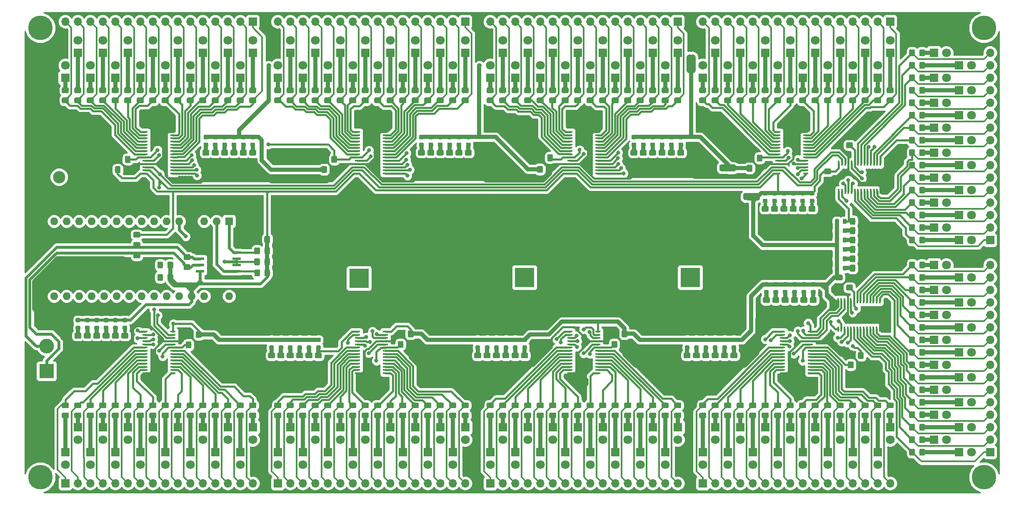
<source format=gtl>
G04 #@! TF.GenerationSoftware,KiCad,Pcbnew,(5.0.0)*
G04 #@! TF.CreationDate,2019-05-11T02:31:07+07:00*
G04 #@! TF.ProjectId,Dmx512,446D783531322E6B696361645F706362,rev?*
G04 #@! TF.SameCoordinates,Original*
G04 #@! TF.FileFunction,Copper,L1,Top,Signal*
G04 #@! TF.FilePolarity,Positive*
%FSLAX46Y46*%
G04 Gerber Fmt 4.6, Leading zero omitted, Abs format (unit mm)*
G04 Created by KiCad (PCBNEW (5.0.0)) date 05/11/19 02:31:07*
%MOMM*%
%LPD*%
G01*
G04 APERTURE LIST*
G04 #@! TA.AperFunction,ComponentPad*
%ADD10C,5.000000*%
G04 #@! TD*
G04 #@! TA.AperFunction,ComponentPad*
%ADD11C,1.800000*%
G04 #@! TD*
G04 #@! TA.AperFunction,ComponentPad*
%ADD12R,1.800000X1.800000*%
G04 #@! TD*
G04 #@! TA.AperFunction,Conductor*
%ADD13C,0.100000*%
G04 #@! TD*
G04 #@! TA.AperFunction,SMDPad,CuDef*
%ADD14C,1.150000*%
G04 #@! TD*
G04 #@! TA.AperFunction,SMDPad,CuDef*
%ADD15R,1.100000X0.400000*%
G04 #@! TD*
G04 #@! TA.AperFunction,ComponentPad*
%ADD16R,1.600000X1.600000*%
G04 #@! TD*
G04 #@! TA.AperFunction,ComponentPad*
%ADD17O,1.600000X1.600000*%
G04 #@! TD*
G04 #@! TA.AperFunction,SMDPad,CuDef*
%ADD18R,1.750000X0.550000*%
G04 #@! TD*
G04 #@! TA.AperFunction,SMDPad,CuDef*
%ADD19C,0.875000*%
G04 #@! TD*
G04 #@! TA.AperFunction,ComponentPad*
%ADD20O,1.700000X1.700000*%
G04 #@! TD*
G04 #@! TA.AperFunction,ComponentPad*
%ADD21R,1.700000X1.700000*%
G04 #@! TD*
G04 #@! TA.AperFunction,SMDPad,CuDef*
%ADD22R,0.400000X1.100000*%
G04 #@! TD*
G04 #@! TA.AperFunction,ComponentPad*
%ADD23R,4.000000X4.000000*%
G04 #@! TD*
G04 #@! TA.AperFunction,ComponentPad*
%ADD24C,4.000000*%
G04 #@! TD*
G04 #@! TA.AperFunction,ComponentPad*
%ADD25R,2.500000X2.500000*%
G04 #@! TD*
G04 #@! TA.AperFunction,ComponentPad*
%ADD26C,2.500000*%
G04 #@! TD*
G04 #@! TA.AperFunction,ComponentPad*
%ADD27R,3.000000X3.000000*%
G04 #@! TD*
G04 #@! TA.AperFunction,ComponentPad*
%ADD28C,3.000000*%
G04 #@! TD*
G04 #@! TA.AperFunction,ViaPad*
%ADD29C,0.800000*%
G04 #@! TD*
G04 #@! TA.AperFunction,Conductor*
%ADD30C,0.400000*%
G04 #@! TD*
G04 #@! TA.AperFunction,Conductor*
%ADD31C,0.609600*%
G04 #@! TD*
G04 #@! TA.AperFunction,Conductor*
%ADD32C,0.812800*%
G04 #@! TD*
G04 #@! TA.AperFunction,Conductor*
%ADD33C,1.270000*%
G04 #@! TD*
G04 #@! TA.AperFunction,Conductor*
%ADD34C,0.350000*%
G04 #@! TD*
G04 #@! TA.AperFunction,Conductor*
%ADD35C,0.254000*%
G04 #@! TD*
G04 APERTURE END LIST*
D10*
G04 #@! TO.P,,1*
G04 #@! TO.N,N/C*
X48260000Y-54610000D03*
G04 #@! TD*
D11*
G04 #@! TO.P,D106,2*
G04 #@! TO.N,VCC*
X198120000Y-62230000D03*
D12*
G04 #@! TO.P,D106,1*
G04 #@! TO.N,Net-(D106-Pad1)*
X198120000Y-64770000D03*
G04 #@! TD*
D10*
G04 #@! TO.P,,1*
G04 #@! TO.N,N/C*
X240030000Y-54610000D03*
G04 #@! TD*
D13*
G04 #@! TO.N,/pca9685/LED4*
G04 #@! TO.C,R20*
G36*
X63974505Y-130871204D02*
X63998773Y-130874804D01*
X64022572Y-130880765D01*
X64045671Y-130889030D01*
X64067850Y-130899520D01*
X64088893Y-130912132D01*
X64108599Y-130926747D01*
X64126777Y-130943223D01*
X64143253Y-130961401D01*
X64157868Y-130981107D01*
X64170480Y-131002150D01*
X64180970Y-131024329D01*
X64189235Y-131047428D01*
X64195196Y-131071227D01*
X64198796Y-131095495D01*
X64200000Y-131119999D01*
X64200000Y-131770001D01*
X64198796Y-131794505D01*
X64195196Y-131818773D01*
X64189235Y-131842572D01*
X64180970Y-131865671D01*
X64170480Y-131887850D01*
X64157868Y-131908893D01*
X64143253Y-131928599D01*
X64126777Y-131946777D01*
X64108599Y-131963253D01*
X64088893Y-131977868D01*
X64067850Y-131990480D01*
X64045671Y-132000970D01*
X64022572Y-132009235D01*
X63998773Y-132015196D01*
X63974505Y-132018796D01*
X63950001Y-132020000D01*
X63049999Y-132020000D01*
X63025495Y-132018796D01*
X63001227Y-132015196D01*
X62977428Y-132009235D01*
X62954329Y-132000970D01*
X62932150Y-131990480D01*
X62911107Y-131977868D01*
X62891401Y-131963253D01*
X62873223Y-131946777D01*
X62856747Y-131928599D01*
X62842132Y-131908893D01*
X62829520Y-131887850D01*
X62819030Y-131865671D01*
X62810765Y-131842572D01*
X62804804Y-131818773D01*
X62801204Y-131794505D01*
X62800000Y-131770001D01*
X62800000Y-131119999D01*
X62801204Y-131095495D01*
X62804804Y-131071227D01*
X62810765Y-131047428D01*
X62819030Y-131024329D01*
X62829520Y-131002150D01*
X62842132Y-130981107D01*
X62856747Y-130961401D01*
X62873223Y-130943223D01*
X62891401Y-130926747D01*
X62911107Y-130912132D01*
X62932150Y-130899520D01*
X62954329Y-130889030D01*
X62977428Y-130880765D01*
X63001227Y-130874804D01*
X63025495Y-130871204D01*
X63049999Y-130870000D01*
X63950001Y-130870000D01*
X63974505Y-130871204D01*
X63974505Y-130871204D01*
G37*
D14*
G04 #@! TD*
G04 #@! TO.P,R20,2*
G04 #@! TO.N,/pca9685/LED4*
X63500000Y-131445000D03*
D13*
G04 #@! TO.N,Net-(D5-Pad1)*
G04 #@! TO.C,R20*
G36*
X63974505Y-132921204D02*
X63998773Y-132924804D01*
X64022572Y-132930765D01*
X64045671Y-132939030D01*
X64067850Y-132949520D01*
X64088893Y-132962132D01*
X64108599Y-132976747D01*
X64126777Y-132993223D01*
X64143253Y-133011401D01*
X64157868Y-133031107D01*
X64170480Y-133052150D01*
X64180970Y-133074329D01*
X64189235Y-133097428D01*
X64195196Y-133121227D01*
X64198796Y-133145495D01*
X64200000Y-133169999D01*
X64200000Y-133820001D01*
X64198796Y-133844505D01*
X64195196Y-133868773D01*
X64189235Y-133892572D01*
X64180970Y-133915671D01*
X64170480Y-133937850D01*
X64157868Y-133958893D01*
X64143253Y-133978599D01*
X64126777Y-133996777D01*
X64108599Y-134013253D01*
X64088893Y-134027868D01*
X64067850Y-134040480D01*
X64045671Y-134050970D01*
X64022572Y-134059235D01*
X63998773Y-134065196D01*
X63974505Y-134068796D01*
X63950001Y-134070000D01*
X63049999Y-134070000D01*
X63025495Y-134068796D01*
X63001227Y-134065196D01*
X62977428Y-134059235D01*
X62954329Y-134050970D01*
X62932150Y-134040480D01*
X62911107Y-134027868D01*
X62891401Y-134013253D01*
X62873223Y-133996777D01*
X62856747Y-133978599D01*
X62842132Y-133958893D01*
X62829520Y-133937850D01*
X62819030Y-133915671D01*
X62810765Y-133892572D01*
X62804804Y-133868773D01*
X62801204Y-133844505D01*
X62800000Y-133820001D01*
X62800000Y-133169999D01*
X62801204Y-133145495D01*
X62804804Y-133121227D01*
X62810765Y-133097428D01*
X62819030Y-133074329D01*
X62829520Y-133052150D01*
X62842132Y-133031107D01*
X62856747Y-133011401D01*
X62873223Y-132993223D01*
X62891401Y-132976747D01*
X62911107Y-132962132D01*
X62932150Y-132949520D01*
X62954329Y-132939030D01*
X62977428Y-132930765D01*
X63001227Y-132924804D01*
X63025495Y-132921204D01*
X63049999Y-132920000D01*
X63950001Y-132920000D01*
X63974505Y-132921204D01*
X63974505Y-132921204D01*
G37*
D14*
G04 #@! TD*
G04 #@! TO.P,R20,1*
G04 #@! TO.N,Net-(D5-Pad1)*
X63500000Y-133495000D03*
D13*
G04 #@! TO.N,/pca9685/LED7*
G04 #@! TO.C,R23*
G36*
X71594505Y-130871204D02*
X71618773Y-130874804D01*
X71642572Y-130880765D01*
X71665671Y-130889030D01*
X71687850Y-130899520D01*
X71708893Y-130912132D01*
X71728599Y-130926747D01*
X71746777Y-130943223D01*
X71763253Y-130961401D01*
X71777868Y-130981107D01*
X71790480Y-131002150D01*
X71800970Y-131024329D01*
X71809235Y-131047428D01*
X71815196Y-131071227D01*
X71818796Y-131095495D01*
X71820000Y-131119999D01*
X71820000Y-131770001D01*
X71818796Y-131794505D01*
X71815196Y-131818773D01*
X71809235Y-131842572D01*
X71800970Y-131865671D01*
X71790480Y-131887850D01*
X71777868Y-131908893D01*
X71763253Y-131928599D01*
X71746777Y-131946777D01*
X71728599Y-131963253D01*
X71708893Y-131977868D01*
X71687850Y-131990480D01*
X71665671Y-132000970D01*
X71642572Y-132009235D01*
X71618773Y-132015196D01*
X71594505Y-132018796D01*
X71570001Y-132020000D01*
X70669999Y-132020000D01*
X70645495Y-132018796D01*
X70621227Y-132015196D01*
X70597428Y-132009235D01*
X70574329Y-132000970D01*
X70552150Y-131990480D01*
X70531107Y-131977868D01*
X70511401Y-131963253D01*
X70493223Y-131946777D01*
X70476747Y-131928599D01*
X70462132Y-131908893D01*
X70449520Y-131887850D01*
X70439030Y-131865671D01*
X70430765Y-131842572D01*
X70424804Y-131818773D01*
X70421204Y-131794505D01*
X70420000Y-131770001D01*
X70420000Y-131119999D01*
X70421204Y-131095495D01*
X70424804Y-131071227D01*
X70430765Y-131047428D01*
X70439030Y-131024329D01*
X70449520Y-131002150D01*
X70462132Y-130981107D01*
X70476747Y-130961401D01*
X70493223Y-130943223D01*
X70511401Y-130926747D01*
X70531107Y-130912132D01*
X70552150Y-130899520D01*
X70574329Y-130889030D01*
X70597428Y-130880765D01*
X70621227Y-130874804D01*
X70645495Y-130871204D01*
X70669999Y-130870000D01*
X71570001Y-130870000D01*
X71594505Y-130871204D01*
X71594505Y-130871204D01*
G37*
D14*
G04 #@! TD*
G04 #@! TO.P,R23,2*
G04 #@! TO.N,/pca9685/LED7*
X71120000Y-131445000D03*
D13*
G04 #@! TO.N,Net-(D8-Pad1)*
G04 #@! TO.C,R23*
G36*
X71594505Y-132921204D02*
X71618773Y-132924804D01*
X71642572Y-132930765D01*
X71665671Y-132939030D01*
X71687850Y-132949520D01*
X71708893Y-132962132D01*
X71728599Y-132976747D01*
X71746777Y-132993223D01*
X71763253Y-133011401D01*
X71777868Y-133031107D01*
X71790480Y-133052150D01*
X71800970Y-133074329D01*
X71809235Y-133097428D01*
X71815196Y-133121227D01*
X71818796Y-133145495D01*
X71820000Y-133169999D01*
X71820000Y-133820001D01*
X71818796Y-133844505D01*
X71815196Y-133868773D01*
X71809235Y-133892572D01*
X71800970Y-133915671D01*
X71790480Y-133937850D01*
X71777868Y-133958893D01*
X71763253Y-133978599D01*
X71746777Y-133996777D01*
X71728599Y-134013253D01*
X71708893Y-134027868D01*
X71687850Y-134040480D01*
X71665671Y-134050970D01*
X71642572Y-134059235D01*
X71618773Y-134065196D01*
X71594505Y-134068796D01*
X71570001Y-134070000D01*
X70669999Y-134070000D01*
X70645495Y-134068796D01*
X70621227Y-134065196D01*
X70597428Y-134059235D01*
X70574329Y-134050970D01*
X70552150Y-134040480D01*
X70531107Y-134027868D01*
X70511401Y-134013253D01*
X70493223Y-133996777D01*
X70476747Y-133978599D01*
X70462132Y-133958893D01*
X70449520Y-133937850D01*
X70439030Y-133915671D01*
X70430765Y-133892572D01*
X70424804Y-133868773D01*
X70421204Y-133844505D01*
X70420000Y-133820001D01*
X70420000Y-133169999D01*
X70421204Y-133145495D01*
X70424804Y-133121227D01*
X70430765Y-133097428D01*
X70439030Y-133074329D01*
X70449520Y-133052150D01*
X70462132Y-133031107D01*
X70476747Y-133011401D01*
X70493223Y-132993223D01*
X70511401Y-132976747D01*
X70531107Y-132962132D01*
X70552150Y-132949520D01*
X70574329Y-132939030D01*
X70597428Y-132930765D01*
X70621227Y-132924804D01*
X70645495Y-132921204D01*
X70669999Y-132920000D01*
X71570001Y-132920000D01*
X71594505Y-132921204D01*
X71594505Y-132921204D01*
G37*
D14*
G04 #@! TD*
G04 #@! TO.P,R23,1*
G04 #@! TO.N,Net-(D8-Pad1)*
X71120000Y-133495000D03*
D13*
G04 #@! TO.N,/pca9685/LED9*
G04 #@! TO.C,R25*
G36*
X76674505Y-130871204D02*
X76698773Y-130874804D01*
X76722572Y-130880765D01*
X76745671Y-130889030D01*
X76767850Y-130899520D01*
X76788893Y-130912132D01*
X76808599Y-130926747D01*
X76826777Y-130943223D01*
X76843253Y-130961401D01*
X76857868Y-130981107D01*
X76870480Y-131002150D01*
X76880970Y-131024329D01*
X76889235Y-131047428D01*
X76895196Y-131071227D01*
X76898796Y-131095495D01*
X76900000Y-131119999D01*
X76900000Y-131770001D01*
X76898796Y-131794505D01*
X76895196Y-131818773D01*
X76889235Y-131842572D01*
X76880970Y-131865671D01*
X76870480Y-131887850D01*
X76857868Y-131908893D01*
X76843253Y-131928599D01*
X76826777Y-131946777D01*
X76808599Y-131963253D01*
X76788893Y-131977868D01*
X76767850Y-131990480D01*
X76745671Y-132000970D01*
X76722572Y-132009235D01*
X76698773Y-132015196D01*
X76674505Y-132018796D01*
X76650001Y-132020000D01*
X75749999Y-132020000D01*
X75725495Y-132018796D01*
X75701227Y-132015196D01*
X75677428Y-132009235D01*
X75654329Y-132000970D01*
X75632150Y-131990480D01*
X75611107Y-131977868D01*
X75591401Y-131963253D01*
X75573223Y-131946777D01*
X75556747Y-131928599D01*
X75542132Y-131908893D01*
X75529520Y-131887850D01*
X75519030Y-131865671D01*
X75510765Y-131842572D01*
X75504804Y-131818773D01*
X75501204Y-131794505D01*
X75500000Y-131770001D01*
X75500000Y-131119999D01*
X75501204Y-131095495D01*
X75504804Y-131071227D01*
X75510765Y-131047428D01*
X75519030Y-131024329D01*
X75529520Y-131002150D01*
X75542132Y-130981107D01*
X75556747Y-130961401D01*
X75573223Y-130943223D01*
X75591401Y-130926747D01*
X75611107Y-130912132D01*
X75632150Y-130899520D01*
X75654329Y-130889030D01*
X75677428Y-130880765D01*
X75701227Y-130874804D01*
X75725495Y-130871204D01*
X75749999Y-130870000D01*
X76650001Y-130870000D01*
X76674505Y-130871204D01*
X76674505Y-130871204D01*
G37*
D14*
G04 #@! TD*
G04 #@! TO.P,R25,2*
G04 #@! TO.N,/pca9685/LED9*
X76200000Y-131445000D03*
D13*
G04 #@! TO.N,Net-(D10-Pad1)*
G04 #@! TO.C,R25*
G36*
X76674505Y-132921204D02*
X76698773Y-132924804D01*
X76722572Y-132930765D01*
X76745671Y-132939030D01*
X76767850Y-132949520D01*
X76788893Y-132962132D01*
X76808599Y-132976747D01*
X76826777Y-132993223D01*
X76843253Y-133011401D01*
X76857868Y-133031107D01*
X76870480Y-133052150D01*
X76880970Y-133074329D01*
X76889235Y-133097428D01*
X76895196Y-133121227D01*
X76898796Y-133145495D01*
X76900000Y-133169999D01*
X76900000Y-133820001D01*
X76898796Y-133844505D01*
X76895196Y-133868773D01*
X76889235Y-133892572D01*
X76880970Y-133915671D01*
X76870480Y-133937850D01*
X76857868Y-133958893D01*
X76843253Y-133978599D01*
X76826777Y-133996777D01*
X76808599Y-134013253D01*
X76788893Y-134027868D01*
X76767850Y-134040480D01*
X76745671Y-134050970D01*
X76722572Y-134059235D01*
X76698773Y-134065196D01*
X76674505Y-134068796D01*
X76650001Y-134070000D01*
X75749999Y-134070000D01*
X75725495Y-134068796D01*
X75701227Y-134065196D01*
X75677428Y-134059235D01*
X75654329Y-134050970D01*
X75632150Y-134040480D01*
X75611107Y-134027868D01*
X75591401Y-134013253D01*
X75573223Y-133996777D01*
X75556747Y-133978599D01*
X75542132Y-133958893D01*
X75529520Y-133937850D01*
X75519030Y-133915671D01*
X75510765Y-133892572D01*
X75504804Y-133868773D01*
X75501204Y-133844505D01*
X75500000Y-133820001D01*
X75500000Y-133169999D01*
X75501204Y-133145495D01*
X75504804Y-133121227D01*
X75510765Y-133097428D01*
X75519030Y-133074329D01*
X75529520Y-133052150D01*
X75542132Y-133031107D01*
X75556747Y-133011401D01*
X75573223Y-132993223D01*
X75591401Y-132976747D01*
X75611107Y-132962132D01*
X75632150Y-132949520D01*
X75654329Y-132939030D01*
X75677428Y-132930765D01*
X75701227Y-132924804D01*
X75725495Y-132921204D01*
X75749999Y-132920000D01*
X76650001Y-132920000D01*
X76674505Y-132921204D01*
X76674505Y-132921204D01*
G37*
D14*
G04 #@! TD*
G04 #@! TO.P,R25,1*
G04 #@! TO.N,Net-(D10-Pad1)*
X76200000Y-133495000D03*
D13*
G04 #@! TO.N,/pca9685/LED10*
G04 #@! TO.C,R26*
G36*
X79214505Y-130871204D02*
X79238773Y-130874804D01*
X79262572Y-130880765D01*
X79285671Y-130889030D01*
X79307850Y-130899520D01*
X79328893Y-130912132D01*
X79348599Y-130926747D01*
X79366777Y-130943223D01*
X79383253Y-130961401D01*
X79397868Y-130981107D01*
X79410480Y-131002150D01*
X79420970Y-131024329D01*
X79429235Y-131047428D01*
X79435196Y-131071227D01*
X79438796Y-131095495D01*
X79440000Y-131119999D01*
X79440000Y-131770001D01*
X79438796Y-131794505D01*
X79435196Y-131818773D01*
X79429235Y-131842572D01*
X79420970Y-131865671D01*
X79410480Y-131887850D01*
X79397868Y-131908893D01*
X79383253Y-131928599D01*
X79366777Y-131946777D01*
X79348599Y-131963253D01*
X79328893Y-131977868D01*
X79307850Y-131990480D01*
X79285671Y-132000970D01*
X79262572Y-132009235D01*
X79238773Y-132015196D01*
X79214505Y-132018796D01*
X79190001Y-132020000D01*
X78289999Y-132020000D01*
X78265495Y-132018796D01*
X78241227Y-132015196D01*
X78217428Y-132009235D01*
X78194329Y-132000970D01*
X78172150Y-131990480D01*
X78151107Y-131977868D01*
X78131401Y-131963253D01*
X78113223Y-131946777D01*
X78096747Y-131928599D01*
X78082132Y-131908893D01*
X78069520Y-131887850D01*
X78059030Y-131865671D01*
X78050765Y-131842572D01*
X78044804Y-131818773D01*
X78041204Y-131794505D01*
X78040000Y-131770001D01*
X78040000Y-131119999D01*
X78041204Y-131095495D01*
X78044804Y-131071227D01*
X78050765Y-131047428D01*
X78059030Y-131024329D01*
X78069520Y-131002150D01*
X78082132Y-130981107D01*
X78096747Y-130961401D01*
X78113223Y-130943223D01*
X78131401Y-130926747D01*
X78151107Y-130912132D01*
X78172150Y-130899520D01*
X78194329Y-130889030D01*
X78217428Y-130880765D01*
X78241227Y-130874804D01*
X78265495Y-130871204D01*
X78289999Y-130870000D01*
X79190001Y-130870000D01*
X79214505Y-130871204D01*
X79214505Y-130871204D01*
G37*
D14*
G04 #@! TD*
G04 #@! TO.P,R26,2*
G04 #@! TO.N,/pca9685/LED10*
X78740000Y-131445000D03*
D13*
G04 #@! TO.N,Net-(D11-Pad1)*
G04 #@! TO.C,R26*
G36*
X79214505Y-132921204D02*
X79238773Y-132924804D01*
X79262572Y-132930765D01*
X79285671Y-132939030D01*
X79307850Y-132949520D01*
X79328893Y-132962132D01*
X79348599Y-132976747D01*
X79366777Y-132993223D01*
X79383253Y-133011401D01*
X79397868Y-133031107D01*
X79410480Y-133052150D01*
X79420970Y-133074329D01*
X79429235Y-133097428D01*
X79435196Y-133121227D01*
X79438796Y-133145495D01*
X79440000Y-133169999D01*
X79440000Y-133820001D01*
X79438796Y-133844505D01*
X79435196Y-133868773D01*
X79429235Y-133892572D01*
X79420970Y-133915671D01*
X79410480Y-133937850D01*
X79397868Y-133958893D01*
X79383253Y-133978599D01*
X79366777Y-133996777D01*
X79348599Y-134013253D01*
X79328893Y-134027868D01*
X79307850Y-134040480D01*
X79285671Y-134050970D01*
X79262572Y-134059235D01*
X79238773Y-134065196D01*
X79214505Y-134068796D01*
X79190001Y-134070000D01*
X78289999Y-134070000D01*
X78265495Y-134068796D01*
X78241227Y-134065196D01*
X78217428Y-134059235D01*
X78194329Y-134050970D01*
X78172150Y-134040480D01*
X78151107Y-134027868D01*
X78131401Y-134013253D01*
X78113223Y-133996777D01*
X78096747Y-133978599D01*
X78082132Y-133958893D01*
X78069520Y-133937850D01*
X78059030Y-133915671D01*
X78050765Y-133892572D01*
X78044804Y-133868773D01*
X78041204Y-133844505D01*
X78040000Y-133820001D01*
X78040000Y-133169999D01*
X78041204Y-133145495D01*
X78044804Y-133121227D01*
X78050765Y-133097428D01*
X78059030Y-133074329D01*
X78069520Y-133052150D01*
X78082132Y-133031107D01*
X78096747Y-133011401D01*
X78113223Y-132993223D01*
X78131401Y-132976747D01*
X78151107Y-132962132D01*
X78172150Y-132949520D01*
X78194329Y-132939030D01*
X78217428Y-132930765D01*
X78241227Y-132924804D01*
X78265495Y-132921204D01*
X78289999Y-132920000D01*
X79190001Y-132920000D01*
X79214505Y-132921204D01*
X79214505Y-132921204D01*
G37*
D14*
G04 #@! TD*
G04 #@! TO.P,R26,1*
G04 #@! TO.N,Net-(D11-Pad1)*
X78740000Y-133495000D03*
D13*
G04 #@! TO.N,/pca9685/LED3*
G04 #@! TO.C,R19*
G36*
X61434505Y-130871204D02*
X61458773Y-130874804D01*
X61482572Y-130880765D01*
X61505671Y-130889030D01*
X61527850Y-130899520D01*
X61548893Y-130912132D01*
X61568599Y-130926747D01*
X61586777Y-130943223D01*
X61603253Y-130961401D01*
X61617868Y-130981107D01*
X61630480Y-131002150D01*
X61640970Y-131024329D01*
X61649235Y-131047428D01*
X61655196Y-131071227D01*
X61658796Y-131095495D01*
X61660000Y-131119999D01*
X61660000Y-131770001D01*
X61658796Y-131794505D01*
X61655196Y-131818773D01*
X61649235Y-131842572D01*
X61640970Y-131865671D01*
X61630480Y-131887850D01*
X61617868Y-131908893D01*
X61603253Y-131928599D01*
X61586777Y-131946777D01*
X61568599Y-131963253D01*
X61548893Y-131977868D01*
X61527850Y-131990480D01*
X61505671Y-132000970D01*
X61482572Y-132009235D01*
X61458773Y-132015196D01*
X61434505Y-132018796D01*
X61410001Y-132020000D01*
X60509999Y-132020000D01*
X60485495Y-132018796D01*
X60461227Y-132015196D01*
X60437428Y-132009235D01*
X60414329Y-132000970D01*
X60392150Y-131990480D01*
X60371107Y-131977868D01*
X60351401Y-131963253D01*
X60333223Y-131946777D01*
X60316747Y-131928599D01*
X60302132Y-131908893D01*
X60289520Y-131887850D01*
X60279030Y-131865671D01*
X60270765Y-131842572D01*
X60264804Y-131818773D01*
X60261204Y-131794505D01*
X60260000Y-131770001D01*
X60260000Y-131119999D01*
X60261204Y-131095495D01*
X60264804Y-131071227D01*
X60270765Y-131047428D01*
X60279030Y-131024329D01*
X60289520Y-131002150D01*
X60302132Y-130981107D01*
X60316747Y-130961401D01*
X60333223Y-130943223D01*
X60351401Y-130926747D01*
X60371107Y-130912132D01*
X60392150Y-130899520D01*
X60414329Y-130889030D01*
X60437428Y-130880765D01*
X60461227Y-130874804D01*
X60485495Y-130871204D01*
X60509999Y-130870000D01*
X61410001Y-130870000D01*
X61434505Y-130871204D01*
X61434505Y-130871204D01*
G37*
D14*
G04 #@! TD*
G04 #@! TO.P,R19,2*
G04 #@! TO.N,/pca9685/LED3*
X60960000Y-131445000D03*
D13*
G04 #@! TO.N,Net-(D4-Pad1)*
G04 #@! TO.C,R19*
G36*
X61434505Y-132921204D02*
X61458773Y-132924804D01*
X61482572Y-132930765D01*
X61505671Y-132939030D01*
X61527850Y-132949520D01*
X61548893Y-132962132D01*
X61568599Y-132976747D01*
X61586777Y-132993223D01*
X61603253Y-133011401D01*
X61617868Y-133031107D01*
X61630480Y-133052150D01*
X61640970Y-133074329D01*
X61649235Y-133097428D01*
X61655196Y-133121227D01*
X61658796Y-133145495D01*
X61660000Y-133169999D01*
X61660000Y-133820001D01*
X61658796Y-133844505D01*
X61655196Y-133868773D01*
X61649235Y-133892572D01*
X61640970Y-133915671D01*
X61630480Y-133937850D01*
X61617868Y-133958893D01*
X61603253Y-133978599D01*
X61586777Y-133996777D01*
X61568599Y-134013253D01*
X61548893Y-134027868D01*
X61527850Y-134040480D01*
X61505671Y-134050970D01*
X61482572Y-134059235D01*
X61458773Y-134065196D01*
X61434505Y-134068796D01*
X61410001Y-134070000D01*
X60509999Y-134070000D01*
X60485495Y-134068796D01*
X60461227Y-134065196D01*
X60437428Y-134059235D01*
X60414329Y-134050970D01*
X60392150Y-134040480D01*
X60371107Y-134027868D01*
X60351401Y-134013253D01*
X60333223Y-133996777D01*
X60316747Y-133978599D01*
X60302132Y-133958893D01*
X60289520Y-133937850D01*
X60279030Y-133915671D01*
X60270765Y-133892572D01*
X60264804Y-133868773D01*
X60261204Y-133844505D01*
X60260000Y-133820001D01*
X60260000Y-133169999D01*
X60261204Y-133145495D01*
X60264804Y-133121227D01*
X60270765Y-133097428D01*
X60279030Y-133074329D01*
X60289520Y-133052150D01*
X60302132Y-133031107D01*
X60316747Y-133011401D01*
X60333223Y-132993223D01*
X60351401Y-132976747D01*
X60371107Y-132962132D01*
X60392150Y-132949520D01*
X60414329Y-132939030D01*
X60437428Y-132930765D01*
X60461227Y-132924804D01*
X60485495Y-132921204D01*
X60509999Y-132920000D01*
X61410001Y-132920000D01*
X61434505Y-132921204D01*
X61434505Y-132921204D01*
G37*
D14*
G04 #@! TD*
G04 #@! TO.P,R19,1*
G04 #@! TO.N,Net-(D4-Pad1)*
X60960000Y-133495000D03*
D13*
G04 #@! TO.N,/pca9685/LED11*
G04 #@! TO.C,R27*
G36*
X81754505Y-130871204D02*
X81778773Y-130874804D01*
X81802572Y-130880765D01*
X81825671Y-130889030D01*
X81847850Y-130899520D01*
X81868893Y-130912132D01*
X81888599Y-130926747D01*
X81906777Y-130943223D01*
X81923253Y-130961401D01*
X81937868Y-130981107D01*
X81950480Y-131002150D01*
X81960970Y-131024329D01*
X81969235Y-131047428D01*
X81975196Y-131071227D01*
X81978796Y-131095495D01*
X81980000Y-131119999D01*
X81980000Y-131770001D01*
X81978796Y-131794505D01*
X81975196Y-131818773D01*
X81969235Y-131842572D01*
X81960970Y-131865671D01*
X81950480Y-131887850D01*
X81937868Y-131908893D01*
X81923253Y-131928599D01*
X81906777Y-131946777D01*
X81888599Y-131963253D01*
X81868893Y-131977868D01*
X81847850Y-131990480D01*
X81825671Y-132000970D01*
X81802572Y-132009235D01*
X81778773Y-132015196D01*
X81754505Y-132018796D01*
X81730001Y-132020000D01*
X80829999Y-132020000D01*
X80805495Y-132018796D01*
X80781227Y-132015196D01*
X80757428Y-132009235D01*
X80734329Y-132000970D01*
X80712150Y-131990480D01*
X80691107Y-131977868D01*
X80671401Y-131963253D01*
X80653223Y-131946777D01*
X80636747Y-131928599D01*
X80622132Y-131908893D01*
X80609520Y-131887850D01*
X80599030Y-131865671D01*
X80590765Y-131842572D01*
X80584804Y-131818773D01*
X80581204Y-131794505D01*
X80580000Y-131770001D01*
X80580000Y-131119999D01*
X80581204Y-131095495D01*
X80584804Y-131071227D01*
X80590765Y-131047428D01*
X80599030Y-131024329D01*
X80609520Y-131002150D01*
X80622132Y-130981107D01*
X80636747Y-130961401D01*
X80653223Y-130943223D01*
X80671401Y-130926747D01*
X80691107Y-130912132D01*
X80712150Y-130899520D01*
X80734329Y-130889030D01*
X80757428Y-130880765D01*
X80781227Y-130874804D01*
X80805495Y-130871204D01*
X80829999Y-130870000D01*
X81730001Y-130870000D01*
X81754505Y-130871204D01*
X81754505Y-130871204D01*
G37*
D14*
G04 #@! TD*
G04 #@! TO.P,R27,2*
G04 #@! TO.N,/pca9685/LED11*
X81280000Y-131445000D03*
D13*
G04 #@! TO.N,Net-(D12-Pad1)*
G04 #@! TO.C,R27*
G36*
X81754505Y-132921204D02*
X81778773Y-132924804D01*
X81802572Y-132930765D01*
X81825671Y-132939030D01*
X81847850Y-132949520D01*
X81868893Y-132962132D01*
X81888599Y-132976747D01*
X81906777Y-132993223D01*
X81923253Y-133011401D01*
X81937868Y-133031107D01*
X81950480Y-133052150D01*
X81960970Y-133074329D01*
X81969235Y-133097428D01*
X81975196Y-133121227D01*
X81978796Y-133145495D01*
X81980000Y-133169999D01*
X81980000Y-133820001D01*
X81978796Y-133844505D01*
X81975196Y-133868773D01*
X81969235Y-133892572D01*
X81960970Y-133915671D01*
X81950480Y-133937850D01*
X81937868Y-133958893D01*
X81923253Y-133978599D01*
X81906777Y-133996777D01*
X81888599Y-134013253D01*
X81868893Y-134027868D01*
X81847850Y-134040480D01*
X81825671Y-134050970D01*
X81802572Y-134059235D01*
X81778773Y-134065196D01*
X81754505Y-134068796D01*
X81730001Y-134070000D01*
X80829999Y-134070000D01*
X80805495Y-134068796D01*
X80781227Y-134065196D01*
X80757428Y-134059235D01*
X80734329Y-134050970D01*
X80712150Y-134040480D01*
X80691107Y-134027868D01*
X80671401Y-134013253D01*
X80653223Y-133996777D01*
X80636747Y-133978599D01*
X80622132Y-133958893D01*
X80609520Y-133937850D01*
X80599030Y-133915671D01*
X80590765Y-133892572D01*
X80584804Y-133868773D01*
X80581204Y-133844505D01*
X80580000Y-133820001D01*
X80580000Y-133169999D01*
X80581204Y-133145495D01*
X80584804Y-133121227D01*
X80590765Y-133097428D01*
X80599030Y-133074329D01*
X80609520Y-133052150D01*
X80622132Y-133031107D01*
X80636747Y-133011401D01*
X80653223Y-132993223D01*
X80671401Y-132976747D01*
X80691107Y-132962132D01*
X80712150Y-132949520D01*
X80734329Y-132939030D01*
X80757428Y-132930765D01*
X80781227Y-132924804D01*
X80805495Y-132921204D01*
X80829999Y-132920000D01*
X81730001Y-132920000D01*
X81754505Y-132921204D01*
X81754505Y-132921204D01*
G37*
D14*
G04 #@! TD*
G04 #@! TO.P,R27,1*
G04 #@! TO.N,Net-(D12-Pad1)*
X81280000Y-133495000D03*
D13*
G04 #@! TO.N,/pca9685/LED12*
G04 #@! TO.C,R28*
G36*
X84294505Y-130871204D02*
X84318773Y-130874804D01*
X84342572Y-130880765D01*
X84365671Y-130889030D01*
X84387850Y-130899520D01*
X84408893Y-130912132D01*
X84428599Y-130926747D01*
X84446777Y-130943223D01*
X84463253Y-130961401D01*
X84477868Y-130981107D01*
X84490480Y-131002150D01*
X84500970Y-131024329D01*
X84509235Y-131047428D01*
X84515196Y-131071227D01*
X84518796Y-131095495D01*
X84520000Y-131119999D01*
X84520000Y-131770001D01*
X84518796Y-131794505D01*
X84515196Y-131818773D01*
X84509235Y-131842572D01*
X84500970Y-131865671D01*
X84490480Y-131887850D01*
X84477868Y-131908893D01*
X84463253Y-131928599D01*
X84446777Y-131946777D01*
X84428599Y-131963253D01*
X84408893Y-131977868D01*
X84387850Y-131990480D01*
X84365671Y-132000970D01*
X84342572Y-132009235D01*
X84318773Y-132015196D01*
X84294505Y-132018796D01*
X84270001Y-132020000D01*
X83369999Y-132020000D01*
X83345495Y-132018796D01*
X83321227Y-132015196D01*
X83297428Y-132009235D01*
X83274329Y-132000970D01*
X83252150Y-131990480D01*
X83231107Y-131977868D01*
X83211401Y-131963253D01*
X83193223Y-131946777D01*
X83176747Y-131928599D01*
X83162132Y-131908893D01*
X83149520Y-131887850D01*
X83139030Y-131865671D01*
X83130765Y-131842572D01*
X83124804Y-131818773D01*
X83121204Y-131794505D01*
X83120000Y-131770001D01*
X83120000Y-131119999D01*
X83121204Y-131095495D01*
X83124804Y-131071227D01*
X83130765Y-131047428D01*
X83139030Y-131024329D01*
X83149520Y-131002150D01*
X83162132Y-130981107D01*
X83176747Y-130961401D01*
X83193223Y-130943223D01*
X83211401Y-130926747D01*
X83231107Y-130912132D01*
X83252150Y-130899520D01*
X83274329Y-130889030D01*
X83297428Y-130880765D01*
X83321227Y-130874804D01*
X83345495Y-130871204D01*
X83369999Y-130870000D01*
X84270001Y-130870000D01*
X84294505Y-130871204D01*
X84294505Y-130871204D01*
G37*
D14*
G04 #@! TD*
G04 #@! TO.P,R28,2*
G04 #@! TO.N,/pca9685/LED12*
X83820000Y-131445000D03*
D13*
G04 #@! TO.N,Net-(D13-Pad1)*
G04 #@! TO.C,R28*
G36*
X84294505Y-132921204D02*
X84318773Y-132924804D01*
X84342572Y-132930765D01*
X84365671Y-132939030D01*
X84387850Y-132949520D01*
X84408893Y-132962132D01*
X84428599Y-132976747D01*
X84446777Y-132993223D01*
X84463253Y-133011401D01*
X84477868Y-133031107D01*
X84490480Y-133052150D01*
X84500970Y-133074329D01*
X84509235Y-133097428D01*
X84515196Y-133121227D01*
X84518796Y-133145495D01*
X84520000Y-133169999D01*
X84520000Y-133820001D01*
X84518796Y-133844505D01*
X84515196Y-133868773D01*
X84509235Y-133892572D01*
X84500970Y-133915671D01*
X84490480Y-133937850D01*
X84477868Y-133958893D01*
X84463253Y-133978599D01*
X84446777Y-133996777D01*
X84428599Y-134013253D01*
X84408893Y-134027868D01*
X84387850Y-134040480D01*
X84365671Y-134050970D01*
X84342572Y-134059235D01*
X84318773Y-134065196D01*
X84294505Y-134068796D01*
X84270001Y-134070000D01*
X83369999Y-134070000D01*
X83345495Y-134068796D01*
X83321227Y-134065196D01*
X83297428Y-134059235D01*
X83274329Y-134050970D01*
X83252150Y-134040480D01*
X83231107Y-134027868D01*
X83211401Y-134013253D01*
X83193223Y-133996777D01*
X83176747Y-133978599D01*
X83162132Y-133958893D01*
X83149520Y-133937850D01*
X83139030Y-133915671D01*
X83130765Y-133892572D01*
X83124804Y-133868773D01*
X83121204Y-133844505D01*
X83120000Y-133820001D01*
X83120000Y-133169999D01*
X83121204Y-133145495D01*
X83124804Y-133121227D01*
X83130765Y-133097428D01*
X83139030Y-133074329D01*
X83149520Y-133052150D01*
X83162132Y-133031107D01*
X83176747Y-133011401D01*
X83193223Y-132993223D01*
X83211401Y-132976747D01*
X83231107Y-132962132D01*
X83252150Y-132949520D01*
X83274329Y-132939030D01*
X83297428Y-132930765D01*
X83321227Y-132924804D01*
X83345495Y-132921204D01*
X83369999Y-132920000D01*
X84270001Y-132920000D01*
X84294505Y-132921204D01*
X84294505Y-132921204D01*
G37*
D14*
G04 #@! TD*
G04 #@! TO.P,R28,1*
G04 #@! TO.N,Net-(D13-Pad1)*
X83820000Y-133495000D03*
D13*
G04 #@! TO.N,/pca9685/LED13*
G04 #@! TO.C,R29*
G36*
X86834505Y-130871204D02*
X86858773Y-130874804D01*
X86882572Y-130880765D01*
X86905671Y-130889030D01*
X86927850Y-130899520D01*
X86948893Y-130912132D01*
X86968599Y-130926747D01*
X86986777Y-130943223D01*
X87003253Y-130961401D01*
X87017868Y-130981107D01*
X87030480Y-131002150D01*
X87040970Y-131024329D01*
X87049235Y-131047428D01*
X87055196Y-131071227D01*
X87058796Y-131095495D01*
X87060000Y-131119999D01*
X87060000Y-131770001D01*
X87058796Y-131794505D01*
X87055196Y-131818773D01*
X87049235Y-131842572D01*
X87040970Y-131865671D01*
X87030480Y-131887850D01*
X87017868Y-131908893D01*
X87003253Y-131928599D01*
X86986777Y-131946777D01*
X86968599Y-131963253D01*
X86948893Y-131977868D01*
X86927850Y-131990480D01*
X86905671Y-132000970D01*
X86882572Y-132009235D01*
X86858773Y-132015196D01*
X86834505Y-132018796D01*
X86810001Y-132020000D01*
X85909999Y-132020000D01*
X85885495Y-132018796D01*
X85861227Y-132015196D01*
X85837428Y-132009235D01*
X85814329Y-132000970D01*
X85792150Y-131990480D01*
X85771107Y-131977868D01*
X85751401Y-131963253D01*
X85733223Y-131946777D01*
X85716747Y-131928599D01*
X85702132Y-131908893D01*
X85689520Y-131887850D01*
X85679030Y-131865671D01*
X85670765Y-131842572D01*
X85664804Y-131818773D01*
X85661204Y-131794505D01*
X85660000Y-131770001D01*
X85660000Y-131119999D01*
X85661204Y-131095495D01*
X85664804Y-131071227D01*
X85670765Y-131047428D01*
X85679030Y-131024329D01*
X85689520Y-131002150D01*
X85702132Y-130981107D01*
X85716747Y-130961401D01*
X85733223Y-130943223D01*
X85751401Y-130926747D01*
X85771107Y-130912132D01*
X85792150Y-130899520D01*
X85814329Y-130889030D01*
X85837428Y-130880765D01*
X85861227Y-130874804D01*
X85885495Y-130871204D01*
X85909999Y-130870000D01*
X86810001Y-130870000D01*
X86834505Y-130871204D01*
X86834505Y-130871204D01*
G37*
D14*
G04 #@! TD*
G04 #@! TO.P,R29,2*
G04 #@! TO.N,/pca9685/LED13*
X86360000Y-131445000D03*
D13*
G04 #@! TO.N,Net-(D14-Pad1)*
G04 #@! TO.C,R29*
G36*
X86834505Y-132921204D02*
X86858773Y-132924804D01*
X86882572Y-132930765D01*
X86905671Y-132939030D01*
X86927850Y-132949520D01*
X86948893Y-132962132D01*
X86968599Y-132976747D01*
X86986777Y-132993223D01*
X87003253Y-133011401D01*
X87017868Y-133031107D01*
X87030480Y-133052150D01*
X87040970Y-133074329D01*
X87049235Y-133097428D01*
X87055196Y-133121227D01*
X87058796Y-133145495D01*
X87060000Y-133169999D01*
X87060000Y-133820001D01*
X87058796Y-133844505D01*
X87055196Y-133868773D01*
X87049235Y-133892572D01*
X87040970Y-133915671D01*
X87030480Y-133937850D01*
X87017868Y-133958893D01*
X87003253Y-133978599D01*
X86986777Y-133996777D01*
X86968599Y-134013253D01*
X86948893Y-134027868D01*
X86927850Y-134040480D01*
X86905671Y-134050970D01*
X86882572Y-134059235D01*
X86858773Y-134065196D01*
X86834505Y-134068796D01*
X86810001Y-134070000D01*
X85909999Y-134070000D01*
X85885495Y-134068796D01*
X85861227Y-134065196D01*
X85837428Y-134059235D01*
X85814329Y-134050970D01*
X85792150Y-134040480D01*
X85771107Y-134027868D01*
X85751401Y-134013253D01*
X85733223Y-133996777D01*
X85716747Y-133978599D01*
X85702132Y-133958893D01*
X85689520Y-133937850D01*
X85679030Y-133915671D01*
X85670765Y-133892572D01*
X85664804Y-133868773D01*
X85661204Y-133844505D01*
X85660000Y-133820001D01*
X85660000Y-133169999D01*
X85661204Y-133145495D01*
X85664804Y-133121227D01*
X85670765Y-133097428D01*
X85679030Y-133074329D01*
X85689520Y-133052150D01*
X85702132Y-133031107D01*
X85716747Y-133011401D01*
X85733223Y-132993223D01*
X85751401Y-132976747D01*
X85771107Y-132962132D01*
X85792150Y-132949520D01*
X85814329Y-132939030D01*
X85837428Y-132930765D01*
X85861227Y-132924804D01*
X85885495Y-132921204D01*
X85909999Y-132920000D01*
X86810001Y-132920000D01*
X86834505Y-132921204D01*
X86834505Y-132921204D01*
G37*
D14*
G04 #@! TD*
G04 #@! TO.P,R29,1*
G04 #@! TO.N,Net-(D14-Pad1)*
X86360000Y-133495000D03*
D13*
G04 #@! TO.N,/pca9685/LED14*
G04 #@! TO.C,R30*
G36*
X89374505Y-130871204D02*
X89398773Y-130874804D01*
X89422572Y-130880765D01*
X89445671Y-130889030D01*
X89467850Y-130899520D01*
X89488893Y-130912132D01*
X89508599Y-130926747D01*
X89526777Y-130943223D01*
X89543253Y-130961401D01*
X89557868Y-130981107D01*
X89570480Y-131002150D01*
X89580970Y-131024329D01*
X89589235Y-131047428D01*
X89595196Y-131071227D01*
X89598796Y-131095495D01*
X89600000Y-131119999D01*
X89600000Y-131770001D01*
X89598796Y-131794505D01*
X89595196Y-131818773D01*
X89589235Y-131842572D01*
X89580970Y-131865671D01*
X89570480Y-131887850D01*
X89557868Y-131908893D01*
X89543253Y-131928599D01*
X89526777Y-131946777D01*
X89508599Y-131963253D01*
X89488893Y-131977868D01*
X89467850Y-131990480D01*
X89445671Y-132000970D01*
X89422572Y-132009235D01*
X89398773Y-132015196D01*
X89374505Y-132018796D01*
X89350001Y-132020000D01*
X88449999Y-132020000D01*
X88425495Y-132018796D01*
X88401227Y-132015196D01*
X88377428Y-132009235D01*
X88354329Y-132000970D01*
X88332150Y-131990480D01*
X88311107Y-131977868D01*
X88291401Y-131963253D01*
X88273223Y-131946777D01*
X88256747Y-131928599D01*
X88242132Y-131908893D01*
X88229520Y-131887850D01*
X88219030Y-131865671D01*
X88210765Y-131842572D01*
X88204804Y-131818773D01*
X88201204Y-131794505D01*
X88200000Y-131770001D01*
X88200000Y-131119999D01*
X88201204Y-131095495D01*
X88204804Y-131071227D01*
X88210765Y-131047428D01*
X88219030Y-131024329D01*
X88229520Y-131002150D01*
X88242132Y-130981107D01*
X88256747Y-130961401D01*
X88273223Y-130943223D01*
X88291401Y-130926747D01*
X88311107Y-130912132D01*
X88332150Y-130899520D01*
X88354329Y-130889030D01*
X88377428Y-130880765D01*
X88401227Y-130874804D01*
X88425495Y-130871204D01*
X88449999Y-130870000D01*
X89350001Y-130870000D01*
X89374505Y-130871204D01*
X89374505Y-130871204D01*
G37*
D14*
G04 #@! TD*
G04 #@! TO.P,R30,2*
G04 #@! TO.N,/pca9685/LED14*
X88900000Y-131445000D03*
D13*
G04 #@! TO.N,Net-(D15-Pad1)*
G04 #@! TO.C,R30*
G36*
X89374505Y-132921204D02*
X89398773Y-132924804D01*
X89422572Y-132930765D01*
X89445671Y-132939030D01*
X89467850Y-132949520D01*
X89488893Y-132962132D01*
X89508599Y-132976747D01*
X89526777Y-132993223D01*
X89543253Y-133011401D01*
X89557868Y-133031107D01*
X89570480Y-133052150D01*
X89580970Y-133074329D01*
X89589235Y-133097428D01*
X89595196Y-133121227D01*
X89598796Y-133145495D01*
X89600000Y-133169999D01*
X89600000Y-133820001D01*
X89598796Y-133844505D01*
X89595196Y-133868773D01*
X89589235Y-133892572D01*
X89580970Y-133915671D01*
X89570480Y-133937850D01*
X89557868Y-133958893D01*
X89543253Y-133978599D01*
X89526777Y-133996777D01*
X89508599Y-134013253D01*
X89488893Y-134027868D01*
X89467850Y-134040480D01*
X89445671Y-134050970D01*
X89422572Y-134059235D01*
X89398773Y-134065196D01*
X89374505Y-134068796D01*
X89350001Y-134070000D01*
X88449999Y-134070000D01*
X88425495Y-134068796D01*
X88401227Y-134065196D01*
X88377428Y-134059235D01*
X88354329Y-134050970D01*
X88332150Y-134040480D01*
X88311107Y-134027868D01*
X88291401Y-134013253D01*
X88273223Y-133996777D01*
X88256747Y-133978599D01*
X88242132Y-133958893D01*
X88229520Y-133937850D01*
X88219030Y-133915671D01*
X88210765Y-133892572D01*
X88204804Y-133868773D01*
X88201204Y-133844505D01*
X88200000Y-133820001D01*
X88200000Y-133169999D01*
X88201204Y-133145495D01*
X88204804Y-133121227D01*
X88210765Y-133097428D01*
X88219030Y-133074329D01*
X88229520Y-133052150D01*
X88242132Y-133031107D01*
X88256747Y-133011401D01*
X88273223Y-132993223D01*
X88291401Y-132976747D01*
X88311107Y-132962132D01*
X88332150Y-132949520D01*
X88354329Y-132939030D01*
X88377428Y-132930765D01*
X88401227Y-132924804D01*
X88425495Y-132921204D01*
X88449999Y-132920000D01*
X89350001Y-132920000D01*
X89374505Y-132921204D01*
X89374505Y-132921204D01*
G37*
D14*
G04 #@! TD*
G04 #@! TO.P,R30,1*
G04 #@! TO.N,Net-(D15-Pad1)*
X88900000Y-133495000D03*
D13*
G04 #@! TO.N,Net-(D16-Pad1)*
G04 #@! TO.C,R31*
G36*
X91914505Y-132921204D02*
X91938773Y-132924804D01*
X91962572Y-132930765D01*
X91985671Y-132939030D01*
X92007850Y-132949520D01*
X92028893Y-132962132D01*
X92048599Y-132976747D01*
X92066777Y-132993223D01*
X92083253Y-133011401D01*
X92097868Y-133031107D01*
X92110480Y-133052150D01*
X92120970Y-133074329D01*
X92129235Y-133097428D01*
X92135196Y-133121227D01*
X92138796Y-133145495D01*
X92140000Y-133169999D01*
X92140000Y-133820001D01*
X92138796Y-133844505D01*
X92135196Y-133868773D01*
X92129235Y-133892572D01*
X92120970Y-133915671D01*
X92110480Y-133937850D01*
X92097868Y-133958893D01*
X92083253Y-133978599D01*
X92066777Y-133996777D01*
X92048599Y-134013253D01*
X92028893Y-134027868D01*
X92007850Y-134040480D01*
X91985671Y-134050970D01*
X91962572Y-134059235D01*
X91938773Y-134065196D01*
X91914505Y-134068796D01*
X91890001Y-134070000D01*
X90989999Y-134070000D01*
X90965495Y-134068796D01*
X90941227Y-134065196D01*
X90917428Y-134059235D01*
X90894329Y-134050970D01*
X90872150Y-134040480D01*
X90851107Y-134027868D01*
X90831401Y-134013253D01*
X90813223Y-133996777D01*
X90796747Y-133978599D01*
X90782132Y-133958893D01*
X90769520Y-133937850D01*
X90759030Y-133915671D01*
X90750765Y-133892572D01*
X90744804Y-133868773D01*
X90741204Y-133844505D01*
X90740000Y-133820001D01*
X90740000Y-133169999D01*
X90741204Y-133145495D01*
X90744804Y-133121227D01*
X90750765Y-133097428D01*
X90759030Y-133074329D01*
X90769520Y-133052150D01*
X90782132Y-133031107D01*
X90796747Y-133011401D01*
X90813223Y-132993223D01*
X90831401Y-132976747D01*
X90851107Y-132962132D01*
X90872150Y-132949520D01*
X90894329Y-132939030D01*
X90917428Y-132930765D01*
X90941227Y-132924804D01*
X90965495Y-132921204D01*
X90989999Y-132920000D01*
X91890001Y-132920000D01*
X91914505Y-132921204D01*
X91914505Y-132921204D01*
G37*
D14*
G04 #@! TD*
G04 #@! TO.P,R31,1*
G04 #@! TO.N,Net-(D16-Pad1)*
X91440000Y-133495000D03*
D13*
G04 #@! TO.N,/pca9685/LED15*
G04 #@! TO.C,R31*
G36*
X91914505Y-130871204D02*
X91938773Y-130874804D01*
X91962572Y-130880765D01*
X91985671Y-130889030D01*
X92007850Y-130899520D01*
X92028893Y-130912132D01*
X92048599Y-130926747D01*
X92066777Y-130943223D01*
X92083253Y-130961401D01*
X92097868Y-130981107D01*
X92110480Y-131002150D01*
X92120970Y-131024329D01*
X92129235Y-131047428D01*
X92135196Y-131071227D01*
X92138796Y-131095495D01*
X92140000Y-131119999D01*
X92140000Y-131770001D01*
X92138796Y-131794505D01*
X92135196Y-131818773D01*
X92129235Y-131842572D01*
X92120970Y-131865671D01*
X92110480Y-131887850D01*
X92097868Y-131908893D01*
X92083253Y-131928599D01*
X92066777Y-131946777D01*
X92048599Y-131963253D01*
X92028893Y-131977868D01*
X92007850Y-131990480D01*
X91985671Y-132000970D01*
X91962572Y-132009235D01*
X91938773Y-132015196D01*
X91914505Y-132018796D01*
X91890001Y-132020000D01*
X90989999Y-132020000D01*
X90965495Y-132018796D01*
X90941227Y-132015196D01*
X90917428Y-132009235D01*
X90894329Y-132000970D01*
X90872150Y-131990480D01*
X90851107Y-131977868D01*
X90831401Y-131963253D01*
X90813223Y-131946777D01*
X90796747Y-131928599D01*
X90782132Y-131908893D01*
X90769520Y-131887850D01*
X90759030Y-131865671D01*
X90750765Y-131842572D01*
X90744804Y-131818773D01*
X90741204Y-131794505D01*
X90740000Y-131770001D01*
X90740000Y-131119999D01*
X90741204Y-131095495D01*
X90744804Y-131071227D01*
X90750765Y-131047428D01*
X90759030Y-131024329D01*
X90769520Y-131002150D01*
X90782132Y-130981107D01*
X90796747Y-130961401D01*
X90813223Y-130943223D01*
X90831401Y-130926747D01*
X90851107Y-130912132D01*
X90872150Y-130899520D01*
X90894329Y-130889030D01*
X90917428Y-130880765D01*
X90941227Y-130874804D01*
X90965495Y-130871204D01*
X90989999Y-130870000D01*
X91890001Y-130870000D01*
X91914505Y-130871204D01*
X91914505Y-130871204D01*
G37*
D14*
G04 #@! TD*
G04 #@! TO.P,R31,2*
G04 #@! TO.N,/pca9685/LED15*
X91440000Y-131445000D03*
D13*
G04 #@! TO.N,GND*
G04 #@! TO.C,R15*
G36*
X80799505Y-118441204D02*
X80823773Y-118444804D01*
X80847572Y-118450765D01*
X80870671Y-118459030D01*
X80892850Y-118469520D01*
X80913893Y-118482132D01*
X80933599Y-118496747D01*
X80951777Y-118513223D01*
X80968253Y-118531401D01*
X80982868Y-118551107D01*
X80995480Y-118572150D01*
X81005970Y-118594329D01*
X81014235Y-118617428D01*
X81020196Y-118641227D01*
X81023796Y-118665495D01*
X81025000Y-118689999D01*
X81025000Y-119590001D01*
X81023796Y-119614505D01*
X81020196Y-119638773D01*
X81014235Y-119662572D01*
X81005970Y-119685671D01*
X80995480Y-119707850D01*
X80982868Y-119728893D01*
X80968253Y-119748599D01*
X80951777Y-119766777D01*
X80933599Y-119783253D01*
X80913893Y-119797868D01*
X80892850Y-119810480D01*
X80870671Y-119820970D01*
X80847572Y-119829235D01*
X80823773Y-119835196D01*
X80799505Y-119838796D01*
X80775001Y-119840000D01*
X80124999Y-119840000D01*
X80100495Y-119838796D01*
X80076227Y-119835196D01*
X80052428Y-119829235D01*
X80029329Y-119820970D01*
X80007150Y-119810480D01*
X79986107Y-119797868D01*
X79966401Y-119783253D01*
X79948223Y-119766777D01*
X79931747Y-119748599D01*
X79917132Y-119728893D01*
X79904520Y-119707850D01*
X79894030Y-119685671D01*
X79885765Y-119662572D01*
X79879804Y-119638773D01*
X79876204Y-119614505D01*
X79875000Y-119590001D01*
X79875000Y-118689999D01*
X79876204Y-118665495D01*
X79879804Y-118641227D01*
X79885765Y-118617428D01*
X79894030Y-118594329D01*
X79904520Y-118572150D01*
X79917132Y-118551107D01*
X79931747Y-118531401D01*
X79948223Y-118513223D01*
X79966401Y-118496747D01*
X79986107Y-118482132D01*
X80007150Y-118469520D01*
X80029329Y-118459030D01*
X80052428Y-118450765D01*
X80076227Y-118444804D01*
X80100495Y-118441204D01*
X80124999Y-118440000D01*
X80775001Y-118440000D01*
X80799505Y-118441204D01*
X80799505Y-118441204D01*
G37*
D14*
G04 #@! TD*
G04 #@! TO.P,R15,2*
G04 #@! TO.N,GND*
X80450000Y-119140000D03*
D13*
G04 #@! TO.N,OE*
G04 #@! TO.C,R15*
G36*
X78749505Y-118441204D02*
X78773773Y-118444804D01*
X78797572Y-118450765D01*
X78820671Y-118459030D01*
X78842850Y-118469520D01*
X78863893Y-118482132D01*
X78883599Y-118496747D01*
X78901777Y-118513223D01*
X78918253Y-118531401D01*
X78932868Y-118551107D01*
X78945480Y-118572150D01*
X78955970Y-118594329D01*
X78964235Y-118617428D01*
X78970196Y-118641227D01*
X78973796Y-118665495D01*
X78975000Y-118689999D01*
X78975000Y-119590001D01*
X78973796Y-119614505D01*
X78970196Y-119638773D01*
X78964235Y-119662572D01*
X78955970Y-119685671D01*
X78945480Y-119707850D01*
X78932868Y-119728893D01*
X78918253Y-119748599D01*
X78901777Y-119766777D01*
X78883599Y-119783253D01*
X78863893Y-119797868D01*
X78842850Y-119810480D01*
X78820671Y-119820970D01*
X78797572Y-119829235D01*
X78773773Y-119835196D01*
X78749505Y-119838796D01*
X78725001Y-119840000D01*
X78074999Y-119840000D01*
X78050495Y-119838796D01*
X78026227Y-119835196D01*
X78002428Y-119829235D01*
X77979329Y-119820970D01*
X77957150Y-119810480D01*
X77936107Y-119797868D01*
X77916401Y-119783253D01*
X77898223Y-119766777D01*
X77881747Y-119748599D01*
X77867132Y-119728893D01*
X77854520Y-119707850D01*
X77844030Y-119685671D01*
X77835765Y-119662572D01*
X77829804Y-119638773D01*
X77826204Y-119614505D01*
X77825000Y-119590001D01*
X77825000Y-118689999D01*
X77826204Y-118665495D01*
X77829804Y-118641227D01*
X77835765Y-118617428D01*
X77844030Y-118594329D01*
X77854520Y-118572150D01*
X77867132Y-118551107D01*
X77881747Y-118531401D01*
X77898223Y-118513223D01*
X77916401Y-118496747D01*
X77936107Y-118482132D01*
X77957150Y-118469520D01*
X77979329Y-118459030D01*
X78002428Y-118450765D01*
X78026227Y-118444804D01*
X78050495Y-118441204D01*
X78074999Y-118440000D01*
X78725001Y-118440000D01*
X78749505Y-118441204D01*
X78749505Y-118441204D01*
G37*
D14*
G04 #@! TD*
G04 #@! TO.P,R15,1*
G04 #@! TO.N,OE*
X78400000Y-119140000D03*
D13*
G04 #@! TO.N,/pca9685/LED6*
G04 #@! TO.C,R22*
G36*
X69054505Y-130871204D02*
X69078773Y-130874804D01*
X69102572Y-130880765D01*
X69125671Y-130889030D01*
X69147850Y-130899520D01*
X69168893Y-130912132D01*
X69188599Y-130926747D01*
X69206777Y-130943223D01*
X69223253Y-130961401D01*
X69237868Y-130981107D01*
X69250480Y-131002150D01*
X69260970Y-131024329D01*
X69269235Y-131047428D01*
X69275196Y-131071227D01*
X69278796Y-131095495D01*
X69280000Y-131119999D01*
X69280000Y-131770001D01*
X69278796Y-131794505D01*
X69275196Y-131818773D01*
X69269235Y-131842572D01*
X69260970Y-131865671D01*
X69250480Y-131887850D01*
X69237868Y-131908893D01*
X69223253Y-131928599D01*
X69206777Y-131946777D01*
X69188599Y-131963253D01*
X69168893Y-131977868D01*
X69147850Y-131990480D01*
X69125671Y-132000970D01*
X69102572Y-132009235D01*
X69078773Y-132015196D01*
X69054505Y-132018796D01*
X69030001Y-132020000D01*
X68129999Y-132020000D01*
X68105495Y-132018796D01*
X68081227Y-132015196D01*
X68057428Y-132009235D01*
X68034329Y-132000970D01*
X68012150Y-131990480D01*
X67991107Y-131977868D01*
X67971401Y-131963253D01*
X67953223Y-131946777D01*
X67936747Y-131928599D01*
X67922132Y-131908893D01*
X67909520Y-131887850D01*
X67899030Y-131865671D01*
X67890765Y-131842572D01*
X67884804Y-131818773D01*
X67881204Y-131794505D01*
X67880000Y-131770001D01*
X67880000Y-131119999D01*
X67881204Y-131095495D01*
X67884804Y-131071227D01*
X67890765Y-131047428D01*
X67899030Y-131024329D01*
X67909520Y-131002150D01*
X67922132Y-130981107D01*
X67936747Y-130961401D01*
X67953223Y-130943223D01*
X67971401Y-130926747D01*
X67991107Y-130912132D01*
X68012150Y-130899520D01*
X68034329Y-130889030D01*
X68057428Y-130880765D01*
X68081227Y-130874804D01*
X68105495Y-130871204D01*
X68129999Y-130870000D01*
X69030001Y-130870000D01*
X69054505Y-130871204D01*
X69054505Y-130871204D01*
G37*
D14*
G04 #@! TD*
G04 #@! TO.P,R22,2*
G04 #@! TO.N,/pca9685/LED6*
X68580000Y-131445000D03*
D13*
G04 #@! TO.N,Net-(D7-Pad1)*
G04 #@! TO.C,R22*
G36*
X69054505Y-132921204D02*
X69078773Y-132924804D01*
X69102572Y-132930765D01*
X69125671Y-132939030D01*
X69147850Y-132949520D01*
X69168893Y-132962132D01*
X69188599Y-132976747D01*
X69206777Y-132993223D01*
X69223253Y-133011401D01*
X69237868Y-133031107D01*
X69250480Y-133052150D01*
X69260970Y-133074329D01*
X69269235Y-133097428D01*
X69275196Y-133121227D01*
X69278796Y-133145495D01*
X69280000Y-133169999D01*
X69280000Y-133820001D01*
X69278796Y-133844505D01*
X69275196Y-133868773D01*
X69269235Y-133892572D01*
X69260970Y-133915671D01*
X69250480Y-133937850D01*
X69237868Y-133958893D01*
X69223253Y-133978599D01*
X69206777Y-133996777D01*
X69188599Y-134013253D01*
X69168893Y-134027868D01*
X69147850Y-134040480D01*
X69125671Y-134050970D01*
X69102572Y-134059235D01*
X69078773Y-134065196D01*
X69054505Y-134068796D01*
X69030001Y-134070000D01*
X68129999Y-134070000D01*
X68105495Y-134068796D01*
X68081227Y-134065196D01*
X68057428Y-134059235D01*
X68034329Y-134050970D01*
X68012150Y-134040480D01*
X67991107Y-134027868D01*
X67971401Y-134013253D01*
X67953223Y-133996777D01*
X67936747Y-133978599D01*
X67922132Y-133958893D01*
X67909520Y-133937850D01*
X67899030Y-133915671D01*
X67890765Y-133892572D01*
X67884804Y-133868773D01*
X67881204Y-133844505D01*
X67880000Y-133820001D01*
X67880000Y-133169999D01*
X67881204Y-133145495D01*
X67884804Y-133121227D01*
X67890765Y-133097428D01*
X67899030Y-133074329D01*
X67909520Y-133052150D01*
X67922132Y-133031107D01*
X67936747Y-133011401D01*
X67953223Y-132993223D01*
X67971401Y-132976747D01*
X67991107Y-132962132D01*
X68012150Y-132949520D01*
X68034329Y-132939030D01*
X68057428Y-132930765D01*
X68081227Y-132924804D01*
X68105495Y-132921204D01*
X68129999Y-132920000D01*
X69030001Y-132920000D01*
X69054505Y-132921204D01*
X69054505Y-132921204D01*
G37*
D14*
G04 #@! TD*
G04 #@! TO.P,R22,1*
G04 #@! TO.N,Net-(D7-Pad1)*
X68580000Y-133495000D03*
D13*
G04 #@! TO.N,/pca9685/LED0*
G04 #@! TO.C,R16*
G36*
X53814505Y-130871204D02*
X53838773Y-130874804D01*
X53862572Y-130880765D01*
X53885671Y-130889030D01*
X53907850Y-130899520D01*
X53928893Y-130912132D01*
X53948599Y-130926747D01*
X53966777Y-130943223D01*
X53983253Y-130961401D01*
X53997868Y-130981107D01*
X54010480Y-131002150D01*
X54020970Y-131024329D01*
X54029235Y-131047428D01*
X54035196Y-131071227D01*
X54038796Y-131095495D01*
X54040000Y-131119999D01*
X54040000Y-131770001D01*
X54038796Y-131794505D01*
X54035196Y-131818773D01*
X54029235Y-131842572D01*
X54020970Y-131865671D01*
X54010480Y-131887850D01*
X53997868Y-131908893D01*
X53983253Y-131928599D01*
X53966777Y-131946777D01*
X53948599Y-131963253D01*
X53928893Y-131977868D01*
X53907850Y-131990480D01*
X53885671Y-132000970D01*
X53862572Y-132009235D01*
X53838773Y-132015196D01*
X53814505Y-132018796D01*
X53790001Y-132020000D01*
X52889999Y-132020000D01*
X52865495Y-132018796D01*
X52841227Y-132015196D01*
X52817428Y-132009235D01*
X52794329Y-132000970D01*
X52772150Y-131990480D01*
X52751107Y-131977868D01*
X52731401Y-131963253D01*
X52713223Y-131946777D01*
X52696747Y-131928599D01*
X52682132Y-131908893D01*
X52669520Y-131887850D01*
X52659030Y-131865671D01*
X52650765Y-131842572D01*
X52644804Y-131818773D01*
X52641204Y-131794505D01*
X52640000Y-131770001D01*
X52640000Y-131119999D01*
X52641204Y-131095495D01*
X52644804Y-131071227D01*
X52650765Y-131047428D01*
X52659030Y-131024329D01*
X52669520Y-131002150D01*
X52682132Y-130981107D01*
X52696747Y-130961401D01*
X52713223Y-130943223D01*
X52731401Y-130926747D01*
X52751107Y-130912132D01*
X52772150Y-130899520D01*
X52794329Y-130889030D01*
X52817428Y-130880765D01*
X52841227Y-130874804D01*
X52865495Y-130871204D01*
X52889999Y-130870000D01*
X53790001Y-130870000D01*
X53814505Y-130871204D01*
X53814505Y-130871204D01*
G37*
D14*
G04 #@! TD*
G04 #@! TO.P,R16,2*
G04 #@! TO.N,/pca9685/LED0*
X53340000Y-131445000D03*
D13*
G04 #@! TO.N,Net-(D1-Pad1)*
G04 #@! TO.C,R16*
G36*
X53814505Y-132921204D02*
X53838773Y-132924804D01*
X53862572Y-132930765D01*
X53885671Y-132939030D01*
X53907850Y-132949520D01*
X53928893Y-132962132D01*
X53948599Y-132976747D01*
X53966777Y-132993223D01*
X53983253Y-133011401D01*
X53997868Y-133031107D01*
X54010480Y-133052150D01*
X54020970Y-133074329D01*
X54029235Y-133097428D01*
X54035196Y-133121227D01*
X54038796Y-133145495D01*
X54040000Y-133169999D01*
X54040000Y-133820001D01*
X54038796Y-133844505D01*
X54035196Y-133868773D01*
X54029235Y-133892572D01*
X54020970Y-133915671D01*
X54010480Y-133937850D01*
X53997868Y-133958893D01*
X53983253Y-133978599D01*
X53966777Y-133996777D01*
X53948599Y-134013253D01*
X53928893Y-134027868D01*
X53907850Y-134040480D01*
X53885671Y-134050970D01*
X53862572Y-134059235D01*
X53838773Y-134065196D01*
X53814505Y-134068796D01*
X53790001Y-134070000D01*
X52889999Y-134070000D01*
X52865495Y-134068796D01*
X52841227Y-134065196D01*
X52817428Y-134059235D01*
X52794329Y-134050970D01*
X52772150Y-134040480D01*
X52751107Y-134027868D01*
X52731401Y-134013253D01*
X52713223Y-133996777D01*
X52696747Y-133978599D01*
X52682132Y-133958893D01*
X52669520Y-133937850D01*
X52659030Y-133915671D01*
X52650765Y-133892572D01*
X52644804Y-133868773D01*
X52641204Y-133844505D01*
X52640000Y-133820001D01*
X52640000Y-133169999D01*
X52641204Y-133145495D01*
X52644804Y-133121227D01*
X52650765Y-133097428D01*
X52659030Y-133074329D01*
X52669520Y-133052150D01*
X52682132Y-133031107D01*
X52696747Y-133011401D01*
X52713223Y-132993223D01*
X52731401Y-132976747D01*
X52751107Y-132962132D01*
X52772150Y-132949520D01*
X52794329Y-132939030D01*
X52817428Y-132930765D01*
X52841227Y-132924804D01*
X52865495Y-132921204D01*
X52889999Y-132920000D01*
X53790001Y-132920000D01*
X53814505Y-132921204D01*
X53814505Y-132921204D01*
G37*
D14*
G04 #@! TD*
G04 #@! TO.P,R16,1*
G04 #@! TO.N,Net-(D1-Pad1)*
X53340000Y-133495000D03*
D13*
G04 #@! TO.N,/pca9685/LED2*
G04 #@! TO.C,R18*
G36*
X58894505Y-130871204D02*
X58918773Y-130874804D01*
X58942572Y-130880765D01*
X58965671Y-130889030D01*
X58987850Y-130899520D01*
X59008893Y-130912132D01*
X59028599Y-130926747D01*
X59046777Y-130943223D01*
X59063253Y-130961401D01*
X59077868Y-130981107D01*
X59090480Y-131002150D01*
X59100970Y-131024329D01*
X59109235Y-131047428D01*
X59115196Y-131071227D01*
X59118796Y-131095495D01*
X59120000Y-131119999D01*
X59120000Y-131770001D01*
X59118796Y-131794505D01*
X59115196Y-131818773D01*
X59109235Y-131842572D01*
X59100970Y-131865671D01*
X59090480Y-131887850D01*
X59077868Y-131908893D01*
X59063253Y-131928599D01*
X59046777Y-131946777D01*
X59028599Y-131963253D01*
X59008893Y-131977868D01*
X58987850Y-131990480D01*
X58965671Y-132000970D01*
X58942572Y-132009235D01*
X58918773Y-132015196D01*
X58894505Y-132018796D01*
X58870001Y-132020000D01*
X57969999Y-132020000D01*
X57945495Y-132018796D01*
X57921227Y-132015196D01*
X57897428Y-132009235D01*
X57874329Y-132000970D01*
X57852150Y-131990480D01*
X57831107Y-131977868D01*
X57811401Y-131963253D01*
X57793223Y-131946777D01*
X57776747Y-131928599D01*
X57762132Y-131908893D01*
X57749520Y-131887850D01*
X57739030Y-131865671D01*
X57730765Y-131842572D01*
X57724804Y-131818773D01*
X57721204Y-131794505D01*
X57720000Y-131770001D01*
X57720000Y-131119999D01*
X57721204Y-131095495D01*
X57724804Y-131071227D01*
X57730765Y-131047428D01*
X57739030Y-131024329D01*
X57749520Y-131002150D01*
X57762132Y-130981107D01*
X57776747Y-130961401D01*
X57793223Y-130943223D01*
X57811401Y-130926747D01*
X57831107Y-130912132D01*
X57852150Y-130899520D01*
X57874329Y-130889030D01*
X57897428Y-130880765D01*
X57921227Y-130874804D01*
X57945495Y-130871204D01*
X57969999Y-130870000D01*
X58870001Y-130870000D01*
X58894505Y-130871204D01*
X58894505Y-130871204D01*
G37*
D14*
G04 #@! TD*
G04 #@! TO.P,R18,2*
G04 #@! TO.N,/pca9685/LED2*
X58420000Y-131445000D03*
D13*
G04 #@! TO.N,Net-(D3-Pad1)*
G04 #@! TO.C,R18*
G36*
X58894505Y-132921204D02*
X58918773Y-132924804D01*
X58942572Y-132930765D01*
X58965671Y-132939030D01*
X58987850Y-132949520D01*
X59008893Y-132962132D01*
X59028599Y-132976747D01*
X59046777Y-132993223D01*
X59063253Y-133011401D01*
X59077868Y-133031107D01*
X59090480Y-133052150D01*
X59100970Y-133074329D01*
X59109235Y-133097428D01*
X59115196Y-133121227D01*
X59118796Y-133145495D01*
X59120000Y-133169999D01*
X59120000Y-133820001D01*
X59118796Y-133844505D01*
X59115196Y-133868773D01*
X59109235Y-133892572D01*
X59100970Y-133915671D01*
X59090480Y-133937850D01*
X59077868Y-133958893D01*
X59063253Y-133978599D01*
X59046777Y-133996777D01*
X59028599Y-134013253D01*
X59008893Y-134027868D01*
X58987850Y-134040480D01*
X58965671Y-134050970D01*
X58942572Y-134059235D01*
X58918773Y-134065196D01*
X58894505Y-134068796D01*
X58870001Y-134070000D01*
X57969999Y-134070000D01*
X57945495Y-134068796D01*
X57921227Y-134065196D01*
X57897428Y-134059235D01*
X57874329Y-134050970D01*
X57852150Y-134040480D01*
X57831107Y-134027868D01*
X57811401Y-134013253D01*
X57793223Y-133996777D01*
X57776747Y-133978599D01*
X57762132Y-133958893D01*
X57749520Y-133937850D01*
X57739030Y-133915671D01*
X57730765Y-133892572D01*
X57724804Y-133868773D01*
X57721204Y-133844505D01*
X57720000Y-133820001D01*
X57720000Y-133169999D01*
X57721204Y-133145495D01*
X57724804Y-133121227D01*
X57730765Y-133097428D01*
X57739030Y-133074329D01*
X57749520Y-133052150D01*
X57762132Y-133031107D01*
X57776747Y-133011401D01*
X57793223Y-132993223D01*
X57811401Y-132976747D01*
X57831107Y-132962132D01*
X57852150Y-132949520D01*
X57874329Y-132939030D01*
X57897428Y-132930765D01*
X57921227Y-132924804D01*
X57945495Y-132921204D01*
X57969999Y-132920000D01*
X58870001Y-132920000D01*
X58894505Y-132921204D01*
X58894505Y-132921204D01*
G37*
D14*
G04 #@! TD*
G04 #@! TO.P,R18,1*
G04 #@! TO.N,Net-(D3-Pad1)*
X58420000Y-133495000D03*
D13*
G04 #@! TO.N,/pca9685/LED5*
G04 #@! TO.C,R21*
G36*
X66514505Y-130871204D02*
X66538773Y-130874804D01*
X66562572Y-130880765D01*
X66585671Y-130889030D01*
X66607850Y-130899520D01*
X66628893Y-130912132D01*
X66648599Y-130926747D01*
X66666777Y-130943223D01*
X66683253Y-130961401D01*
X66697868Y-130981107D01*
X66710480Y-131002150D01*
X66720970Y-131024329D01*
X66729235Y-131047428D01*
X66735196Y-131071227D01*
X66738796Y-131095495D01*
X66740000Y-131119999D01*
X66740000Y-131770001D01*
X66738796Y-131794505D01*
X66735196Y-131818773D01*
X66729235Y-131842572D01*
X66720970Y-131865671D01*
X66710480Y-131887850D01*
X66697868Y-131908893D01*
X66683253Y-131928599D01*
X66666777Y-131946777D01*
X66648599Y-131963253D01*
X66628893Y-131977868D01*
X66607850Y-131990480D01*
X66585671Y-132000970D01*
X66562572Y-132009235D01*
X66538773Y-132015196D01*
X66514505Y-132018796D01*
X66490001Y-132020000D01*
X65589999Y-132020000D01*
X65565495Y-132018796D01*
X65541227Y-132015196D01*
X65517428Y-132009235D01*
X65494329Y-132000970D01*
X65472150Y-131990480D01*
X65451107Y-131977868D01*
X65431401Y-131963253D01*
X65413223Y-131946777D01*
X65396747Y-131928599D01*
X65382132Y-131908893D01*
X65369520Y-131887850D01*
X65359030Y-131865671D01*
X65350765Y-131842572D01*
X65344804Y-131818773D01*
X65341204Y-131794505D01*
X65340000Y-131770001D01*
X65340000Y-131119999D01*
X65341204Y-131095495D01*
X65344804Y-131071227D01*
X65350765Y-131047428D01*
X65359030Y-131024329D01*
X65369520Y-131002150D01*
X65382132Y-130981107D01*
X65396747Y-130961401D01*
X65413223Y-130943223D01*
X65431401Y-130926747D01*
X65451107Y-130912132D01*
X65472150Y-130899520D01*
X65494329Y-130889030D01*
X65517428Y-130880765D01*
X65541227Y-130874804D01*
X65565495Y-130871204D01*
X65589999Y-130870000D01*
X66490001Y-130870000D01*
X66514505Y-130871204D01*
X66514505Y-130871204D01*
G37*
D14*
G04 #@! TD*
G04 #@! TO.P,R21,2*
G04 #@! TO.N,/pca9685/LED5*
X66040000Y-131445000D03*
D13*
G04 #@! TO.N,Net-(D6-Pad1)*
G04 #@! TO.C,R21*
G36*
X66514505Y-132921204D02*
X66538773Y-132924804D01*
X66562572Y-132930765D01*
X66585671Y-132939030D01*
X66607850Y-132949520D01*
X66628893Y-132962132D01*
X66648599Y-132976747D01*
X66666777Y-132993223D01*
X66683253Y-133011401D01*
X66697868Y-133031107D01*
X66710480Y-133052150D01*
X66720970Y-133074329D01*
X66729235Y-133097428D01*
X66735196Y-133121227D01*
X66738796Y-133145495D01*
X66740000Y-133169999D01*
X66740000Y-133820001D01*
X66738796Y-133844505D01*
X66735196Y-133868773D01*
X66729235Y-133892572D01*
X66720970Y-133915671D01*
X66710480Y-133937850D01*
X66697868Y-133958893D01*
X66683253Y-133978599D01*
X66666777Y-133996777D01*
X66648599Y-134013253D01*
X66628893Y-134027868D01*
X66607850Y-134040480D01*
X66585671Y-134050970D01*
X66562572Y-134059235D01*
X66538773Y-134065196D01*
X66514505Y-134068796D01*
X66490001Y-134070000D01*
X65589999Y-134070000D01*
X65565495Y-134068796D01*
X65541227Y-134065196D01*
X65517428Y-134059235D01*
X65494329Y-134050970D01*
X65472150Y-134040480D01*
X65451107Y-134027868D01*
X65431401Y-134013253D01*
X65413223Y-133996777D01*
X65396747Y-133978599D01*
X65382132Y-133958893D01*
X65369520Y-133937850D01*
X65359030Y-133915671D01*
X65350765Y-133892572D01*
X65344804Y-133868773D01*
X65341204Y-133844505D01*
X65340000Y-133820001D01*
X65340000Y-133169999D01*
X65341204Y-133145495D01*
X65344804Y-133121227D01*
X65350765Y-133097428D01*
X65359030Y-133074329D01*
X65369520Y-133052150D01*
X65382132Y-133031107D01*
X65396747Y-133011401D01*
X65413223Y-132993223D01*
X65431401Y-132976747D01*
X65451107Y-132962132D01*
X65472150Y-132949520D01*
X65494329Y-132939030D01*
X65517428Y-132930765D01*
X65541227Y-132924804D01*
X65565495Y-132921204D01*
X65589999Y-132920000D01*
X66490001Y-132920000D01*
X66514505Y-132921204D01*
X66514505Y-132921204D01*
G37*
D14*
G04 #@! TD*
G04 #@! TO.P,R21,1*
G04 #@! TO.N,Net-(D6-Pad1)*
X66040000Y-133495000D03*
D13*
G04 #@! TO.N,/pca9685/LED8*
G04 #@! TO.C,R24*
G36*
X74134505Y-130871204D02*
X74158773Y-130874804D01*
X74182572Y-130880765D01*
X74205671Y-130889030D01*
X74227850Y-130899520D01*
X74248893Y-130912132D01*
X74268599Y-130926747D01*
X74286777Y-130943223D01*
X74303253Y-130961401D01*
X74317868Y-130981107D01*
X74330480Y-131002150D01*
X74340970Y-131024329D01*
X74349235Y-131047428D01*
X74355196Y-131071227D01*
X74358796Y-131095495D01*
X74360000Y-131119999D01*
X74360000Y-131770001D01*
X74358796Y-131794505D01*
X74355196Y-131818773D01*
X74349235Y-131842572D01*
X74340970Y-131865671D01*
X74330480Y-131887850D01*
X74317868Y-131908893D01*
X74303253Y-131928599D01*
X74286777Y-131946777D01*
X74268599Y-131963253D01*
X74248893Y-131977868D01*
X74227850Y-131990480D01*
X74205671Y-132000970D01*
X74182572Y-132009235D01*
X74158773Y-132015196D01*
X74134505Y-132018796D01*
X74110001Y-132020000D01*
X73209999Y-132020000D01*
X73185495Y-132018796D01*
X73161227Y-132015196D01*
X73137428Y-132009235D01*
X73114329Y-132000970D01*
X73092150Y-131990480D01*
X73071107Y-131977868D01*
X73051401Y-131963253D01*
X73033223Y-131946777D01*
X73016747Y-131928599D01*
X73002132Y-131908893D01*
X72989520Y-131887850D01*
X72979030Y-131865671D01*
X72970765Y-131842572D01*
X72964804Y-131818773D01*
X72961204Y-131794505D01*
X72960000Y-131770001D01*
X72960000Y-131119999D01*
X72961204Y-131095495D01*
X72964804Y-131071227D01*
X72970765Y-131047428D01*
X72979030Y-131024329D01*
X72989520Y-131002150D01*
X73002132Y-130981107D01*
X73016747Y-130961401D01*
X73033223Y-130943223D01*
X73051401Y-130926747D01*
X73071107Y-130912132D01*
X73092150Y-130899520D01*
X73114329Y-130889030D01*
X73137428Y-130880765D01*
X73161227Y-130874804D01*
X73185495Y-130871204D01*
X73209999Y-130870000D01*
X74110001Y-130870000D01*
X74134505Y-130871204D01*
X74134505Y-130871204D01*
G37*
D14*
G04 #@! TD*
G04 #@! TO.P,R24,2*
G04 #@! TO.N,/pca9685/LED8*
X73660000Y-131445000D03*
D13*
G04 #@! TO.N,Net-(D9-Pad1)*
G04 #@! TO.C,R24*
G36*
X74134505Y-132921204D02*
X74158773Y-132924804D01*
X74182572Y-132930765D01*
X74205671Y-132939030D01*
X74227850Y-132949520D01*
X74248893Y-132962132D01*
X74268599Y-132976747D01*
X74286777Y-132993223D01*
X74303253Y-133011401D01*
X74317868Y-133031107D01*
X74330480Y-133052150D01*
X74340970Y-133074329D01*
X74349235Y-133097428D01*
X74355196Y-133121227D01*
X74358796Y-133145495D01*
X74360000Y-133169999D01*
X74360000Y-133820001D01*
X74358796Y-133844505D01*
X74355196Y-133868773D01*
X74349235Y-133892572D01*
X74340970Y-133915671D01*
X74330480Y-133937850D01*
X74317868Y-133958893D01*
X74303253Y-133978599D01*
X74286777Y-133996777D01*
X74268599Y-134013253D01*
X74248893Y-134027868D01*
X74227850Y-134040480D01*
X74205671Y-134050970D01*
X74182572Y-134059235D01*
X74158773Y-134065196D01*
X74134505Y-134068796D01*
X74110001Y-134070000D01*
X73209999Y-134070000D01*
X73185495Y-134068796D01*
X73161227Y-134065196D01*
X73137428Y-134059235D01*
X73114329Y-134050970D01*
X73092150Y-134040480D01*
X73071107Y-134027868D01*
X73051401Y-134013253D01*
X73033223Y-133996777D01*
X73016747Y-133978599D01*
X73002132Y-133958893D01*
X72989520Y-133937850D01*
X72979030Y-133915671D01*
X72970765Y-133892572D01*
X72964804Y-133868773D01*
X72961204Y-133844505D01*
X72960000Y-133820001D01*
X72960000Y-133169999D01*
X72961204Y-133145495D01*
X72964804Y-133121227D01*
X72970765Y-133097428D01*
X72979030Y-133074329D01*
X72989520Y-133052150D01*
X73002132Y-133031107D01*
X73016747Y-133011401D01*
X73033223Y-132993223D01*
X73051401Y-132976747D01*
X73071107Y-132962132D01*
X73092150Y-132949520D01*
X73114329Y-132939030D01*
X73137428Y-132930765D01*
X73161227Y-132924804D01*
X73185495Y-132921204D01*
X73209999Y-132920000D01*
X74110001Y-132920000D01*
X74134505Y-132921204D01*
X74134505Y-132921204D01*
G37*
D14*
G04 #@! TD*
G04 #@! TO.P,R24,1*
G04 #@! TO.N,Net-(D9-Pad1)*
X73660000Y-133495000D03*
D13*
G04 #@! TO.N,Net-(D2-Pad1)*
G04 #@! TO.C,R17*
G36*
X56354505Y-132921204D02*
X56378773Y-132924804D01*
X56402572Y-132930765D01*
X56425671Y-132939030D01*
X56447850Y-132949520D01*
X56468893Y-132962132D01*
X56488599Y-132976747D01*
X56506777Y-132993223D01*
X56523253Y-133011401D01*
X56537868Y-133031107D01*
X56550480Y-133052150D01*
X56560970Y-133074329D01*
X56569235Y-133097428D01*
X56575196Y-133121227D01*
X56578796Y-133145495D01*
X56580000Y-133169999D01*
X56580000Y-133820001D01*
X56578796Y-133844505D01*
X56575196Y-133868773D01*
X56569235Y-133892572D01*
X56560970Y-133915671D01*
X56550480Y-133937850D01*
X56537868Y-133958893D01*
X56523253Y-133978599D01*
X56506777Y-133996777D01*
X56488599Y-134013253D01*
X56468893Y-134027868D01*
X56447850Y-134040480D01*
X56425671Y-134050970D01*
X56402572Y-134059235D01*
X56378773Y-134065196D01*
X56354505Y-134068796D01*
X56330001Y-134070000D01*
X55429999Y-134070000D01*
X55405495Y-134068796D01*
X55381227Y-134065196D01*
X55357428Y-134059235D01*
X55334329Y-134050970D01*
X55312150Y-134040480D01*
X55291107Y-134027868D01*
X55271401Y-134013253D01*
X55253223Y-133996777D01*
X55236747Y-133978599D01*
X55222132Y-133958893D01*
X55209520Y-133937850D01*
X55199030Y-133915671D01*
X55190765Y-133892572D01*
X55184804Y-133868773D01*
X55181204Y-133844505D01*
X55180000Y-133820001D01*
X55180000Y-133169999D01*
X55181204Y-133145495D01*
X55184804Y-133121227D01*
X55190765Y-133097428D01*
X55199030Y-133074329D01*
X55209520Y-133052150D01*
X55222132Y-133031107D01*
X55236747Y-133011401D01*
X55253223Y-132993223D01*
X55271401Y-132976747D01*
X55291107Y-132962132D01*
X55312150Y-132949520D01*
X55334329Y-132939030D01*
X55357428Y-132930765D01*
X55381227Y-132924804D01*
X55405495Y-132921204D01*
X55429999Y-132920000D01*
X56330001Y-132920000D01*
X56354505Y-132921204D01*
X56354505Y-132921204D01*
G37*
D14*
G04 #@! TD*
G04 #@! TO.P,R17,1*
G04 #@! TO.N,Net-(D2-Pad1)*
X55880000Y-133495000D03*
D13*
G04 #@! TO.N,/pca9685/LED1*
G04 #@! TO.C,R17*
G36*
X56354505Y-130871204D02*
X56378773Y-130874804D01*
X56402572Y-130880765D01*
X56425671Y-130889030D01*
X56447850Y-130899520D01*
X56468893Y-130912132D01*
X56488599Y-130926747D01*
X56506777Y-130943223D01*
X56523253Y-130961401D01*
X56537868Y-130981107D01*
X56550480Y-131002150D01*
X56560970Y-131024329D01*
X56569235Y-131047428D01*
X56575196Y-131071227D01*
X56578796Y-131095495D01*
X56580000Y-131119999D01*
X56580000Y-131770001D01*
X56578796Y-131794505D01*
X56575196Y-131818773D01*
X56569235Y-131842572D01*
X56560970Y-131865671D01*
X56550480Y-131887850D01*
X56537868Y-131908893D01*
X56523253Y-131928599D01*
X56506777Y-131946777D01*
X56488599Y-131963253D01*
X56468893Y-131977868D01*
X56447850Y-131990480D01*
X56425671Y-132000970D01*
X56402572Y-132009235D01*
X56378773Y-132015196D01*
X56354505Y-132018796D01*
X56330001Y-132020000D01*
X55429999Y-132020000D01*
X55405495Y-132018796D01*
X55381227Y-132015196D01*
X55357428Y-132009235D01*
X55334329Y-132000970D01*
X55312150Y-131990480D01*
X55291107Y-131977868D01*
X55271401Y-131963253D01*
X55253223Y-131946777D01*
X55236747Y-131928599D01*
X55222132Y-131908893D01*
X55209520Y-131887850D01*
X55199030Y-131865671D01*
X55190765Y-131842572D01*
X55184804Y-131818773D01*
X55181204Y-131794505D01*
X55180000Y-131770001D01*
X55180000Y-131119999D01*
X55181204Y-131095495D01*
X55184804Y-131071227D01*
X55190765Y-131047428D01*
X55199030Y-131024329D01*
X55209520Y-131002150D01*
X55222132Y-130981107D01*
X55236747Y-130961401D01*
X55253223Y-130943223D01*
X55271401Y-130926747D01*
X55291107Y-130912132D01*
X55312150Y-130899520D01*
X55334329Y-130889030D01*
X55357428Y-130880765D01*
X55381227Y-130874804D01*
X55405495Y-130871204D01*
X55429999Y-130870000D01*
X56330001Y-130870000D01*
X56354505Y-130871204D01*
X56354505Y-130871204D01*
G37*
D14*
G04 #@! TD*
G04 #@! TO.P,R17,2*
G04 #@! TO.N,/pca9685/LED1*
X55880000Y-131445000D03*
D15*
G04 #@! TO.P,U2,1*
G04 #@! TO.N,Net-(JP1-Pad2)*
X69540000Y-116425000D03*
G04 #@! TO.P,U2,2*
G04 #@! TO.N,Net-(JP2-Pad2)*
X69540000Y-117075000D03*
G04 #@! TO.P,U2,3*
G04 #@! TO.N,Net-(JP3-Pad2)*
X69540000Y-117725000D03*
G04 #@! TO.P,U2,4*
G04 #@! TO.N,Net-(JP4-Pad2)*
X69540000Y-118375000D03*
G04 #@! TO.P,U2,5*
G04 #@! TO.N,Net-(JP5-Pad2)*
X69540000Y-119025000D03*
G04 #@! TO.P,U2,6*
G04 #@! TO.N,/pca9685/LED0*
X69540000Y-119675000D03*
G04 #@! TO.P,U2,7*
G04 #@! TO.N,/pca9685/LED1*
X69540000Y-120325000D03*
G04 #@! TO.P,U2,8*
G04 #@! TO.N,/pca9685/LED2*
X69540000Y-120975000D03*
G04 #@! TO.P,U2,9*
G04 #@! TO.N,/pca9685/LED3*
X69540000Y-121625000D03*
G04 #@! TO.P,U2,10*
G04 #@! TO.N,/pca9685/LED4*
X69540000Y-122275000D03*
G04 #@! TO.P,U2,11*
G04 #@! TO.N,/pca9685/LED5*
X69540000Y-122925000D03*
G04 #@! TO.P,U2,12*
G04 #@! TO.N,/pca9685/LED6*
X69540000Y-123575000D03*
G04 #@! TO.P,U2,13*
G04 #@! TO.N,/pca9685/LED7*
X69540000Y-124225000D03*
G04 #@! TO.P,U2,14*
G04 #@! TO.N,GND*
X69540000Y-124875000D03*
G04 #@! TO.P,U2,15*
G04 #@! TO.N,/pca9685/LED8*
X75240000Y-124875000D03*
G04 #@! TO.P,U2,16*
G04 #@! TO.N,/pca9685/LED9*
X75240000Y-124225000D03*
G04 #@! TO.P,U2,17*
G04 #@! TO.N,/pca9685/LED10*
X75240000Y-123575000D03*
G04 #@! TO.P,U2,18*
G04 #@! TO.N,/pca9685/LED11*
X75240000Y-122925000D03*
G04 #@! TO.P,U2,19*
G04 #@! TO.N,/pca9685/LED12*
X75240000Y-122275000D03*
G04 #@! TO.P,U2,20*
G04 #@! TO.N,/pca9685/LED13*
X75240000Y-121625000D03*
G04 #@! TO.P,U2,21*
G04 #@! TO.N,/pca9685/LED14*
X75240000Y-120975000D03*
G04 #@! TO.P,U2,22*
G04 #@! TO.N,/pca9685/LED15*
X75240000Y-120325000D03*
G04 #@! TO.P,U2,23*
G04 #@! TO.N,OE*
X75240000Y-119675000D03*
G04 #@! TO.P,U2,24*
G04 #@! TO.N,Net-(JP6-Pad2)*
X75240000Y-119025000D03*
G04 #@! TO.P,U2,25*
G04 #@! TO.N,GND*
X75240000Y-118375000D03*
G04 #@! TO.P,U2,26*
G04 #@! TO.N,SCL*
X75240000Y-117725000D03*
G04 #@! TO.P,U2,27*
G04 #@! TO.N,SDA*
X75240000Y-117075000D03*
G04 #@! TO.P,U2,28*
G04 #@! TO.N,VCC*
X75240000Y-116425000D03*
G04 #@! TD*
D11*
G04 #@! TO.P,D7,2*
G04 #@! TO.N,VCC*
X68580000Y-143510000D03*
D12*
G04 #@! TO.P,D7,1*
G04 #@! TO.N,Net-(D7-Pad1)*
X68580000Y-140970000D03*
G04 #@! TD*
D11*
G04 #@! TO.P,D1,2*
G04 #@! TO.N,VCC*
X53340000Y-143510000D03*
D12*
G04 #@! TO.P,D1,1*
G04 #@! TO.N,Net-(D1-Pad1)*
X53340000Y-140970000D03*
G04 #@! TD*
D13*
G04 #@! TO.N,GND*
G04 #@! TO.C,C1*
G36*
X78759505Y-116331204D02*
X78783773Y-116334804D01*
X78807572Y-116340765D01*
X78830671Y-116349030D01*
X78852850Y-116359520D01*
X78873893Y-116372132D01*
X78893599Y-116386747D01*
X78911777Y-116403223D01*
X78928253Y-116421401D01*
X78942868Y-116441107D01*
X78955480Y-116462150D01*
X78965970Y-116484329D01*
X78974235Y-116507428D01*
X78980196Y-116531227D01*
X78983796Y-116555495D01*
X78985000Y-116579999D01*
X78985000Y-117480001D01*
X78983796Y-117504505D01*
X78980196Y-117528773D01*
X78974235Y-117552572D01*
X78965970Y-117575671D01*
X78955480Y-117597850D01*
X78942868Y-117618893D01*
X78928253Y-117638599D01*
X78911777Y-117656777D01*
X78893599Y-117673253D01*
X78873893Y-117687868D01*
X78852850Y-117700480D01*
X78830671Y-117710970D01*
X78807572Y-117719235D01*
X78783773Y-117725196D01*
X78759505Y-117728796D01*
X78735001Y-117730000D01*
X78084999Y-117730000D01*
X78060495Y-117728796D01*
X78036227Y-117725196D01*
X78012428Y-117719235D01*
X77989329Y-117710970D01*
X77967150Y-117700480D01*
X77946107Y-117687868D01*
X77926401Y-117673253D01*
X77908223Y-117656777D01*
X77891747Y-117638599D01*
X77877132Y-117618893D01*
X77864520Y-117597850D01*
X77854030Y-117575671D01*
X77845765Y-117552572D01*
X77839804Y-117528773D01*
X77836204Y-117504505D01*
X77835000Y-117480001D01*
X77835000Y-116579999D01*
X77836204Y-116555495D01*
X77839804Y-116531227D01*
X77845765Y-116507428D01*
X77854030Y-116484329D01*
X77864520Y-116462150D01*
X77877132Y-116441107D01*
X77891747Y-116421401D01*
X77908223Y-116403223D01*
X77926401Y-116386747D01*
X77946107Y-116372132D01*
X77967150Y-116359520D01*
X77989329Y-116349030D01*
X78012428Y-116340765D01*
X78036227Y-116334804D01*
X78060495Y-116331204D01*
X78084999Y-116330000D01*
X78735001Y-116330000D01*
X78759505Y-116331204D01*
X78759505Y-116331204D01*
G37*
D14*
G04 #@! TD*
G04 #@! TO.P,C1,2*
G04 #@! TO.N,GND*
X78410000Y-117030000D03*
D13*
G04 #@! TO.N,VCC*
G04 #@! TO.C,C1*
G36*
X80809505Y-116331204D02*
X80833773Y-116334804D01*
X80857572Y-116340765D01*
X80880671Y-116349030D01*
X80902850Y-116359520D01*
X80923893Y-116372132D01*
X80943599Y-116386747D01*
X80961777Y-116403223D01*
X80978253Y-116421401D01*
X80992868Y-116441107D01*
X81005480Y-116462150D01*
X81015970Y-116484329D01*
X81024235Y-116507428D01*
X81030196Y-116531227D01*
X81033796Y-116555495D01*
X81035000Y-116579999D01*
X81035000Y-117480001D01*
X81033796Y-117504505D01*
X81030196Y-117528773D01*
X81024235Y-117552572D01*
X81015970Y-117575671D01*
X81005480Y-117597850D01*
X80992868Y-117618893D01*
X80978253Y-117638599D01*
X80961777Y-117656777D01*
X80943599Y-117673253D01*
X80923893Y-117687868D01*
X80902850Y-117700480D01*
X80880671Y-117710970D01*
X80857572Y-117719235D01*
X80833773Y-117725196D01*
X80809505Y-117728796D01*
X80785001Y-117730000D01*
X80134999Y-117730000D01*
X80110495Y-117728796D01*
X80086227Y-117725196D01*
X80062428Y-117719235D01*
X80039329Y-117710970D01*
X80017150Y-117700480D01*
X79996107Y-117687868D01*
X79976401Y-117673253D01*
X79958223Y-117656777D01*
X79941747Y-117638599D01*
X79927132Y-117618893D01*
X79914520Y-117597850D01*
X79904030Y-117575671D01*
X79895765Y-117552572D01*
X79889804Y-117528773D01*
X79886204Y-117504505D01*
X79885000Y-117480001D01*
X79885000Y-116579999D01*
X79886204Y-116555495D01*
X79889804Y-116531227D01*
X79895765Y-116507428D01*
X79904030Y-116484329D01*
X79914520Y-116462150D01*
X79927132Y-116441107D01*
X79941747Y-116421401D01*
X79958223Y-116403223D01*
X79976401Y-116386747D01*
X79996107Y-116372132D01*
X80017150Y-116359520D01*
X80039329Y-116349030D01*
X80062428Y-116340765D01*
X80086227Y-116334804D01*
X80110495Y-116331204D01*
X80134999Y-116330000D01*
X80785001Y-116330000D01*
X80809505Y-116331204D01*
X80809505Y-116331204D01*
G37*
D14*
G04 #@! TD*
G04 #@! TO.P,C1,1*
G04 #@! TO.N,VCC*
X80460000Y-117030000D03*
D12*
G04 #@! TO.P,D2,1*
G04 #@! TO.N,Net-(D2-Pad1)*
X55880000Y-135890000D03*
D11*
G04 #@! TO.P,D2,2*
G04 #@! TO.N,VCC*
X55880000Y-138430000D03*
G04 #@! TD*
G04 #@! TO.P,D3,2*
G04 #@! TO.N,VCC*
X58420000Y-143510000D03*
D12*
G04 #@! TO.P,D3,1*
G04 #@! TO.N,Net-(D3-Pad1)*
X58420000Y-140970000D03*
G04 #@! TD*
G04 #@! TO.P,D4,1*
G04 #@! TO.N,Net-(D4-Pad1)*
X60960000Y-135890000D03*
D11*
G04 #@! TO.P,D4,2*
G04 #@! TO.N,VCC*
X60960000Y-138430000D03*
G04 #@! TD*
G04 #@! TO.P,D5,2*
G04 #@! TO.N,VCC*
X63500000Y-143510000D03*
D12*
G04 #@! TO.P,D5,1*
G04 #@! TO.N,Net-(D5-Pad1)*
X63500000Y-140970000D03*
G04 #@! TD*
G04 #@! TO.P,D6,1*
G04 #@! TO.N,Net-(D6-Pad1)*
X66040000Y-135890000D03*
D11*
G04 #@! TO.P,D6,2*
G04 #@! TO.N,VCC*
X66040000Y-138430000D03*
G04 #@! TD*
D12*
G04 #@! TO.P,D8,1*
G04 #@! TO.N,Net-(D8-Pad1)*
X71120000Y-135890000D03*
D11*
G04 #@! TO.P,D8,2*
G04 #@! TO.N,VCC*
X71120000Y-138430000D03*
G04 #@! TD*
G04 #@! TO.P,D9,2*
G04 #@! TO.N,VCC*
X73660000Y-143510000D03*
D12*
G04 #@! TO.P,D9,1*
G04 #@! TO.N,Net-(D9-Pad1)*
X73660000Y-140970000D03*
G04 #@! TD*
G04 #@! TO.P,D10,1*
G04 #@! TO.N,Net-(D10-Pad1)*
X76200000Y-135890000D03*
D11*
G04 #@! TO.P,D10,2*
G04 #@! TO.N,VCC*
X76200000Y-138430000D03*
G04 #@! TD*
D12*
G04 #@! TO.P,D15,1*
G04 #@! TO.N,Net-(D15-Pad1)*
X88900000Y-140970000D03*
D11*
G04 #@! TO.P,D15,2*
G04 #@! TO.N,VCC*
X88900000Y-143510000D03*
G04 #@! TD*
G04 #@! TO.P,D14,2*
G04 #@! TO.N,VCC*
X86360000Y-138430000D03*
D12*
G04 #@! TO.P,D14,1*
G04 #@! TO.N,Net-(D14-Pad1)*
X86360000Y-135890000D03*
G04 #@! TD*
D11*
G04 #@! TO.P,D11,2*
G04 #@! TO.N,VCC*
X78740000Y-143510000D03*
D12*
G04 #@! TO.P,D11,1*
G04 #@! TO.N,Net-(D11-Pad1)*
X78740000Y-140970000D03*
G04 #@! TD*
D11*
G04 #@! TO.P,D12,2*
G04 #@! TO.N,VCC*
X81280000Y-138430000D03*
D12*
G04 #@! TO.P,D12,1*
G04 #@! TO.N,Net-(D12-Pad1)*
X81280000Y-135890000D03*
G04 #@! TD*
D11*
G04 #@! TO.P,D13,2*
G04 #@! TO.N,VCC*
X83820000Y-143510000D03*
D12*
G04 #@! TO.P,D13,1*
G04 #@! TO.N,Net-(D13-Pad1)*
X83820000Y-140970000D03*
G04 #@! TD*
G04 #@! TO.P,D16,1*
G04 #@! TO.N,Net-(D16-Pad1)*
X91440000Y-135890000D03*
D11*
G04 #@! TO.P,D16,2*
G04 #@! TO.N,VCC*
X91440000Y-138430000D03*
G04 #@! TD*
D16*
G04 #@! TO.P,A1,1*
G04 #@! TO.N,TXD*
X86620000Y-93980000D03*
D17*
G04 #@! TO.P,A1,17*
G04 #@! TO.N,Net-(A1-Pad17)*
X53600000Y-109220000D03*
G04 #@! TO.P,A1,2*
G04 #@! TO.N,RXD*
X84080000Y-93980000D03*
G04 #@! TO.P,A1,18*
G04 #@! TO.N,Net-(A1-Pad18)*
X56140000Y-109220000D03*
G04 #@! TO.P,A1,3*
G04 #@! TO.N,Net-(A1-Pad3)*
X81540000Y-93980000D03*
G04 #@! TO.P,A1,19*
G04 #@! TO.N,Net-(A1-Pad19)*
X58680000Y-109220000D03*
G04 #@! TO.P,A1,4*
G04 #@! TO.N,GND*
X79000000Y-93980000D03*
G04 #@! TO.P,A1,20*
G04 #@! TO.N,Net-(A1-Pad20)*
X61220000Y-109220000D03*
G04 #@! TO.P,A1,5*
G04 #@! TO.N,DERE*
X76460000Y-93980000D03*
G04 #@! TO.P,A1,21*
G04 #@! TO.N,Net-(A1-Pad21)*
X63760000Y-109220000D03*
G04 #@! TO.P,A1,6*
G04 #@! TO.N,OE*
X73920000Y-93980000D03*
G04 #@! TO.P,A1,22*
G04 #@! TO.N,Net-(A1-Pad22)*
X66300000Y-109220000D03*
G04 #@! TO.P,A1,7*
G04 #@! TO.N,Net-(A1-Pad7)*
X71380000Y-93980000D03*
G04 #@! TO.P,A1,23*
G04 #@! TO.N,SDA*
X68840000Y-109220000D03*
G04 #@! TO.P,A1,8*
G04 #@! TO.N,Net-(A1-Pad8)*
X68840000Y-93980000D03*
G04 #@! TO.P,A1,24*
G04 #@! TO.N,SCL*
X71380000Y-109220000D03*
G04 #@! TO.P,A1,9*
G04 #@! TO.N,Net-(A1-Pad9)*
X66300000Y-93980000D03*
G04 #@! TO.P,A1,25*
G04 #@! TO.N,Net-(A1-Pad25)*
X73920000Y-109220000D03*
G04 #@! TO.P,A1,10*
G04 #@! TO.N,Net-(A1-Pad10)*
X63760000Y-93980000D03*
G04 #@! TO.P,A1,26*
G04 #@! TO.N,Net-(A1-Pad26)*
X76460000Y-109220000D03*
G04 #@! TO.P,A1,11*
G04 #@! TO.N,Net-(A1-Pad11)*
X61220000Y-93980000D03*
G04 #@! TO.P,A1,27*
G04 #@! TO.N,VCC*
X79000000Y-109220000D03*
G04 #@! TO.P,A1,12*
G04 #@! TO.N,Net-(A1-Pad12)*
X58680000Y-93980000D03*
G04 #@! TO.P,A1,28*
G04 #@! TO.N,Net-(A1-Pad28)*
X81540000Y-109220000D03*
G04 #@! TO.P,A1,13*
G04 #@! TO.N,Net-(A1-Pad13)*
X56140000Y-93980000D03*
G04 #@! TO.P,A1,29*
G04 #@! TO.N,GND*
X84080000Y-109220000D03*
G04 #@! TO.P,A1,14*
G04 #@! TO.N,Net-(A1-Pad14)*
X53600000Y-93980000D03*
G04 #@! TO.P,A1,30*
G04 #@! TO.N,Net-(A1-Pad30)*
X86620000Y-109220000D03*
G04 #@! TO.P,A1,15*
G04 #@! TO.N,Net-(A1-Pad15)*
X51060000Y-93980000D03*
G04 #@! TO.P,A1,16*
G04 #@! TO.N,Net-(A1-Pad16)*
X51060000Y-109220000D03*
G04 #@! TD*
D13*
G04 #@! TO.N,SCL*
G04 #@! TO.C,R1*
G36*
X72984505Y-102171204D02*
X73008773Y-102174804D01*
X73032572Y-102180765D01*
X73055671Y-102189030D01*
X73077850Y-102199520D01*
X73098893Y-102212132D01*
X73118599Y-102226747D01*
X73136777Y-102243223D01*
X73153253Y-102261401D01*
X73167868Y-102281107D01*
X73180480Y-102302150D01*
X73190970Y-102324329D01*
X73199235Y-102347428D01*
X73205196Y-102371227D01*
X73208796Y-102395495D01*
X73210000Y-102419999D01*
X73210000Y-103320001D01*
X73208796Y-103344505D01*
X73205196Y-103368773D01*
X73199235Y-103392572D01*
X73190970Y-103415671D01*
X73180480Y-103437850D01*
X73167868Y-103458893D01*
X73153253Y-103478599D01*
X73136777Y-103496777D01*
X73118599Y-103513253D01*
X73098893Y-103527868D01*
X73077850Y-103540480D01*
X73055671Y-103550970D01*
X73032572Y-103559235D01*
X73008773Y-103565196D01*
X72984505Y-103568796D01*
X72960001Y-103570000D01*
X72309999Y-103570000D01*
X72285495Y-103568796D01*
X72261227Y-103565196D01*
X72237428Y-103559235D01*
X72214329Y-103550970D01*
X72192150Y-103540480D01*
X72171107Y-103527868D01*
X72151401Y-103513253D01*
X72133223Y-103496777D01*
X72116747Y-103478599D01*
X72102132Y-103458893D01*
X72089520Y-103437850D01*
X72079030Y-103415671D01*
X72070765Y-103392572D01*
X72064804Y-103368773D01*
X72061204Y-103344505D01*
X72060000Y-103320001D01*
X72060000Y-102419999D01*
X72061204Y-102395495D01*
X72064804Y-102371227D01*
X72070765Y-102347428D01*
X72079030Y-102324329D01*
X72089520Y-102302150D01*
X72102132Y-102281107D01*
X72116747Y-102261401D01*
X72133223Y-102243223D01*
X72151401Y-102226747D01*
X72171107Y-102212132D01*
X72192150Y-102199520D01*
X72214329Y-102189030D01*
X72237428Y-102180765D01*
X72261227Y-102174804D01*
X72285495Y-102171204D01*
X72309999Y-102170000D01*
X72960001Y-102170000D01*
X72984505Y-102171204D01*
X72984505Y-102171204D01*
G37*
D14*
G04 #@! TD*
G04 #@! TO.P,R1,2*
G04 #@! TO.N,SCL*
X72635000Y-102870000D03*
D13*
G04 #@! TO.N,VCC*
G04 #@! TO.C,R1*
G36*
X75034505Y-102171204D02*
X75058773Y-102174804D01*
X75082572Y-102180765D01*
X75105671Y-102189030D01*
X75127850Y-102199520D01*
X75148893Y-102212132D01*
X75168599Y-102226747D01*
X75186777Y-102243223D01*
X75203253Y-102261401D01*
X75217868Y-102281107D01*
X75230480Y-102302150D01*
X75240970Y-102324329D01*
X75249235Y-102347428D01*
X75255196Y-102371227D01*
X75258796Y-102395495D01*
X75260000Y-102419999D01*
X75260000Y-103320001D01*
X75258796Y-103344505D01*
X75255196Y-103368773D01*
X75249235Y-103392572D01*
X75240970Y-103415671D01*
X75230480Y-103437850D01*
X75217868Y-103458893D01*
X75203253Y-103478599D01*
X75186777Y-103496777D01*
X75168599Y-103513253D01*
X75148893Y-103527868D01*
X75127850Y-103540480D01*
X75105671Y-103550970D01*
X75082572Y-103559235D01*
X75058773Y-103565196D01*
X75034505Y-103568796D01*
X75010001Y-103570000D01*
X74359999Y-103570000D01*
X74335495Y-103568796D01*
X74311227Y-103565196D01*
X74287428Y-103559235D01*
X74264329Y-103550970D01*
X74242150Y-103540480D01*
X74221107Y-103527868D01*
X74201401Y-103513253D01*
X74183223Y-103496777D01*
X74166747Y-103478599D01*
X74152132Y-103458893D01*
X74139520Y-103437850D01*
X74129030Y-103415671D01*
X74120765Y-103392572D01*
X74114804Y-103368773D01*
X74111204Y-103344505D01*
X74110000Y-103320001D01*
X74110000Y-102419999D01*
X74111204Y-102395495D01*
X74114804Y-102371227D01*
X74120765Y-102347428D01*
X74129030Y-102324329D01*
X74139520Y-102302150D01*
X74152132Y-102281107D01*
X74166747Y-102261401D01*
X74183223Y-102243223D01*
X74201401Y-102226747D01*
X74221107Y-102212132D01*
X74242150Y-102199520D01*
X74264329Y-102189030D01*
X74287428Y-102180765D01*
X74311227Y-102174804D01*
X74335495Y-102171204D01*
X74359999Y-102170000D01*
X75010001Y-102170000D01*
X75034505Y-102171204D01*
X75034505Y-102171204D01*
G37*
D14*
G04 #@! TD*
G04 #@! TO.P,R1,1*
G04 #@! TO.N,VCC*
X74685000Y-102870000D03*
D13*
G04 #@! TO.N,VCC*
G04 #@! TO.C,R2*
G36*
X75034505Y-104711204D02*
X75058773Y-104714804D01*
X75082572Y-104720765D01*
X75105671Y-104729030D01*
X75127850Y-104739520D01*
X75148893Y-104752132D01*
X75168599Y-104766747D01*
X75186777Y-104783223D01*
X75203253Y-104801401D01*
X75217868Y-104821107D01*
X75230480Y-104842150D01*
X75240970Y-104864329D01*
X75249235Y-104887428D01*
X75255196Y-104911227D01*
X75258796Y-104935495D01*
X75260000Y-104959999D01*
X75260000Y-105860001D01*
X75258796Y-105884505D01*
X75255196Y-105908773D01*
X75249235Y-105932572D01*
X75240970Y-105955671D01*
X75230480Y-105977850D01*
X75217868Y-105998893D01*
X75203253Y-106018599D01*
X75186777Y-106036777D01*
X75168599Y-106053253D01*
X75148893Y-106067868D01*
X75127850Y-106080480D01*
X75105671Y-106090970D01*
X75082572Y-106099235D01*
X75058773Y-106105196D01*
X75034505Y-106108796D01*
X75010001Y-106110000D01*
X74359999Y-106110000D01*
X74335495Y-106108796D01*
X74311227Y-106105196D01*
X74287428Y-106099235D01*
X74264329Y-106090970D01*
X74242150Y-106080480D01*
X74221107Y-106067868D01*
X74201401Y-106053253D01*
X74183223Y-106036777D01*
X74166747Y-106018599D01*
X74152132Y-105998893D01*
X74139520Y-105977850D01*
X74129030Y-105955671D01*
X74120765Y-105932572D01*
X74114804Y-105908773D01*
X74111204Y-105884505D01*
X74110000Y-105860001D01*
X74110000Y-104959999D01*
X74111204Y-104935495D01*
X74114804Y-104911227D01*
X74120765Y-104887428D01*
X74129030Y-104864329D01*
X74139520Y-104842150D01*
X74152132Y-104821107D01*
X74166747Y-104801401D01*
X74183223Y-104783223D01*
X74201401Y-104766747D01*
X74221107Y-104752132D01*
X74242150Y-104739520D01*
X74264329Y-104729030D01*
X74287428Y-104720765D01*
X74311227Y-104714804D01*
X74335495Y-104711204D01*
X74359999Y-104710000D01*
X75010001Y-104710000D01*
X75034505Y-104711204D01*
X75034505Y-104711204D01*
G37*
D14*
G04 #@! TD*
G04 #@! TO.P,R2,1*
G04 #@! TO.N,VCC*
X74685000Y-105410000D03*
D13*
G04 #@! TO.N,SDA*
G04 #@! TO.C,R2*
G36*
X72984505Y-104711204D02*
X73008773Y-104714804D01*
X73032572Y-104720765D01*
X73055671Y-104729030D01*
X73077850Y-104739520D01*
X73098893Y-104752132D01*
X73118599Y-104766747D01*
X73136777Y-104783223D01*
X73153253Y-104801401D01*
X73167868Y-104821107D01*
X73180480Y-104842150D01*
X73190970Y-104864329D01*
X73199235Y-104887428D01*
X73205196Y-104911227D01*
X73208796Y-104935495D01*
X73210000Y-104959999D01*
X73210000Y-105860001D01*
X73208796Y-105884505D01*
X73205196Y-105908773D01*
X73199235Y-105932572D01*
X73190970Y-105955671D01*
X73180480Y-105977850D01*
X73167868Y-105998893D01*
X73153253Y-106018599D01*
X73136777Y-106036777D01*
X73118599Y-106053253D01*
X73098893Y-106067868D01*
X73077850Y-106080480D01*
X73055671Y-106090970D01*
X73032572Y-106099235D01*
X73008773Y-106105196D01*
X72984505Y-106108796D01*
X72960001Y-106110000D01*
X72309999Y-106110000D01*
X72285495Y-106108796D01*
X72261227Y-106105196D01*
X72237428Y-106099235D01*
X72214329Y-106090970D01*
X72192150Y-106080480D01*
X72171107Y-106067868D01*
X72151401Y-106053253D01*
X72133223Y-106036777D01*
X72116747Y-106018599D01*
X72102132Y-105998893D01*
X72089520Y-105977850D01*
X72079030Y-105955671D01*
X72070765Y-105932572D01*
X72064804Y-105908773D01*
X72061204Y-105884505D01*
X72060000Y-105860001D01*
X72060000Y-104959999D01*
X72061204Y-104935495D01*
X72064804Y-104911227D01*
X72070765Y-104887428D01*
X72079030Y-104864329D01*
X72089520Y-104842150D01*
X72102132Y-104821107D01*
X72116747Y-104801401D01*
X72133223Y-104783223D01*
X72151401Y-104766747D01*
X72171107Y-104752132D01*
X72192150Y-104739520D01*
X72214329Y-104729030D01*
X72237428Y-104720765D01*
X72261227Y-104714804D01*
X72285495Y-104711204D01*
X72309999Y-104710000D01*
X72960001Y-104710000D01*
X72984505Y-104711204D01*
X72984505Y-104711204D01*
G37*
D14*
G04 #@! TD*
G04 #@! TO.P,R2,2*
G04 #@! TO.N,SDA*
X72635000Y-105410000D03*
D13*
G04 #@! TO.N,VCC*
G04 #@! TO.C,R3*
G36*
X94724505Y-99286204D02*
X94748773Y-99289804D01*
X94772572Y-99295765D01*
X94795671Y-99304030D01*
X94817850Y-99314520D01*
X94838893Y-99327132D01*
X94858599Y-99341747D01*
X94876777Y-99358223D01*
X94893253Y-99376401D01*
X94907868Y-99396107D01*
X94920480Y-99417150D01*
X94930970Y-99439329D01*
X94939235Y-99462428D01*
X94945196Y-99486227D01*
X94948796Y-99510495D01*
X94950000Y-99534999D01*
X94950000Y-100435001D01*
X94948796Y-100459505D01*
X94945196Y-100483773D01*
X94939235Y-100507572D01*
X94930970Y-100530671D01*
X94920480Y-100552850D01*
X94907868Y-100573893D01*
X94893253Y-100593599D01*
X94876777Y-100611777D01*
X94858599Y-100628253D01*
X94838893Y-100642868D01*
X94817850Y-100655480D01*
X94795671Y-100665970D01*
X94772572Y-100674235D01*
X94748773Y-100680196D01*
X94724505Y-100683796D01*
X94700001Y-100685000D01*
X94049999Y-100685000D01*
X94025495Y-100683796D01*
X94001227Y-100680196D01*
X93977428Y-100674235D01*
X93954329Y-100665970D01*
X93932150Y-100655480D01*
X93911107Y-100642868D01*
X93891401Y-100628253D01*
X93873223Y-100611777D01*
X93856747Y-100593599D01*
X93842132Y-100573893D01*
X93829520Y-100552850D01*
X93819030Y-100530671D01*
X93810765Y-100507572D01*
X93804804Y-100483773D01*
X93801204Y-100459505D01*
X93800000Y-100435001D01*
X93800000Y-99534999D01*
X93801204Y-99510495D01*
X93804804Y-99486227D01*
X93810765Y-99462428D01*
X93819030Y-99439329D01*
X93829520Y-99417150D01*
X93842132Y-99396107D01*
X93856747Y-99376401D01*
X93873223Y-99358223D01*
X93891401Y-99341747D01*
X93911107Y-99327132D01*
X93932150Y-99314520D01*
X93954329Y-99304030D01*
X93977428Y-99295765D01*
X94001227Y-99289804D01*
X94025495Y-99286204D01*
X94049999Y-99285000D01*
X94700001Y-99285000D01*
X94724505Y-99286204D01*
X94724505Y-99286204D01*
G37*
D14*
G04 #@! TD*
G04 #@! TO.P,R3,1*
G04 #@! TO.N,VCC*
X94375000Y-99985000D03*
D13*
G04 #@! TO.N,TXD*
G04 #@! TO.C,R3*
G36*
X92674505Y-99286204D02*
X92698773Y-99289804D01*
X92722572Y-99295765D01*
X92745671Y-99304030D01*
X92767850Y-99314520D01*
X92788893Y-99327132D01*
X92808599Y-99341747D01*
X92826777Y-99358223D01*
X92843253Y-99376401D01*
X92857868Y-99396107D01*
X92870480Y-99417150D01*
X92880970Y-99439329D01*
X92889235Y-99462428D01*
X92895196Y-99486227D01*
X92898796Y-99510495D01*
X92900000Y-99534999D01*
X92900000Y-100435001D01*
X92898796Y-100459505D01*
X92895196Y-100483773D01*
X92889235Y-100507572D01*
X92880970Y-100530671D01*
X92870480Y-100552850D01*
X92857868Y-100573893D01*
X92843253Y-100593599D01*
X92826777Y-100611777D01*
X92808599Y-100628253D01*
X92788893Y-100642868D01*
X92767850Y-100655480D01*
X92745671Y-100665970D01*
X92722572Y-100674235D01*
X92698773Y-100680196D01*
X92674505Y-100683796D01*
X92650001Y-100685000D01*
X91999999Y-100685000D01*
X91975495Y-100683796D01*
X91951227Y-100680196D01*
X91927428Y-100674235D01*
X91904329Y-100665970D01*
X91882150Y-100655480D01*
X91861107Y-100642868D01*
X91841401Y-100628253D01*
X91823223Y-100611777D01*
X91806747Y-100593599D01*
X91792132Y-100573893D01*
X91779520Y-100552850D01*
X91769030Y-100530671D01*
X91760765Y-100507572D01*
X91754804Y-100483773D01*
X91751204Y-100459505D01*
X91750000Y-100435001D01*
X91750000Y-99534999D01*
X91751204Y-99510495D01*
X91754804Y-99486227D01*
X91760765Y-99462428D01*
X91769030Y-99439329D01*
X91779520Y-99417150D01*
X91792132Y-99396107D01*
X91806747Y-99376401D01*
X91823223Y-99358223D01*
X91841401Y-99341747D01*
X91861107Y-99327132D01*
X91882150Y-99314520D01*
X91904329Y-99304030D01*
X91927428Y-99295765D01*
X91951227Y-99289804D01*
X91975495Y-99286204D01*
X91999999Y-99285000D01*
X92650001Y-99285000D01*
X92674505Y-99286204D01*
X92674505Y-99286204D01*
G37*
D14*
G04 #@! TD*
G04 #@! TO.P,R3,2*
G04 #@! TO.N,TXD*
X92325000Y-99985000D03*
D13*
G04 #@! TO.N,DERE*
G04 #@! TO.C,R4*
G36*
X92674505Y-101531204D02*
X92698773Y-101534804D01*
X92722572Y-101540765D01*
X92745671Y-101549030D01*
X92767850Y-101559520D01*
X92788893Y-101572132D01*
X92808599Y-101586747D01*
X92826777Y-101603223D01*
X92843253Y-101621401D01*
X92857868Y-101641107D01*
X92870480Y-101662150D01*
X92880970Y-101684329D01*
X92889235Y-101707428D01*
X92895196Y-101731227D01*
X92898796Y-101755495D01*
X92900000Y-101779999D01*
X92900000Y-102680001D01*
X92898796Y-102704505D01*
X92895196Y-102728773D01*
X92889235Y-102752572D01*
X92880970Y-102775671D01*
X92870480Y-102797850D01*
X92857868Y-102818893D01*
X92843253Y-102838599D01*
X92826777Y-102856777D01*
X92808599Y-102873253D01*
X92788893Y-102887868D01*
X92767850Y-102900480D01*
X92745671Y-102910970D01*
X92722572Y-102919235D01*
X92698773Y-102925196D01*
X92674505Y-102928796D01*
X92650001Y-102930000D01*
X91999999Y-102930000D01*
X91975495Y-102928796D01*
X91951227Y-102925196D01*
X91927428Y-102919235D01*
X91904329Y-102910970D01*
X91882150Y-102900480D01*
X91861107Y-102887868D01*
X91841401Y-102873253D01*
X91823223Y-102856777D01*
X91806747Y-102838599D01*
X91792132Y-102818893D01*
X91779520Y-102797850D01*
X91769030Y-102775671D01*
X91760765Y-102752572D01*
X91754804Y-102728773D01*
X91751204Y-102704505D01*
X91750000Y-102680001D01*
X91750000Y-101779999D01*
X91751204Y-101755495D01*
X91754804Y-101731227D01*
X91760765Y-101707428D01*
X91769030Y-101684329D01*
X91779520Y-101662150D01*
X91792132Y-101641107D01*
X91806747Y-101621401D01*
X91823223Y-101603223D01*
X91841401Y-101586747D01*
X91861107Y-101572132D01*
X91882150Y-101559520D01*
X91904329Y-101549030D01*
X91927428Y-101540765D01*
X91951227Y-101534804D01*
X91975495Y-101531204D01*
X91999999Y-101530000D01*
X92650001Y-101530000D01*
X92674505Y-101531204D01*
X92674505Y-101531204D01*
G37*
D14*
G04 #@! TD*
G04 #@! TO.P,R4,2*
G04 #@! TO.N,DERE*
X92325000Y-102230000D03*
D13*
G04 #@! TO.N,VCC*
G04 #@! TO.C,R4*
G36*
X94724505Y-101531204D02*
X94748773Y-101534804D01*
X94772572Y-101540765D01*
X94795671Y-101549030D01*
X94817850Y-101559520D01*
X94838893Y-101572132D01*
X94858599Y-101586747D01*
X94876777Y-101603223D01*
X94893253Y-101621401D01*
X94907868Y-101641107D01*
X94920480Y-101662150D01*
X94930970Y-101684329D01*
X94939235Y-101707428D01*
X94945196Y-101731227D01*
X94948796Y-101755495D01*
X94950000Y-101779999D01*
X94950000Y-102680001D01*
X94948796Y-102704505D01*
X94945196Y-102728773D01*
X94939235Y-102752572D01*
X94930970Y-102775671D01*
X94920480Y-102797850D01*
X94907868Y-102818893D01*
X94893253Y-102838599D01*
X94876777Y-102856777D01*
X94858599Y-102873253D01*
X94838893Y-102887868D01*
X94817850Y-102900480D01*
X94795671Y-102910970D01*
X94772572Y-102919235D01*
X94748773Y-102925196D01*
X94724505Y-102928796D01*
X94700001Y-102930000D01*
X94049999Y-102930000D01*
X94025495Y-102928796D01*
X94001227Y-102925196D01*
X93977428Y-102919235D01*
X93954329Y-102910970D01*
X93932150Y-102900480D01*
X93911107Y-102887868D01*
X93891401Y-102873253D01*
X93873223Y-102856777D01*
X93856747Y-102838599D01*
X93842132Y-102818893D01*
X93829520Y-102797850D01*
X93819030Y-102775671D01*
X93810765Y-102752572D01*
X93804804Y-102728773D01*
X93801204Y-102704505D01*
X93800000Y-102680001D01*
X93800000Y-101779999D01*
X93801204Y-101755495D01*
X93804804Y-101731227D01*
X93810765Y-101707428D01*
X93819030Y-101684329D01*
X93829520Y-101662150D01*
X93842132Y-101641107D01*
X93856747Y-101621401D01*
X93873223Y-101603223D01*
X93891401Y-101586747D01*
X93911107Y-101572132D01*
X93932150Y-101559520D01*
X93954329Y-101549030D01*
X93977428Y-101540765D01*
X94001227Y-101534804D01*
X94025495Y-101531204D01*
X94049999Y-101530000D01*
X94700001Y-101530000D01*
X94724505Y-101531204D01*
X94724505Y-101531204D01*
G37*
D14*
G04 #@! TD*
G04 #@! TO.P,R4,1*
G04 #@! TO.N,VCC*
X94375000Y-102230000D03*
D13*
G04 #@! TO.N,VCC*
G04 #@! TO.C,R5*
G36*
X94744505Y-103776204D02*
X94768773Y-103779804D01*
X94792572Y-103785765D01*
X94815671Y-103794030D01*
X94837850Y-103804520D01*
X94858893Y-103817132D01*
X94878599Y-103831747D01*
X94896777Y-103848223D01*
X94913253Y-103866401D01*
X94927868Y-103886107D01*
X94940480Y-103907150D01*
X94950970Y-103929329D01*
X94959235Y-103952428D01*
X94965196Y-103976227D01*
X94968796Y-104000495D01*
X94970000Y-104024999D01*
X94970000Y-104925001D01*
X94968796Y-104949505D01*
X94965196Y-104973773D01*
X94959235Y-104997572D01*
X94950970Y-105020671D01*
X94940480Y-105042850D01*
X94927868Y-105063893D01*
X94913253Y-105083599D01*
X94896777Y-105101777D01*
X94878599Y-105118253D01*
X94858893Y-105132868D01*
X94837850Y-105145480D01*
X94815671Y-105155970D01*
X94792572Y-105164235D01*
X94768773Y-105170196D01*
X94744505Y-105173796D01*
X94720001Y-105175000D01*
X94069999Y-105175000D01*
X94045495Y-105173796D01*
X94021227Y-105170196D01*
X93997428Y-105164235D01*
X93974329Y-105155970D01*
X93952150Y-105145480D01*
X93931107Y-105132868D01*
X93911401Y-105118253D01*
X93893223Y-105101777D01*
X93876747Y-105083599D01*
X93862132Y-105063893D01*
X93849520Y-105042850D01*
X93839030Y-105020671D01*
X93830765Y-104997572D01*
X93824804Y-104973773D01*
X93821204Y-104949505D01*
X93820000Y-104925001D01*
X93820000Y-104024999D01*
X93821204Y-104000495D01*
X93824804Y-103976227D01*
X93830765Y-103952428D01*
X93839030Y-103929329D01*
X93849520Y-103907150D01*
X93862132Y-103886107D01*
X93876747Y-103866401D01*
X93893223Y-103848223D01*
X93911401Y-103831747D01*
X93931107Y-103817132D01*
X93952150Y-103804520D01*
X93974329Y-103794030D01*
X93997428Y-103785765D01*
X94021227Y-103779804D01*
X94045495Y-103776204D01*
X94069999Y-103775000D01*
X94720001Y-103775000D01*
X94744505Y-103776204D01*
X94744505Y-103776204D01*
G37*
D14*
G04 #@! TD*
G04 #@! TO.P,R5,1*
G04 #@! TO.N,VCC*
X94395000Y-104475000D03*
D13*
G04 #@! TO.N,RXD*
G04 #@! TO.C,R5*
G36*
X92694505Y-103776204D02*
X92718773Y-103779804D01*
X92742572Y-103785765D01*
X92765671Y-103794030D01*
X92787850Y-103804520D01*
X92808893Y-103817132D01*
X92828599Y-103831747D01*
X92846777Y-103848223D01*
X92863253Y-103866401D01*
X92877868Y-103886107D01*
X92890480Y-103907150D01*
X92900970Y-103929329D01*
X92909235Y-103952428D01*
X92915196Y-103976227D01*
X92918796Y-104000495D01*
X92920000Y-104024999D01*
X92920000Y-104925001D01*
X92918796Y-104949505D01*
X92915196Y-104973773D01*
X92909235Y-104997572D01*
X92900970Y-105020671D01*
X92890480Y-105042850D01*
X92877868Y-105063893D01*
X92863253Y-105083599D01*
X92846777Y-105101777D01*
X92828599Y-105118253D01*
X92808893Y-105132868D01*
X92787850Y-105145480D01*
X92765671Y-105155970D01*
X92742572Y-105164235D01*
X92718773Y-105170196D01*
X92694505Y-105173796D01*
X92670001Y-105175000D01*
X92019999Y-105175000D01*
X91995495Y-105173796D01*
X91971227Y-105170196D01*
X91947428Y-105164235D01*
X91924329Y-105155970D01*
X91902150Y-105145480D01*
X91881107Y-105132868D01*
X91861401Y-105118253D01*
X91843223Y-105101777D01*
X91826747Y-105083599D01*
X91812132Y-105063893D01*
X91799520Y-105042850D01*
X91789030Y-105020671D01*
X91780765Y-104997572D01*
X91774804Y-104973773D01*
X91771204Y-104949505D01*
X91770000Y-104925001D01*
X91770000Y-104024999D01*
X91771204Y-104000495D01*
X91774804Y-103976227D01*
X91780765Y-103952428D01*
X91789030Y-103929329D01*
X91799520Y-103907150D01*
X91812132Y-103886107D01*
X91826747Y-103866401D01*
X91843223Y-103848223D01*
X91861401Y-103831747D01*
X91881107Y-103817132D01*
X91902150Y-103804520D01*
X91924329Y-103794030D01*
X91947428Y-103785765D01*
X91971227Y-103779804D01*
X91995495Y-103776204D01*
X92019999Y-103775000D01*
X92670001Y-103775000D01*
X92694505Y-103776204D01*
X92694505Y-103776204D01*
G37*
D14*
G04 #@! TD*
G04 #@! TO.P,R5,2*
G04 #@! TO.N,RXD*
X92345000Y-104475000D03*
D13*
G04 #@! TO.N,Net-(J1-Pad1)*
G04 #@! TO.C,R6*
G36*
X68364505Y-100366204D02*
X68388773Y-100369804D01*
X68412572Y-100375765D01*
X68435671Y-100384030D01*
X68457850Y-100394520D01*
X68478893Y-100407132D01*
X68498599Y-100421747D01*
X68516777Y-100438223D01*
X68533253Y-100456401D01*
X68547868Y-100476107D01*
X68560480Y-100497150D01*
X68570970Y-100519329D01*
X68579235Y-100542428D01*
X68585196Y-100566227D01*
X68588796Y-100590495D01*
X68590000Y-100614999D01*
X68590000Y-101265001D01*
X68588796Y-101289505D01*
X68585196Y-101313773D01*
X68579235Y-101337572D01*
X68570970Y-101360671D01*
X68560480Y-101382850D01*
X68547868Y-101403893D01*
X68533253Y-101423599D01*
X68516777Y-101441777D01*
X68498599Y-101458253D01*
X68478893Y-101472868D01*
X68457850Y-101485480D01*
X68435671Y-101495970D01*
X68412572Y-101504235D01*
X68388773Y-101510196D01*
X68364505Y-101513796D01*
X68340001Y-101515000D01*
X67439999Y-101515000D01*
X67415495Y-101513796D01*
X67391227Y-101510196D01*
X67367428Y-101504235D01*
X67344329Y-101495970D01*
X67322150Y-101485480D01*
X67301107Y-101472868D01*
X67281401Y-101458253D01*
X67263223Y-101441777D01*
X67246747Y-101423599D01*
X67232132Y-101403893D01*
X67219520Y-101382850D01*
X67209030Y-101360671D01*
X67200765Y-101337572D01*
X67194804Y-101313773D01*
X67191204Y-101289505D01*
X67190000Y-101265001D01*
X67190000Y-100614999D01*
X67191204Y-100590495D01*
X67194804Y-100566227D01*
X67200765Y-100542428D01*
X67209030Y-100519329D01*
X67219520Y-100497150D01*
X67232132Y-100476107D01*
X67246747Y-100456401D01*
X67263223Y-100438223D01*
X67281401Y-100421747D01*
X67301107Y-100407132D01*
X67322150Y-100394520D01*
X67344329Y-100384030D01*
X67367428Y-100375765D01*
X67391227Y-100369804D01*
X67415495Y-100366204D01*
X67439999Y-100365000D01*
X68340001Y-100365000D01*
X68364505Y-100366204D01*
X68364505Y-100366204D01*
G37*
D14*
G04 #@! TD*
G04 #@! TO.P,R6,2*
G04 #@! TO.N,Net-(J1-Pad1)*
X67890000Y-100940000D03*
D13*
G04 #@! TO.N,GND*
G04 #@! TO.C,R6*
G36*
X68364505Y-102416204D02*
X68388773Y-102419804D01*
X68412572Y-102425765D01*
X68435671Y-102434030D01*
X68457850Y-102444520D01*
X68478893Y-102457132D01*
X68498599Y-102471747D01*
X68516777Y-102488223D01*
X68533253Y-102506401D01*
X68547868Y-102526107D01*
X68560480Y-102547150D01*
X68570970Y-102569329D01*
X68579235Y-102592428D01*
X68585196Y-102616227D01*
X68588796Y-102640495D01*
X68590000Y-102664999D01*
X68590000Y-103315001D01*
X68588796Y-103339505D01*
X68585196Y-103363773D01*
X68579235Y-103387572D01*
X68570970Y-103410671D01*
X68560480Y-103432850D01*
X68547868Y-103453893D01*
X68533253Y-103473599D01*
X68516777Y-103491777D01*
X68498599Y-103508253D01*
X68478893Y-103522868D01*
X68457850Y-103535480D01*
X68435671Y-103545970D01*
X68412572Y-103554235D01*
X68388773Y-103560196D01*
X68364505Y-103563796D01*
X68340001Y-103565000D01*
X67439999Y-103565000D01*
X67415495Y-103563796D01*
X67391227Y-103560196D01*
X67367428Y-103554235D01*
X67344329Y-103545970D01*
X67322150Y-103535480D01*
X67301107Y-103522868D01*
X67281401Y-103508253D01*
X67263223Y-103491777D01*
X67246747Y-103473599D01*
X67232132Y-103453893D01*
X67219520Y-103432850D01*
X67209030Y-103410671D01*
X67200765Y-103387572D01*
X67194804Y-103363773D01*
X67191204Y-103339505D01*
X67190000Y-103315001D01*
X67190000Y-102664999D01*
X67191204Y-102640495D01*
X67194804Y-102616227D01*
X67200765Y-102592428D01*
X67209030Y-102569329D01*
X67219520Y-102547150D01*
X67232132Y-102526107D01*
X67246747Y-102506401D01*
X67263223Y-102488223D01*
X67281401Y-102471747D01*
X67301107Y-102457132D01*
X67322150Y-102444520D01*
X67344329Y-102434030D01*
X67367428Y-102425765D01*
X67391227Y-102419804D01*
X67415495Y-102416204D01*
X67439999Y-102415000D01*
X68340001Y-102415000D01*
X68364505Y-102416204D01*
X68364505Y-102416204D01*
G37*
D14*
G04 #@! TD*
G04 #@! TO.P,R6,1*
G04 #@! TO.N,GND*
X67890000Y-102990000D03*
D13*
G04 #@! TO.N,Net-(J1-Pad2)*
G04 #@! TO.C,R7*
G36*
X68344505Y-98186204D02*
X68368773Y-98189804D01*
X68392572Y-98195765D01*
X68415671Y-98204030D01*
X68437850Y-98214520D01*
X68458893Y-98227132D01*
X68478599Y-98241747D01*
X68496777Y-98258223D01*
X68513253Y-98276401D01*
X68527868Y-98296107D01*
X68540480Y-98317150D01*
X68550970Y-98339329D01*
X68559235Y-98362428D01*
X68565196Y-98386227D01*
X68568796Y-98410495D01*
X68570000Y-98434999D01*
X68570000Y-99085001D01*
X68568796Y-99109505D01*
X68565196Y-99133773D01*
X68559235Y-99157572D01*
X68550970Y-99180671D01*
X68540480Y-99202850D01*
X68527868Y-99223893D01*
X68513253Y-99243599D01*
X68496777Y-99261777D01*
X68478599Y-99278253D01*
X68458893Y-99292868D01*
X68437850Y-99305480D01*
X68415671Y-99315970D01*
X68392572Y-99324235D01*
X68368773Y-99330196D01*
X68344505Y-99333796D01*
X68320001Y-99335000D01*
X67419999Y-99335000D01*
X67395495Y-99333796D01*
X67371227Y-99330196D01*
X67347428Y-99324235D01*
X67324329Y-99315970D01*
X67302150Y-99305480D01*
X67281107Y-99292868D01*
X67261401Y-99278253D01*
X67243223Y-99261777D01*
X67226747Y-99243599D01*
X67212132Y-99223893D01*
X67199520Y-99202850D01*
X67189030Y-99180671D01*
X67180765Y-99157572D01*
X67174804Y-99133773D01*
X67171204Y-99109505D01*
X67170000Y-99085001D01*
X67170000Y-98434999D01*
X67171204Y-98410495D01*
X67174804Y-98386227D01*
X67180765Y-98362428D01*
X67189030Y-98339329D01*
X67199520Y-98317150D01*
X67212132Y-98296107D01*
X67226747Y-98276401D01*
X67243223Y-98258223D01*
X67261401Y-98241747D01*
X67281107Y-98227132D01*
X67302150Y-98214520D01*
X67324329Y-98204030D01*
X67347428Y-98195765D01*
X67371227Y-98189804D01*
X67395495Y-98186204D01*
X67419999Y-98185000D01*
X68320001Y-98185000D01*
X68344505Y-98186204D01*
X68344505Y-98186204D01*
G37*
D14*
G04 #@! TD*
G04 #@! TO.P,R7,2*
G04 #@! TO.N,Net-(J1-Pad2)*
X67870000Y-98760000D03*
D13*
G04 #@! TO.N,VCC*
G04 #@! TO.C,R7*
G36*
X68344505Y-96136204D02*
X68368773Y-96139804D01*
X68392572Y-96145765D01*
X68415671Y-96154030D01*
X68437850Y-96164520D01*
X68458893Y-96177132D01*
X68478599Y-96191747D01*
X68496777Y-96208223D01*
X68513253Y-96226401D01*
X68527868Y-96246107D01*
X68540480Y-96267150D01*
X68550970Y-96289329D01*
X68559235Y-96312428D01*
X68565196Y-96336227D01*
X68568796Y-96360495D01*
X68570000Y-96384999D01*
X68570000Y-97035001D01*
X68568796Y-97059505D01*
X68565196Y-97083773D01*
X68559235Y-97107572D01*
X68550970Y-97130671D01*
X68540480Y-97152850D01*
X68527868Y-97173893D01*
X68513253Y-97193599D01*
X68496777Y-97211777D01*
X68478599Y-97228253D01*
X68458893Y-97242868D01*
X68437850Y-97255480D01*
X68415671Y-97265970D01*
X68392572Y-97274235D01*
X68368773Y-97280196D01*
X68344505Y-97283796D01*
X68320001Y-97285000D01*
X67419999Y-97285000D01*
X67395495Y-97283796D01*
X67371227Y-97280196D01*
X67347428Y-97274235D01*
X67324329Y-97265970D01*
X67302150Y-97255480D01*
X67281107Y-97242868D01*
X67261401Y-97228253D01*
X67243223Y-97211777D01*
X67226747Y-97193599D01*
X67212132Y-97173893D01*
X67199520Y-97152850D01*
X67189030Y-97130671D01*
X67180765Y-97107572D01*
X67174804Y-97083773D01*
X67171204Y-97059505D01*
X67170000Y-97035001D01*
X67170000Y-96384999D01*
X67171204Y-96360495D01*
X67174804Y-96336227D01*
X67180765Y-96312428D01*
X67189030Y-96289329D01*
X67199520Y-96267150D01*
X67212132Y-96246107D01*
X67226747Y-96226401D01*
X67243223Y-96208223D01*
X67261401Y-96191747D01*
X67281107Y-96177132D01*
X67302150Y-96164520D01*
X67324329Y-96154030D01*
X67347428Y-96145765D01*
X67371227Y-96139804D01*
X67395495Y-96136204D01*
X67419999Y-96135000D01*
X68320001Y-96135000D01*
X68344505Y-96136204D01*
X68344505Y-96136204D01*
G37*
D14*
G04 #@! TD*
G04 #@! TO.P,R7,1*
G04 #@! TO.N,VCC*
X67870000Y-96710000D03*
D13*
G04 #@! TO.N,Net-(J1-Pad1)*
G04 #@! TO.C,R8*
G36*
X78554505Y-102736204D02*
X78578773Y-102739804D01*
X78602572Y-102745765D01*
X78625671Y-102754030D01*
X78647850Y-102764520D01*
X78668893Y-102777132D01*
X78688599Y-102791747D01*
X78706777Y-102808223D01*
X78723253Y-102826401D01*
X78737868Y-102846107D01*
X78750480Y-102867150D01*
X78760970Y-102889329D01*
X78769235Y-102912428D01*
X78775196Y-102936227D01*
X78778796Y-102960495D01*
X78780000Y-102984999D01*
X78780000Y-103635001D01*
X78778796Y-103659505D01*
X78775196Y-103683773D01*
X78769235Y-103707572D01*
X78760970Y-103730671D01*
X78750480Y-103752850D01*
X78737868Y-103773893D01*
X78723253Y-103793599D01*
X78706777Y-103811777D01*
X78688599Y-103828253D01*
X78668893Y-103842868D01*
X78647850Y-103855480D01*
X78625671Y-103865970D01*
X78602572Y-103874235D01*
X78578773Y-103880196D01*
X78554505Y-103883796D01*
X78530001Y-103885000D01*
X77629999Y-103885000D01*
X77605495Y-103883796D01*
X77581227Y-103880196D01*
X77557428Y-103874235D01*
X77534329Y-103865970D01*
X77512150Y-103855480D01*
X77491107Y-103842868D01*
X77471401Y-103828253D01*
X77453223Y-103811777D01*
X77436747Y-103793599D01*
X77422132Y-103773893D01*
X77409520Y-103752850D01*
X77399030Y-103730671D01*
X77390765Y-103707572D01*
X77384804Y-103683773D01*
X77381204Y-103659505D01*
X77380000Y-103635001D01*
X77380000Y-102984999D01*
X77381204Y-102960495D01*
X77384804Y-102936227D01*
X77390765Y-102912428D01*
X77399030Y-102889329D01*
X77409520Y-102867150D01*
X77422132Y-102846107D01*
X77436747Y-102826401D01*
X77453223Y-102808223D01*
X77471401Y-102791747D01*
X77491107Y-102777132D01*
X77512150Y-102764520D01*
X77534329Y-102754030D01*
X77557428Y-102745765D01*
X77581227Y-102739804D01*
X77605495Y-102736204D01*
X77629999Y-102735000D01*
X78530001Y-102735000D01*
X78554505Y-102736204D01*
X78554505Y-102736204D01*
G37*
D14*
G04 #@! TD*
G04 #@! TO.P,R8,2*
G04 #@! TO.N,Net-(J1-Pad1)*
X78080000Y-103310000D03*
D13*
G04 #@! TO.N,Net-(J1-Pad2)*
G04 #@! TO.C,R8*
G36*
X78554505Y-100686204D02*
X78578773Y-100689804D01*
X78602572Y-100695765D01*
X78625671Y-100704030D01*
X78647850Y-100714520D01*
X78668893Y-100727132D01*
X78688599Y-100741747D01*
X78706777Y-100758223D01*
X78723253Y-100776401D01*
X78737868Y-100796107D01*
X78750480Y-100817150D01*
X78760970Y-100839329D01*
X78769235Y-100862428D01*
X78775196Y-100886227D01*
X78778796Y-100910495D01*
X78780000Y-100934999D01*
X78780000Y-101585001D01*
X78778796Y-101609505D01*
X78775196Y-101633773D01*
X78769235Y-101657572D01*
X78760970Y-101680671D01*
X78750480Y-101702850D01*
X78737868Y-101723893D01*
X78723253Y-101743599D01*
X78706777Y-101761777D01*
X78688599Y-101778253D01*
X78668893Y-101792868D01*
X78647850Y-101805480D01*
X78625671Y-101815970D01*
X78602572Y-101824235D01*
X78578773Y-101830196D01*
X78554505Y-101833796D01*
X78530001Y-101835000D01*
X77629999Y-101835000D01*
X77605495Y-101833796D01*
X77581227Y-101830196D01*
X77557428Y-101824235D01*
X77534329Y-101815970D01*
X77512150Y-101805480D01*
X77491107Y-101792868D01*
X77471401Y-101778253D01*
X77453223Y-101761777D01*
X77436747Y-101743599D01*
X77422132Y-101723893D01*
X77409520Y-101702850D01*
X77399030Y-101680671D01*
X77390765Y-101657572D01*
X77384804Y-101633773D01*
X77381204Y-101609505D01*
X77380000Y-101585001D01*
X77380000Y-100934999D01*
X77381204Y-100910495D01*
X77384804Y-100886227D01*
X77390765Y-100862428D01*
X77399030Y-100839329D01*
X77409520Y-100817150D01*
X77422132Y-100796107D01*
X77436747Y-100776401D01*
X77453223Y-100758223D01*
X77471401Y-100741747D01*
X77491107Y-100727132D01*
X77512150Y-100714520D01*
X77534329Y-100704030D01*
X77557428Y-100695765D01*
X77581227Y-100689804D01*
X77605495Y-100686204D01*
X77629999Y-100685000D01*
X78530001Y-100685000D01*
X78554505Y-100686204D01*
X78554505Y-100686204D01*
G37*
D14*
G04 #@! TD*
G04 #@! TO.P,R8,1*
G04 #@! TO.N,Net-(J1-Pad2)*
X78080000Y-101260000D03*
D18*
G04 #@! TO.P,U1,1*
G04 #@! TO.N,RXD*
X88155000Y-104140000D03*
G04 #@! TO.P,U1,2*
G04 #@! TO.N,DERE*
X88155000Y-102870000D03*
G04 #@! TO.P,U1,3*
X88155000Y-101600000D03*
G04 #@! TO.P,U1,4*
G04 #@! TO.N,TXD*
X88155000Y-100330000D03*
G04 #@! TO.P,U1,5*
G04 #@! TO.N,GND*
X80755000Y-100330000D03*
G04 #@! TO.P,U1,6*
G04 #@! TO.N,Net-(J1-Pad2)*
X80755000Y-101600000D03*
G04 #@! TO.P,U1,7*
G04 #@! TO.N,Net-(J1-Pad1)*
X80755000Y-102870000D03*
G04 #@! TO.P,U1,8*
G04 #@! TO.N,VCC*
X80755000Y-104140000D03*
G04 #@! TD*
D13*
G04 #@! TO.N,VCC*
G04 #@! TO.C,C2*
G36*
X123889505Y-116181204D02*
X123913773Y-116184804D01*
X123937572Y-116190765D01*
X123960671Y-116199030D01*
X123982850Y-116209520D01*
X124003893Y-116222132D01*
X124023599Y-116236747D01*
X124041777Y-116253223D01*
X124058253Y-116271401D01*
X124072868Y-116291107D01*
X124085480Y-116312150D01*
X124095970Y-116334329D01*
X124104235Y-116357428D01*
X124110196Y-116381227D01*
X124113796Y-116405495D01*
X124115000Y-116429999D01*
X124115000Y-117330001D01*
X124113796Y-117354505D01*
X124110196Y-117378773D01*
X124104235Y-117402572D01*
X124095970Y-117425671D01*
X124085480Y-117447850D01*
X124072868Y-117468893D01*
X124058253Y-117488599D01*
X124041777Y-117506777D01*
X124023599Y-117523253D01*
X124003893Y-117537868D01*
X123982850Y-117550480D01*
X123960671Y-117560970D01*
X123937572Y-117569235D01*
X123913773Y-117575196D01*
X123889505Y-117578796D01*
X123865001Y-117580000D01*
X123214999Y-117580000D01*
X123190495Y-117578796D01*
X123166227Y-117575196D01*
X123142428Y-117569235D01*
X123119329Y-117560970D01*
X123097150Y-117550480D01*
X123076107Y-117537868D01*
X123056401Y-117523253D01*
X123038223Y-117506777D01*
X123021747Y-117488599D01*
X123007132Y-117468893D01*
X122994520Y-117447850D01*
X122984030Y-117425671D01*
X122975765Y-117402572D01*
X122969804Y-117378773D01*
X122966204Y-117354505D01*
X122965000Y-117330001D01*
X122965000Y-116429999D01*
X122966204Y-116405495D01*
X122969804Y-116381227D01*
X122975765Y-116357428D01*
X122984030Y-116334329D01*
X122994520Y-116312150D01*
X123007132Y-116291107D01*
X123021747Y-116271401D01*
X123038223Y-116253223D01*
X123056401Y-116236747D01*
X123076107Y-116222132D01*
X123097150Y-116209520D01*
X123119329Y-116199030D01*
X123142428Y-116190765D01*
X123166227Y-116184804D01*
X123190495Y-116181204D01*
X123214999Y-116180000D01*
X123865001Y-116180000D01*
X123889505Y-116181204D01*
X123889505Y-116181204D01*
G37*
D14*
G04 #@! TD*
G04 #@! TO.P,C2,1*
G04 #@! TO.N,VCC*
X123540000Y-116880000D03*
D13*
G04 #@! TO.N,GND*
G04 #@! TO.C,C2*
G36*
X121839505Y-116181204D02*
X121863773Y-116184804D01*
X121887572Y-116190765D01*
X121910671Y-116199030D01*
X121932850Y-116209520D01*
X121953893Y-116222132D01*
X121973599Y-116236747D01*
X121991777Y-116253223D01*
X122008253Y-116271401D01*
X122022868Y-116291107D01*
X122035480Y-116312150D01*
X122045970Y-116334329D01*
X122054235Y-116357428D01*
X122060196Y-116381227D01*
X122063796Y-116405495D01*
X122065000Y-116429999D01*
X122065000Y-117330001D01*
X122063796Y-117354505D01*
X122060196Y-117378773D01*
X122054235Y-117402572D01*
X122045970Y-117425671D01*
X122035480Y-117447850D01*
X122022868Y-117468893D01*
X122008253Y-117488599D01*
X121991777Y-117506777D01*
X121973599Y-117523253D01*
X121953893Y-117537868D01*
X121932850Y-117550480D01*
X121910671Y-117560970D01*
X121887572Y-117569235D01*
X121863773Y-117575196D01*
X121839505Y-117578796D01*
X121815001Y-117580000D01*
X121164999Y-117580000D01*
X121140495Y-117578796D01*
X121116227Y-117575196D01*
X121092428Y-117569235D01*
X121069329Y-117560970D01*
X121047150Y-117550480D01*
X121026107Y-117537868D01*
X121006401Y-117523253D01*
X120988223Y-117506777D01*
X120971747Y-117488599D01*
X120957132Y-117468893D01*
X120944520Y-117447850D01*
X120934030Y-117425671D01*
X120925765Y-117402572D01*
X120919804Y-117378773D01*
X120916204Y-117354505D01*
X120915000Y-117330001D01*
X120915000Y-116429999D01*
X120916204Y-116405495D01*
X120919804Y-116381227D01*
X120925765Y-116357428D01*
X120934030Y-116334329D01*
X120944520Y-116312150D01*
X120957132Y-116291107D01*
X120971747Y-116271401D01*
X120988223Y-116253223D01*
X121006401Y-116236747D01*
X121026107Y-116222132D01*
X121047150Y-116209520D01*
X121069329Y-116199030D01*
X121092428Y-116190765D01*
X121116227Y-116184804D01*
X121140495Y-116181204D01*
X121164999Y-116180000D01*
X121815001Y-116180000D01*
X121839505Y-116181204D01*
X121839505Y-116181204D01*
G37*
D14*
G04 #@! TD*
G04 #@! TO.P,C2,2*
G04 #@! TO.N,GND*
X121490000Y-116880000D03*
D13*
G04 #@! TO.N,VCC*
G04 #@! TO.C,C3*
G36*
X167344505Y-116181204D02*
X167368773Y-116184804D01*
X167392572Y-116190765D01*
X167415671Y-116199030D01*
X167437850Y-116209520D01*
X167458893Y-116222132D01*
X167478599Y-116236747D01*
X167496777Y-116253223D01*
X167513253Y-116271401D01*
X167527868Y-116291107D01*
X167540480Y-116312150D01*
X167550970Y-116334329D01*
X167559235Y-116357428D01*
X167565196Y-116381227D01*
X167568796Y-116405495D01*
X167570000Y-116429999D01*
X167570000Y-117330001D01*
X167568796Y-117354505D01*
X167565196Y-117378773D01*
X167559235Y-117402572D01*
X167550970Y-117425671D01*
X167540480Y-117447850D01*
X167527868Y-117468893D01*
X167513253Y-117488599D01*
X167496777Y-117506777D01*
X167478599Y-117523253D01*
X167458893Y-117537868D01*
X167437850Y-117550480D01*
X167415671Y-117560970D01*
X167392572Y-117569235D01*
X167368773Y-117575196D01*
X167344505Y-117578796D01*
X167320001Y-117580000D01*
X166669999Y-117580000D01*
X166645495Y-117578796D01*
X166621227Y-117575196D01*
X166597428Y-117569235D01*
X166574329Y-117560970D01*
X166552150Y-117550480D01*
X166531107Y-117537868D01*
X166511401Y-117523253D01*
X166493223Y-117506777D01*
X166476747Y-117488599D01*
X166462132Y-117468893D01*
X166449520Y-117447850D01*
X166439030Y-117425671D01*
X166430765Y-117402572D01*
X166424804Y-117378773D01*
X166421204Y-117354505D01*
X166420000Y-117330001D01*
X166420000Y-116429999D01*
X166421204Y-116405495D01*
X166424804Y-116381227D01*
X166430765Y-116357428D01*
X166439030Y-116334329D01*
X166449520Y-116312150D01*
X166462132Y-116291107D01*
X166476747Y-116271401D01*
X166493223Y-116253223D01*
X166511401Y-116236747D01*
X166531107Y-116222132D01*
X166552150Y-116209520D01*
X166574329Y-116199030D01*
X166597428Y-116190765D01*
X166621227Y-116184804D01*
X166645495Y-116181204D01*
X166669999Y-116180000D01*
X167320001Y-116180000D01*
X167344505Y-116181204D01*
X167344505Y-116181204D01*
G37*
D14*
G04 #@! TD*
G04 #@! TO.P,C3,1*
G04 #@! TO.N,VCC*
X166995000Y-116880000D03*
D13*
G04 #@! TO.N,GND*
G04 #@! TO.C,C3*
G36*
X165294505Y-116181204D02*
X165318773Y-116184804D01*
X165342572Y-116190765D01*
X165365671Y-116199030D01*
X165387850Y-116209520D01*
X165408893Y-116222132D01*
X165428599Y-116236747D01*
X165446777Y-116253223D01*
X165463253Y-116271401D01*
X165477868Y-116291107D01*
X165490480Y-116312150D01*
X165500970Y-116334329D01*
X165509235Y-116357428D01*
X165515196Y-116381227D01*
X165518796Y-116405495D01*
X165520000Y-116429999D01*
X165520000Y-117330001D01*
X165518796Y-117354505D01*
X165515196Y-117378773D01*
X165509235Y-117402572D01*
X165500970Y-117425671D01*
X165490480Y-117447850D01*
X165477868Y-117468893D01*
X165463253Y-117488599D01*
X165446777Y-117506777D01*
X165428599Y-117523253D01*
X165408893Y-117537868D01*
X165387850Y-117550480D01*
X165365671Y-117560970D01*
X165342572Y-117569235D01*
X165318773Y-117575196D01*
X165294505Y-117578796D01*
X165270001Y-117580000D01*
X164619999Y-117580000D01*
X164595495Y-117578796D01*
X164571227Y-117575196D01*
X164547428Y-117569235D01*
X164524329Y-117560970D01*
X164502150Y-117550480D01*
X164481107Y-117537868D01*
X164461401Y-117523253D01*
X164443223Y-117506777D01*
X164426747Y-117488599D01*
X164412132Y-117468893D01*
X164399520Y-117447850D01*
X164389030Y-117425671D01*
X164380765Y-117402572D01*
X164374804Y-117378773D01*
X164371204Y-117354505D01*
X164370000Y-117330001D01*
X164370000Y-116429999D01*
X164371204Y-116405495D01*
X164374804Y-116381227D01*
X164380765Y-116357428D01*
X164389030Y-116334329D01*
X164399520Y-116312150D01*
X164412132Y-116291107D01*
X164426747Y-116271401D01*
X164443223Y-116253223D01*
X164461401Y-116236747D01*
X164481107Y-116222132D01*
X164502150Y-116209520D01*
X164524329Y-116199030D01*
X164547428Y-116190765D01*
X164571227Y-116184804D01*
X164595495Y-116181204D01*
X164619999Y-116180000D01*
X165270001Y-116180000D01*
X165294505Y-116181204D01*
X165294505Y-116181204D01*
G37*
D14*
G04 #@! TD*
G04 #@! TO.P,C3,2*
G04 #@! TO.N,GND*
X164945000Y-116880000D03*
D13*
G04 #@! TO.N,GND*
G04 #@! TO.C,C4*
G36*
X213319505Y-120586204D02*
X213343773Y-120589804D01*
X213367572Y-120595765D01*
X213390671Y-120604030D01*
X213412850Y-120614520D01*
X213433893Y-120627132D01*
X213453599Y-120641747D01*
X213471777Y-120658223D01*
X213488253Y-120676401D01*
X213502868Y-120696107D01*
X213515480Y-120717150D01*
X213525970Y-120739329D01*
X213534235Y-120762428D01*
X213540196Y-120786227D01*
X213543796Y-120810495D01*
X213545000Y-120834999D01*
X213545000Y-121735001D01*
X213543796Y-121759505D01*
X213540196Y-121783773D01*
X213534235Y-121807572D01*
X213525970Y-121830671D01*
X213515480Y-121852850D01*
X213502868Y-121873893D01*
X213488253Y-121893599D01*
X213471777Y-121911777D01*
X213453599Y-121928253D01*
X213433893Y-121942868D01*
X213412850Y-121955480D01*
X213390671Y-121965970D01*
X213367572Y-121974235D01*
X213343773Y-121980196D01*
X213319505Y-121983796D01*
X213295001Y-121985000D01*
X212644999Y-121985000D01*
X212620495Y-121983796D01*
X212596227Y-121980196D01*
X212572428Y-121974235D01*
X212549329Y-121965970D01*
X212527150Y-121955480D01*
X212506107Y-121942868D01*
X212486401Y-121928253D01*
X212468223Y-121911777D01*
X212451747Y-121893599D01*
X212437132Y-121873893D01*
X212424520Y-121852850D01*
X212414030Y-121830671D01*
X212405765Y-121807572D01*
X212399804Y-121783773D01*
X212396204Y-121759505D01*
X212395000Y-121735001D01*
X212395000Y-120834999D01*
X212396204Y-120810495D01*
X212399804Y-120786227D01*
X212405765Y-120762428D01*
X212414030Y-120739329D01*
X212424520Y-120717150D01*
X212437132Y-120696107D01*
X212451747Y-120676401D01*
X212468223Y-120658223D01*
X212486401Y-120641747D01*
X212506107Y-120627132D01*
X212527150Y-120614520D01*
X212549329Y-120604030D01*
X212572428Y-120595765D01*
X212596227Y-120589804D01*
X212620495Y-120586204D01*
X212644999Y-120585000D01*
X213295001Y-120585000D01*
X213319505Y-120586204D01*
X213319505Y-120586204D01*
G37*
D14*
G04 #@! TD*
G04 #@! TO.P,C4,2*
G04 #@! TO.N,GND*
X212970000Y-121285000D03*
D13*
G04 #@! TO.N,VCC*
G04 #@! TO.C,C4*
G36*
X215369505Y-120586204D02*
X215393773Y-120589804D01*
X215417572Y-120595765D01*
X215440671Y-120604030D01*
X215462850Y-120614520D01*
X215483893Y-120627132D01*
X215503599Y-120641747D01*
X215521777Y-120658223D01*
X215538253Y-120676401D01*
X215552868Y-120696107D01*
X215565480Y-120717150D01*
X215575970Y-120739329D01*
X215584235Y-120762428D01*
X215590196Y-120786227D01*
X215593796Y-120810495D01*
X215595000Y-120834999D01*
X215595000Y-121735001D01*
X215593796Y-121759505D01*
X215590196Y-121783773D01*
X215584235Y-121807572D01*
X215575970Y-121830671D01*
X215565480Y-121852850D01*
X215552868Y-121873893D01*
X215538253Y-121893599D01*
X215521777Y-121911777D01*
X215503599Y-121928253D01*
X215483893Y-121942868D01*
X215462850Y-121955480D01*
X215440671Y-121965970D01*
X215417572Y-121974235D01*
X215393773Y-121980196D01*
X215369505Y-121983796D01*
X215345001Y-121985000D01*
X214694999Y-121985000D01*
X214670495Y-121983796D01*
X214646227Y-121980196D01*
X214622428Y-121974235D01*
X214599329Y-121965970D01*
X214577150Y-121955480D01*
X214556107Y-121942868D01*
X214536401Y-121928253D01*
X214518223Y-121911777D01*
X214501747Y-121893599D01*
X214487132Y-121873893D01*
X214474520Y-121852850D01*
X214464030Y-121830671D01*
X214455765Y-121807572D01*
X214449804Y-121783773D01*
X214446204Y-121759505D01*
X214445000Y-121735001D01*
X214445000Y-120834999D01*
X214446204Y-120810495D01*
X214449804Y-120786227D01*
X214455765Y-120762428D01*
X214464030Y-120739329D01*
X214474520Y-120717150D01*
X214487132Y-120696107D01*
X214501747Y-120676401D01*
X214518223Y-120658223D01*
X214536401Y-120641747D01*
X214556107Y-120627132D01*
X214577150Y-120614520D01*
X214599329Y-120604030D01*
X214622428Y-120595765D01*
X214646227Y-120589804D01*
X214670495Y-120586204D01*
X214694999Y-120585000D01*
X215345001Y-120585000D01*
X215369505Y-120586204D01*
X215369505Y-120586204D01*
G37*
D14*
G04 #@! TD*
G04 #@! TO.P,C4,1*
G04 #@! TO.N,VCC*
X215020000Y-121285000D03*
D11*
G04 #@! TO.P,D17,2*
G04 #@! TO.N,VCC*
X96520000Y-143510000D03*
D12*
G04 #@! TO.P,D17,1*
G04 #@! TO.N,Net-(D17-Pad1)*
X96520000Y-140970000D03*
G04 #@! TD*
D11*
G04 #@! TO.P,D18,2*
G04 #@! TO.N,VCC*
X99080000Y-138430000D03*
D12*
G04 #@! TO.P,D18,1*
G04 #@! TO.N,Net-(D18-Pad1)*
X99080000Y-135890000D03*
G04 #@! TD*
D11*
G04 #@! TO.P,D19,2*
G04 #@! TO.N,VCC*
X101600000Y-143510000D03*
D12*
G04 #@! TO.P,D19,1*
G04 #@! TO.N,Net-(D19-Pad1)*
X101600000Y-140970000D03*
G04 #@! TD*
D11*
G04 #@! TO.P,D20,2*
G04 #@! TO.N,VCC*
X104157142Y-138430000D03*
D12*
G04 #@! TO.P,D20,1*
G04 #@! TO.N,Net-(D20-Pad1)*
X104157142Y-135890000D03*
G04 #@! TD*
G04 #@! TO.P,D21,1*
G04 #@! TO.N,Net-(D21-Pad1)*
X106680000Y-140970000D03*
D11*
G04 #@! TO.P,D21,2*
G04 #@! TO.N,VCC*
X106680000Y-143510000D03*
G04 #@! TD*
G04 #@! TO.P,D22,2*
G04 #@! TO.N,VCC*
X109234284Y-138430000D03*
D12*
G04 #@! TO.P,D22,1*
G04 #@! TO.N,Net-(D22-Pad1)*
X109234284Y-135890000D03*
G04 #@! TD*
D11*
G04 #@! TO.P,D23,2*
G04 #@! TO.N,VCC*
X111760000Y-143510000D03*
D12*
G04 #@! TO.P,D23,1*
G04 #@! TO.N,Net-(D23-Pad1)*
X111760000Y-140970000D03*
G04 #@! TD*
D11*
G04 #@! TO.P,D24,2*
G04 #@! TO.N,VCC*
X114311426Y-138430000D03*
D12*
G04 #@! TO.P,D24,1*
G04 #@! TO.N,Net-(D24-Pad1)*
X114311426Y-135890000D03*
G04 #@! TD*
G04 #@! TO.P,D25,1*
G04 #@! TO.N,Net-(D25-Pad1)*
X116840000Y-140970000D03*
D11*
G04 #@! TO.P,D25,2*
G04 #@! TO.N,VCC*
X116840000Y-143510000D03*
G04 #@! TD*
D12*
G04 #@! TO.P,D26,1*
G04 #@! TO.N,Net-(D26-Pad1)*
X119388568Y-135890000D03*
D11*
G04 #@! TO.P,D26,2*
G04 #@! TO.N,VCC*
X119388568Y-138430000D03*
G04 #@! TD*
D12*
G04 #@! TO.P,D27,1*
G04 #@! TO.N,Net-(D27-Pad1)*
X121920000Y-140970000D03*
D11*
G04 #@! TO.P,D27,2*
G04 #@! TO.N,VCC*
X121920000Y-143510000D03*
G04 #@! TD*
G04 #@! TO.P,D28,2*
G04 #@! TO.N,VCC*
X124465710Y-138430000D03*
D12*
G04 #@! TO.P,D28,1*
G04 #@! TO.N,Net-(D28-Pad1)*
X124465710Y-135890000D03*
G04 #@! TD*
D11*
G04 #@! TO.P,D29,2*
G04 #@! TO.N,VCC*
X127000000Y-143510000D03*
D12*
G04 #@! TO.P,D29,1*
G04 #@! TO.N,Net-(D29-Pad1)*
X127000000Y-140970000D03*
G04 #@! TD*
D11*
G04 #@! TO.P,D30,2*
G04 #@! TO.N,VCC*
X129542852Y-138430000D03*
D12*
G04 #@! TO.P,D30,1*
G04 #@! TO.N,Net-(D30-Pad1)*
X129542852Y-135890000D03*
G04 #@! TD*
G04 #@! TO.P,D31,1*
G04 #@! TO.N,Net-(D31-Pad1)*
X132080000Y-140970000D03*
D11*
G04 #@! TO.P,D31,2*
G04 #@! TO.N,VCC*
X132080000Y-143510000D03*
G04 #@! TD*
G04 #@! TO.P,D32,2*
G04 #@! TO.N,VCC*
X134620000Y-138430000D03*
D12*
G04 #@! TO.P,D32,1*
G04 #@! TO.N,Net-(D32-Pad1)*
X134620000Y-135890000D03*
G04 #@! TD*
G04 #@! TO.P,D33,1*
G04 #@! TO.N,Net-(D33-Pad1)*
X139700000Y-140970000D03*
D11*
G04 #@! TO.P,D33,2*
G04 #@! TO.N,VCC*
X139700000Y-143510000D03*
G04 #@! TD*
D12*
G04 #@! TO.P,D34,1*
G04 #@! TO.N,Net-(D34-Pad1)*
X142240000Y-135890000D03*
D11*
G04 #@! TO.P,D34,2*
G04 #@! TO.N,VCC*
X142240000Y-138430000D03*
G04 #@! TD*
D12*
G04 #@! TO.P,D35,1*
G04 #@! TO.N,Net-(D35-Pad1)*
X144780000Y-140970000D03*
D11*
G04 #@! TO.P,D35,2*
G04 #@! TO.N,VCC*
X144780000Y-143510000D03*
G04 #@! TD*
D12*
G04 #@! TO.P,D36,1*
G04 #@! TO.N,Net-(D36-Pad1)*
X147320000Y-135890000D03*
D11*
G04 #@! TO.P,D36,2*
G04 #@! TO.N,VCC*
X147320000Y-138430000D03*
G04 #@! TD*
G04 #@! TO.P,D37,2*
G04 #@! TO.N,VCC*
X149860000Y-143510000D03*
D12*
G04 #@! TO.P,D37,1*
G04 #@! TO.N,Net-(D37-Pad1)*
X149860000Y-140970000D03*
G04 #@! TD*
D11*
G04 #@! TO.P,D38,2*
G04 #@! TO.N,VCC*
X152400000Y-138430000D03*
D12*
G04 #@! TO.P,D38,1*
G04 #@! TO.N,Net-(D38-Pad1)*
X152400000Y-135890000D03*
G04 #@! TD*
D11*
G04 #@! TO.P,D39,2*
G04 #@! TO.N,VCC*
X154940000Y-143510000D03*
D12*
G04 #@! TO.P,D39,1*
G04 #@! TO.N,Net-(D39-Pad1)*
X154940000Y-140970000D03*
G04 #@! TD*
D11*
G04 #@! TO.P,D40,2*
G04 #@! TO.N,VCC*
X157480000Y-138430000D03*
D12*
G04 #@! TO.P,D40,1*
G04 #@! TO.N,Net-(D40-Pad1)*
X157480000Y-135890000D03*
G04 #@! TD*
D11*
G04 #@! TO.P,D41,2*
G04 #@! TO.N,VCC*
X160020000Y-143510000D03*
D12*
G04 #@! TO.P,D41,1*
G04 #@! TO.N,Net-(D41-Pad1)*
X160020000Y-140970000D03*
G04 #@! TD*
D11*
G04 #@! TO.P,D42,2*
G04 #@! TO.N,VCC*
X162560000Y-138430000D03*
D12*
G04 #@! TO.P,D42,1*
G04 #@! TO.N,Net-(D42-Pad1)*
X162560000Y-135890000D03*
G04 #@! TD*
D11*
G04 #@! TO.P,D43,2*
G04 #@! TO.N,VCC*
X165100000Y-143510000D03*
D12*
G04 #@! TO.P,D43,1*
G04 #@! TO.N,Net-(D43-Pad1)*
X165100000Y-140970000D03*
G04 #@! TD*
G04 #@! TO.P,D44,1*
G04 #@! TO.N,Net-(D44-Pad1)*
X167640000Y-135890000D03*
D11*
G04 #@! TO.P,D44,2*
G04 #@! TO.N,VCC*
X167640000Y-138430000D03*
G04 #@! TD*
G04 #@! TO.P,D45,2*
G04 #@! TO.N,VCC*
X170180000Y-143510000D03*
D12*
G04 #@! TO.P,D45,1*
G04 #@! TO.N,Net-(D45-Pad1)*
X170180000Y-140970000D03*
G04 #@! TD*
G04 #@! TO.P,D46,1*
G04 #@! TO.N,Net-(D46-Pad1)*
X172720000Y-135890000D03*
D11*
G04 #@! TO.P,D46,2*
G04 #@! TO.N,VCC*
X172720000Y-138430000D03*
G04 #@! TD*
D12*
G04 #@! TO.P,D47,1*
G04 #@! TO.N,Net-(D47-Pad1)*
X175260000Y-140970000D03*
D11*
G04 #@! TO.P,D47,2*
G04 #@! TO.N,VCC*
X175260000Y-143510000D03*
G04 #@! TD*
D12*
G04 #@! TO.P,D48,1*
G04 #@! TO.N,Net-(D48-Pad1)*
X177800000Y-135890000D03*
D11*
G04 #@! TO.P,D48,2*
G04 #@! TO.N,VCC*
X177800000Y-138430000D03*
G04 #@! TD*
D12*
G04 #@! TO.P,D49,1*
G04 #@! TO.N,Net-(D49-Pad1)*
X182880000Y-140970000D03*
D11*
G04 #@! TO.P,D49,2*
G04 #@! TO.N,VCC*
X182880000Y-143510000D03*
G04 #@! TD*
D12*
G04 #@! TO.P,D50,1*
G04 #@! TO.N,Net-(D50-Pad1)*
X185420000Y-135890000D03*
D11*
G04 #@! TO.P,D50,2*
G04 #@! TO.N,VCC*
X185420000Y-138430000D03*
G04 #@! TD*
D12*
G04 #@! TO.P,D51,1*
G04 #@! TO.N,Net-(D51-Pad1)*
X187960000Y-140970000D03*
D11*
G04 #@! TO.P,D51,2*
G04 #@! TO.N,VCC*
X187960000Y-143510000D03*
G04 #@! TD*
D12*
G04 #@! TO.P,D52,1*
G04 #@! TO.N,Net-(D52-Pad1)*
X190500000Y-135890000D03*
D11*
G04 #@! TO.P,D52,2*
G04 #@! TO.N,VCC*
X190500000Y-138430000D03*
G04 #@! TD*
G04 #@! TO.P,D53,2*
G04 #@! TO.N,VCC*
X193040000Y-143510000D03*
D12*
G04 #@! TO.P,D53,1*
G04 #@! TO.N,Net-(D53-Pad1)*
X193040000Y-140970000D03*
G04 #@! TD*
G04 #@! TO.P,D54,1*
G04 #@! TO.N,Net-(D54-Pad1)*
X195580000Y-135890000D03*
D11*
G04 #@! TO.P,D54,2*
G04 #@! TO.N,VCC*
X195580000Y-138430000D03*
G04 #@! TD*
G04 #@! TO.P,D55,2*
G04 #@! TO.N,VCC*
X198120000Y-143510000D03*
D12*
G04 #@! TO.P,D55,1*
G04 #@! TO.N,Net-(D55-Pad1)*
X198120000Y-140970000D03*
G04 #@! TD*
G04 #@! TO.P,D56,1*
G04 #@! TO.N,Net-(D56-Pad1)*
X200660000Y-135890000D03*
D11*
G04 #@! TO.P,D56,2*
G04 #@! TO.N,VCC*
X200660000Y-138430000D03*
G04 #@! TD*
G04 #@! TO.P,D57,2*
G04 #@! TO.N,VCC*
X203200000Y-143510000D03*
D12*
G04 #@! TO.P,D57,1*
G04 #@! TO.N,Net-(D57-Pad1)*
X203200000Y-140970000D03*
G04 #@! TD*
G04 #@! TO.P,D58,1*
G04 #@! TO.N,Net-(D58-Pad1)*
X205740000Y-135890000D03*
D11*
G04 #@! TO.P,D58,2*
G04 #@! TO.N,VCC*
X205740000Y-138430000D03*
G04 #@! TD*
G04 #@! TO.P,D59,2*
G04 #@! TO.N,VCC*
X208280000Y-143510000D03*
D12*
G04 #@! TO.P,D59,1*
G04 #@! TO.N,Net-(D59-Pad1)*
X208280000Y-140970000D03*
G04 #@! TD*
G04 #@! TO.P,D60,1*
G04 #@! TO.N,Net-(D60-Pad1)*
X210820000Y-135890000D03*
D11*
G04 #@! TO.P,D60,2*
G04 #@! TO.N,VCC*
X210820000Y-138430000D03*
G04 #@! TD*
D12*
G04 #@! TO.P,D61,1*
G04 #@! TO.N,Net-(D61-Pad1)*
X213360000Y-140970000D03*
D11*
G04 #@! TO.P,D61,2*
G04 #@! TO.N,VCC*
X213360000Y-143510000D03*
G04 #@! TD*
D12*
G04 #@! TO.P,D62,1*
G04 #@! TO.N,Net-(D62-Pad1)*
X215900000Y-135890000D03*
D11*
G04 #@! TO.P,D62,2*
G04 #@! TO.N,VCC*
X215900000Y-138430000D03*
G04 #@! TD*
D12*
G04 #@! TO.P,D63,1*
G04 #@! TO.N,Net-(D63-Pad1)*
X218440000Y-140970000D03*
D11*
G04 #@! TO.P,D63,2*
G04 #@! TO.N,VCC*
X218440000Y-143510000D03*
G04 #@! TD*
D12*
G04 #@! TO.P,D64,1*
G04 #@! TO.N,Net-(D64-Pad1)*
X220980000Y-135890000D03*
D11*
G04 #@! TO.P,D64,2*
G04 #@! TO.N,VCC*
X220980000Y-138430000D03*
G04 #@! TD*
D13*
G04 #@! TO.N,Net-(JP7-Pad2)*
G04 #@! TO.C,JP7*
G36*
X105052691Y-119248553D02*
X105073926Y-119251703D01*
X105094750Y-119256919D01*
X105114962Y-119264151D01*
X105134368Y-119273330D01*
X105152781Y-119284366D01*
X105170024Y-119297154D01*
X105185930Y-119311570D01*
X105200346Y-119327476D01*
X105213134Y-119344719D01*
X105224170Y-119363132D01*
X105233349Y-119382538D01*
X105240581Y-119402750D01*
X105245797Y-119423574D01*
X105248947Y-119444809D01*
X105250000Y-119466250D01*
X105250000Y-119903750D01*
X105248947Y-119925191D01*
X105245797Y-119946426D01*
X105240581Y-119967250D01*
X105233349Y-119987462D01*
X105224170Y-120006868D01*
X105213134Y-120025281D01*
X105200346Y-120042524D01*
X105185930Y-120058430D01*
X105170024Y-120072846D01*
X105152781Y-120085634D01*
X105134368Y-120096670D01*
X105114962Y-120105849D01*
X105094750Y-120113081D01*
X105073926Y-120118297D01*
X105052691Y-120121447D01*
X105031250Y-120122500D01*
X104518750Y-120122500D01*
X104497309Y-120121447D01*
X104476074Y-120118297D01*
X104455250Y-120113081D01*
X104435038Y-120105849D01*
X104415632Y-120096670D01*
X104397219Y-120085634D01*
X104379976Y-120072846D01*
X104364070Y-120058430D01*
X104349654Y-120042524D01*
X104336866Y-120025281D01*
X104325830Y-120006868D01*
X104316651Y-119987462D01*
X104309419Y-119967250D01*
X104304203Y-119946426D01*
X104301053Y-119925191D01*
X104300000Y-119903750D01*
X104300000Y-119466250D01*
X104301053Y-119444809D01*
X104304203Y-119423574D01*
X104309419Y-119402750D01*
X104316651Y-119382538D01*
X104325830Y-119363132D01*
X104336866Y-119344719D01*
X104349654Y-119327476D01*
X104364070Y-119311570D01*
X104379976Y-119297154D01*
X104397219Y-119284366D01*
X104415632Y-119273330D01*
X104435038Y-119264151D01*
X104455250Y-119256919D01*
X104476074Y-119251703D01*
X104497309Y-119248553D01*
X104518750Y-119247500D01*
X105031250Y-119247500D01*
X105052691Y-119248553D01*
X105052691Y-119248553D01*
G37*
D19*
G04 #@! TD*
G04 #@! TO.P,JP7,2*
G04 #@! TO.N,Net-(JP7-Pad2)*
X104775000Y-119685000D03*
D13*
G04 #@! TO.N,VCC*
G04 #@! TO.C,JP7*
G36*
X105052691Y-117673553D02*
X105073926Y-117676703D01*
X105094750Y-117681919D01*
X105114962Y-117689151D01*
X105134368Y-117698330D01*
X105152781Y-117709366D01*
X105170024Y-117722154D01*
X105185930Y-117736570D01*
X105200346Y-117752476D01*
X105213134Y-117769719D01*
X105224170Y-117788132D01*
X105233349Y-117807538D01*
X105240581Y-117827750D01*
X105245797Y-117848574D01*
X105248947Y-117869809D01*
X105250000Y-117891250D01*
X105250000Y-118328750D01*
X105248947Y-118350191D01*
X105245797Y-118371426D01*
X105240581Y-118392250D01*
X105233349Y-118412462D01*
X105224170Y-118431868D01*
X105213134Y-118450281D01*
X105200346Y-118467524D01*
X105185930Y-118483430D01*
X105170024Y-118497846D01*
X105152781Y-118510634D01*
X105134368Y-118521670D01*
X105114962Y-118530849D01*
X105094750Y-118538081D01*
X105073926Y-118543297D01*
X105052691Y-118546447D01*
X105031250Y-118547500D01*
X104518750Y-118547500D01*
X104497309Y-118546447D01*
X104476074Y-118543297D01*
X104455250Y-118538081D01*
X104435038Y-118530849D01*
X104415632Y-118521670D01*
X104397219Y-118510634D01*
X104379976Y-118497846D01*
X104364070Y-118483430D01*
X104349654Y-118467524D01*
X104336866Y-118450281D01*
X104325830Y-118431868D01*
X104316651Y-118412462D01*
X104309419Y-118392250D01*
X104304203Y-118371426D01*
X104301053Y-118350191D01*
X104300000Y-118328750D01*
X104300000Y-117891250D01*
X104301053Y-117869809D01*
X104304203Y-117848574D01*
X104309419Y-117827750D01*
X104316651Y-117807538D01*
X104325830Y-117788132D01*
X104336866Y-117769719D01*
X104349654Y-117752476D01*
X104364070Y-117736570D01*
X104379976Y-117722154D01*
X104397219Y-117709366D01*
X104415632Y-117698330D01*
X104435038Y-117689151D01*
X104455250Y-117681919D01*
X104476074Y-117676703D01*
X104497309Y-117673553D01*
X104518750Y-117672500D01*
X105031250Y-117672500D01*
X105052691Y-117673553D01*
X105052691Y-117673553D01*
G37*
D19*
G04 #@! TD*
G04 #@! TO.P,JP7,1*
G04 #@! TO.N,VCC*
X104775000Y-118110000D03*
D13*
G04 #@! TO.N,VCC*
G04 #@! TO.C,JP8*
G36*
X103147691Y-117673553D02*
X103168926Y-117676703D01*
X103189750Y-117681919D01*
X103209962Y-117689151D01*
X103229368Y-117698330D01*
X103247781Y-117709366D01*
X103265024Y-117722154D01*
X103280930Y-117736570D01*
X103295346Y-117752476D01*
X103308134Y-117769719D01*
X103319170Y-117788132D01*
X103328349Y-117807538D01*
X103335581Y-117827750D01*
X103340797Y-117848574D01*
X103343947Y-117869809D01*
X103345000Y-117891250D01*
X103345000Y-118328750D01*
X103343947Y-118350191D01*
X103340797Y-118371426D01*
X103335581Y-118392250D01*
X103328349Y-118412462D01*
X103319170Y-118431868D01*
X103308134Y-118450281D01*
X103295346Y-118467524D01*
X103280930Y-118483430D01*
X103265024Y-118497846D01*
X103247781Y-118510634D01*
X103229368Y-118521670D01*
X103209962Y-118530849D01*
X103189750Y-118538081D01*
X103168926Y-118543297D01*
X103147691Y-118546447D01*
X103126250Y-118547500D01*
X102613750Y-118547500D01*
X102592309Y-118546447D01*
X102571074Y-118543297D01*
X102550250Y-118538081D01*
X102530038Y-118530849D01*
X102510632Y-118521670D01*
X102492219Y-118510634D01*
X102474976Y-118497846D01*
X102459070Y-118483430D01*
X102444654Y-118467524D01*
X102431866Y-118450281D01*
X102420830Y-118431868D01*
X102411651Y-118412462D01*
X102404419Y-118392250D01*
X102399203Y-118371426D01*
X102396053Y-118350191D01*
X102395000Y-118328750D01*
X102395000Y-117891250D01*
X102396053Y-117869809D01*
X102399203Y-117848574D01*
X102404419Y-117827750D01*
X102411651Y-117807538D01*
X102420830Y-117788132D01*
X102431866Y-117769719D01*
X102444654Y-117752476D01*
X102459070Y-117736570D01*
X102474976Y-117722154D01*
X102492219Y-117709366D01*
X102510632Y-117698330D01*
X102530038Y-117689151D01*
X102550250Y-117681919D01*
X102571074Y-117676703D01*
X102592309Y-117673553D01*
X102613750Y-117672500D01*
X103126250Y-117672500D01*
X103147691Y-117673553D01*
X103147691Y-117673553D01*
G37*
D19*
G04 #@! TD*
G04 #@! TO.P,JP8,1*
G04 #@! TO.N,VCC*
X102870000Y-118110000D03*
D13*
G04 #@! TO.N,Net-(JP8-Pad2)*
G04 #@! TO.C,JP8*
G36*
X103147691Y-119248553D02*
X103168926Y-119251703D01*
X103189750Y-119256919D01*
X103209962Y-119264151D01*
X103229368Y-119273330D01*
X103247781Y-119284366D01*
X103265024Y-119297154D01*
X103280930Y-119311570D01*
X103295346Y-119327476D01*
X103308134Y-119344719D01*
X103319170Y-119363132D01*
X103328349Y-119382538D01*
X103335581Y-119402750D01*
X103340797Y-119423574D01*
X103343947Y-119444809D01*
X103345000Y-119466250D01*
X103345000Y-119903750D01*
X103343947Y-119925191D01*
X103340797Y-119946426D01*
X103335581Y-119967250D01*
X103328349Y-119987462D01*
X103319170Y-120006868D01*
X103308134Y-120025281D01*
X103295346Y-120042524D01*
X103280930Y-120058430D01*
X103265024Y-120072846D01*
X103247781Y-120085634D01*
X103229368Y-120096670D01*
X103209962Y-120105849D01*
X103189750Y-120113081D01*
X103168926Y-120118297D01*
X103147691Y-120121447D01*
X103126250Y-120122500D01*
X102613750Y-120122500D01*
X102592309Y-120121447D01*
X102571074Y-120118297D01*
X102550250Y-120113081D01*
X102530038Y-120105849D01*
X102510632Y-120096670D01*
X102492219Y-120085634D01*
X102474976Y-120072846D01*
X102459070Y-120058430D01*
X102444654Y-120042524D01*
X102431866Y-120025281D01*
X102420830Y-120006868D01*
X102411651Y-119987462D01*
X102404419Y-119967250D01*
X102399203Y-119946426D01*
X102396053Y-119925191D01*
X102395000Y-119903750D01*
X102395000Y-119466250D01*
X102396053Y-119444809D01*
X102399203Y-119423574D01*
X102404419Y-119402750D01*
X102411651Y-119382538D01*
X102420830Y-119363132D01*
X102431866Y-119344719D01*
X102444654Y-119327476D01*
X102459070Y-119311570D01*
X102474976Y-119297154D01*
X102492219Y-119284366D01*
X102510632Y-119273330D01*
X102530038Y-119264151D01*
X102550250Y-119256919D01*
X102571074Y-119251703D01*
X102592309Y-119248553D01*
X102613750Y-119247500D01*
X103126250Y-119247500D01*
X103147691Y-119248553D01*
X103147691Y-119248553D01*
G37*
D19*
G04 #@! TD*
G04 #@! TO.P,JP8,2*
G04 #@! TO.N,Net-(JP8-Pad2)*
X102870000Y-119685000D03*
D13*
G04 #@! TO.N,VCC*
G04 #@! TO.C,JP9*
G36*
X101242691Y-117673553D02*
X101263926Y-117676703D01*
X101284750Y-117681919D01*
X101304962Y-117689151D01*
X101324368Y-117698330D01*
X101342781Y-117709366D01*
X101360024Y-117722154D01*
X101375930Y-117736570D01*
X101390346Y-117752476D01*
X101403134Y-117769719D01*
X101414170Y-117788132D01*
X101423349Y-117807538D01*
X101430581Y-117827750D01*
X101435797Y-117848574D01*
X101438947Y-117869809D01*
X101440000Y-117891250D01*
X101440000Y-118328750D01*
X101438947Y-118350191D01*
X101435797Y-118371426D01*
X101430581Y-118392250D01*
X101423349Y-118412462D01*
X101414170Y-118431868D01*
X101403134Y-118450281D01*
X101390346Y-118467524D01*
X101375930Y-118483430D01*
X101360024Y-118497846D01*
X101342781Y-118510634D01*
X101324368Y-118521670D01*
X101304962Y-118530849D01*
X101284750Y-118538081D01*
X101263926Y-118543297D01*
X101242691Y-118546447D01*
X101221250Y-118547500D01*
X100708750Y-118547500D01*
X100687309Y-118546447D01*
X100666074Y-118543297D01*
X100645250Y-118538081D01*
X100625038Y-118530849D01*
X100605632Y-118521670D01*
X100587219Y-118510634D01*
X100569976Y-118497846D01*
X100554070Y-118483430D01*
X100539654Y-118467524D01*
X100526866Y-118450281D01*
X100515830Y-118431868D01*
X100506651Y-118412462D01*
X100499419Y-118392250D01*
X100494203Y-118371426D01*
X100491053Y-118350191D01*
X100490000Y-118328750D01*
X100490000Y-117891250D01*
X100491053Y-117869809D01*
X100494203Y-117848574D01*
X100499419Y-117827750D01*
X100506651Y-117807538D01*
X100515830Y-117788132D01*
X100526866Y-117769719D01*
X100539654Y-117752476D01*
X100554070Y-117736570D01*
X100569976Y-117722154D01*
X100587219Y-117709366D01*
X100605632Y-117698330D01*
X100625038Y-117689151D01*
X100645250Y-117681919D01*
X100666074Y-117676703D01*
X100687309Y-117673553D01*
X100708750Y-117672500D01*
X101221250Y-117672500D01*
X101242691Y-117673553D01*
X101242691Y-117673553D01*
G37*
D19*
G04 #@! TD*
G04 #@! TO.P,JP9,1*
G04 #@! TO.N,VCC*
X100965000Y-118110000D03*
D13*
G04 #@! TO.N,Net-(JP9-Pad2)*
G04 #@! TO.C,JP9*
G36*
X101242691Y-119248553D02*
X101263926Y-119251703D01*
X101284750Y-119256919D01*
X101304962Y-119264151D01*
X101324368Y-119273330D01*
X101342781Y-119284366D01*
X101360024Y-119297154D01*
X101375930Y-119311570D01*
X101390346Y-119327476D01*
X101403134Y-119344719D01*
X101414170Y-119363132D01*
X101423349Y-119382538D01*
X101430581Y-119402750D01*
X101435797Y-119423574D01*
X101438947Y-119444809D01*
X101440000Y-119466250D01*
X101440000Y-119903750D01*
X101438947Y-119925191D01*
X101435797Y-119946426D01*
X101430581Y-119967250D01*
X101423349Y-119987462D01*
X101414170Y-120006868D01*
X101403134Y-120025281D01*
X101390346Y-120042524D01*
X101375930Y-120058430D01*
X101360024Y-120072846D01*
X101342781Y-120085634D01*
X101324368Y-120096670D01*
X101304962Y-120105849D01*
X101284750Y-120113081D01*
X101263926Y-120118297D01*
X101242691Y-120121447D01*
X101221250Y-120122500D01*
X100708750Y-120122500D01*
X100687309Y-120121447D01*
X100666074Y-120118297D01*
X100645250Y-120113081D01*
X100625038Y-120105849D01*
X100605632Y-120096670D01*
X100587219Y-120085634D01*
X100569976Y-120072846D01*
X100554070Y-120058430D01*
X100539654Y-120042524D01*
X100526866Y-120025281D01*
X100515830Y-120006868D01*
X100506651Y-119987462D01*
X100499419Y-119967250D01*
X100494203Y-119946426D01*
X100491053Y-119925191D01*
X100490000Y-119903750D01*
X100490000Y-119466250D01*
X100491053Y-119444809D01*
X100494203Y-119423574D01*
X100499419Y-119402750D01*
X100506651Y-119382538D01*
X100515830Y-119363132D01*
X100526866Y-119344719D01*
X100539654Y-119327476D01*
X100554070Y-119311570D01*
X100569976Y-119297154D01*
X100587219Y-119284366D01*
X100605632Y-119273330D01*
X100625038Y-119264151D01*
X100645250Y-119256919D01*
X100666074Y-119251703D01*
X100687309Y-119248553D01*
X100708750Y-119247500D01*
X101221250Y-119247500D01*
X101242691Y-119248553D01*
X101242691Y-119248553D01*
G37*
D19*
G04 #@! TD*
G04 #@! TO.P,JP9,2*
G04 #@! TO.N,Net-(JP9-Pad2)*
X100965000Y-119685000D03*
D13*
G04 #@! TO.N,Net-(JP10-Pad2)*
G04 #@! TO.C,JP10*
G36*
X99337691Y-119248553D02*
X99358926Y-119251703D01*
X99379750Y-119256919D01*
X99399962Y-119264151D01*
X99419368Y-119273330D01*
X99437781Y-119284366D01*
X99455024Y-119297154D01*
X99470930Y-119311570D01*
X99485346Y-119327476D01*
X99498134Y-119344719D01*
X99509170Y-119363132D01*
X99518349Y-119382538D01*
X99525581Y-119402750D01*
X99530797Y-119423574D01*
X99533947Y-119444809D01*
X99535000Y-119466250D01*
X99535000Y-119903750D01*
X99533947Y-119925191D01*
X99530797Y-119946426D01*
X99525581Y-119967250D01*
X99518349Y-119987462D01*
X99509170Y-120006868D01*
X99498134Y-120025281D01*
X99485346Y-120042524D01*
X99470930Y-120058430D01*
X99455024Y-120072846D01*
X99437781Y-120085634D01*
X99419368Y-120096670D01*
X99399962Y-120105849D01*
X99379750Y-120113081D01*
X99358926Y-120118297D01*
X99337691Y-120121447D01*
X99316250Y-120122500D01*
X98803750Y-120122500D01*
X98782309Y-120121447D01*
X98761074Y-120118297D01*
X98740250Y-120113081D01*
X98720038Y-120105849D01*
X98700632Y-120096670D01*
X98682219Y-120085634D01*
X98664976Y-120072846D01*
X98649070Y-120058430D01*
X98634654Y-120042524D01*
X98621866Y-120025281D01*
X98610830Y-120006868D01*
X98601651Y-119987462D01*
X98594419Y-119967250D01*
X98589203Y-119946426D01*
X98586053Y-119925191D01*
X98585000Y-119903750D01*
X98585000Y-119466250D01*
X98586053Y-119444809D01*
X98589203Y-119423574D01*
X98594419Y-119402750D01*
X98601651Y-119382538D01*
X98610830Y-119363132D01*
X98621866Y-119344719D01*
X98634654Y-119327476D01*
X98649070Y-119311570D01*
X98664976Y-119297154D01*
X98682219Y-119284366D01*
X98700632Y-119273330D01*
X98720038Y-119264151D01*
X98740250Y-119256919D01*
X98761074Y-119251703D01*
X98782309Y-119248553D01*
X98803750Y-119247500D01*
X99316250Y-119247500D01*
X99337691Y-119248553D01*
X99337691Y-119248553D01*
G37*
D19*
G04 #@! TD*
G04 #@! TO.P,JP10,2*
G04 #@! TO.N,Net-(JP10-Pad2)*
X99060000Y-119685000D03*
D13*
G04 #@! TO.N,VCC*
G04 #@! TO.C,JP10*
G36*
X99337691Y-117673553D02*
X99358926Y-117676703D01*
X99379750Y-117681919D01*
X99399962Y-117689151D01*
X99419368Y-117698330D01*
X99437781Y-117709366D01*
X99455024Y-117722154D01*
X99470930Y-117736570D01*
X99485346Y-117752476D01*
X99498134Y-117769719D01*
X99509170Y-117788132D01*
X99518349Y-117807538D01*
X99525581Y-117827750D01*
X99530797Y-117848574D01*
X99533947Y-117869809D01*
X99535000Y-117891250D01*
X99535000Y-118328750D01*
X99533947Y-118350191D01*
X99530797Y-118371426D01*
X99525581Y-118392250D01*
X99518349Y-118412462D01*
X99509170Y-118431868D01*
X99498134Y-118450281D01*
X99485346Y-118467524D01*
X99470930Y-118483430D01*
X99455024Y-118497846D01*
X99437781Y-118510634D01*
X99419368Y-118521670D01*
X99399962Y-118530849D01*
X99379750Y-118538081D01*
X99358926Y-118543297D01*
X99337691Y-118546447D01*
X99316250Y-118547500D01*
X98803750Y-118547500D01*
X98782309Y-118546447D01*
X98761074Y-118543297D01*
X98740250Y-118538081D01*
X98720038Y-118530849D01*
X98700632Y-118521670D01*
X98682219Y-118510634D01*
X98664976Y-118497846D01*
X98649070Y-118483430D01*
X98634654Y-118467524D01*
X98621866Y-118450281D01*
X98610830Y-118431868D01*
X98601651Y-118412462D01*
X98594419Y-118392250D01*
X98589203Y-118371426D01*
X98586053Y-118350191D01*
X98585000Y-118328750D01*
X98585000Y-117891250D01*
X98586053Y-117869809D01*
X98589203Y-117848574D01*
X98594419Y-117827750D01*
X98601651Y-117807538D01*
X98610830Y-117788132D01*
X98621866Y-117769719D01*
X98634654Y-117752476D01*
X98649070Y-117736570D01*
X98664976Y-117722154D01*
X98682219Y-117709366D01*
X98700632Y-117698330D01*
X98720038Y-117689151D01*
X98740250Y-117681919D01*
X98761074Y-117676703D01*
X98782309Y-117673553D01*
X98803750Y-117672500D01*
X99316250Y-117672500D01*
X99337691Y-117673553D01*
X99337691Y-117673553D01*
G37*
D19*
G04 #@! TD*
G04 #@! TO.P,JP10,1*
G04 #@! TO.N,VCC*
X99060000Y-118110000D03*
D13*
G04 #@! TO.N,Net-(JP11-Pad2)*
G04 #@! TO.C,JP11*
G36*
X97432691Y-119248553D02*
X97453926Y-119251703D01*
X97474750Y-119256919D01*
X97494962Y-119264151D01*
X97514368Y-119273330D01*
X97532781Y-119284366D01*
X97550024Y-119297154D01*
X97565930Y-119311570D01*
X97580346Y-119327476D01*
X97593134Y-119344719D01*
X97604170Y-119363132D01*
X97613349Y-119382538D01*
X97620581Y-119402750D01*
X97625797Y-119423574D01*
X97628947Y-119444809D01*
X97630000Y-119466250D01*
X97630000Y-119903750D01*
X97628947Y-119925191D01*
X97625797Y-119946426D01*
X97620581Y-119967250D01*
X97613349Y-119987462D01*
X97604170Y-120006868D01*
X97593134Y-120025281D01*
X97580346Y-120042524D01*
X97565930Y-120058430D01*
X97550024Y-120072846D01*
X97532781Y-120085634D01*
X97514368Y-120096670D01*
X97494962Y-120105849D01*
X97474750Y-120113081D01*
X97453926Y-120118297D01*
X97432691Y-120121447D01*
X97411250Y-120122500D01*
X96898750Y-120122500D01*
X96877309Y-120121447D01*
X96856074Y-120118297D01*
X96835250Y-120113081D01*
X96815038Y-120105849D01*
X96795632Y-120096670D01*
X96777219Y-120085634D01*
X96759976Y-120072846D01*
X96744070Y-120058430D01*
X96729654Y-120042524D01*
X96716866Y-120025281D01*
X96705830Y-120006868D01*
X96696651Y-119987462D01*
X96689419Y-119967250D01*
X96684203Y-119946426D01*
X96681053Y-119925191D01*
X96680000Y-119903750D01*
X96680000Y-119466250D01*
X96681053Y-119444809D01*
X96684203Y-119423574D01*
X96689419Y-119402750D01*
X96696651Y-119382538D01*
X96705830Y-119363132D01*
X96716866Y-119344719D01*
X96729654Y-119327476D01*
X96744070Y-119311570D01*
X96759976Y-119297154D01*
X96777219Y-119284366D01*
X96795632Y-119273330D01*
X96815038Y-119264151D01*
X96835250Y-119256919D01*
X96856074Y-119251703D01*
X96877309Y-119248553D01*
X96898750Y-119247500D01*
X97411250Y-119247500D01*
X97432691Y-119248553D01*
X97432691Y-119248553D01*
G37*
D19*
G04 #@! TD*
G04 #@! TO.P,JP11,2*
G04 #@! TO.N,Net-(JP11-Pad2)*
X97155000Y-119685000D03*
D13*
G04 #@! TO.N,VCC*
G04 #@! TO.C,JP11*
G36*
X97432691Y-117673553D02*
X97453926Y-117676703D01*
X97474750Y-117681919D01*
X97494962Y-117689151D01*
X97514368Y-117698330D01*
X97532781Y-117709366D01*
X97550024Y-117722154D01*
X97565930Y-117736570D01*
X97580346Y-117752476D01*
X97593134Y-117769719D01*
X97604170Y-117788132D01*
X97613349Y-117807538D01*
X97620581Y-117827750D01*
X97625797Y-117848574D01*
X97628947Y-117869809D01*
X97630000Y-117891250D01*
X97630000Y-118328750D01*
X97628947Y-118350191D01*
X97625797Y-118371426D01*
X97620581Y-118392250D01*
X97613349Y-118412462D01*
X97604170Y-118431868D01*
X97593134Y-118450281D01*
X97580346Y-118467524D01*
X97565930Y-118483430D01*
X97550024Y-118497846D01*
X97532781Y-118510634D01*
X97514368Y-118521670D01*
X97494962Y-118530849D01*
X97474750Y-118538081D01*
X97453926Y-118543297D01*
X97432691Y-118546447D01*
X97411250Y-118547500D01*
X96898750Y-118547500D01*
X96877309Y-118546447D01*
X96856074Y-118543297D01*
X96835250Y-118538081D01*
X96815038Y-118530849D01*
X96795632Y-118521670D01*
X96777219Y-118510634D01*
X96759976Y-118497846D01*
X96744070Y-118483430D01*
X96729654Y-118467524D01*
X96716866Y-118450281D01*
X96705830Y-118431868D01*
X96696651Y-118412462D01*
X96689419Y-118392250D01*
X96684203Y-118371426D01*
X96681053Y-118350191D01*
X96680000Y-118328750D01*
X96680000Y-117891250D01*
X96681053Y-117869809D01*
X96684203Y-117848574D01*
X96689419Y-117827750D01*
X96696651Y-117807538D01*
X96705830Y-117788132D01*
X96716866Y-117769719D01*
X96729654Y-117752476D01*
X96744070Y-117736570D01*
X96759976Y-117722154D01*
X96777219Y-117709366D01*
X96795632Y-117698330D01*
X96815038Y-117689151D01*
X96835250Y-117681919D01*
X96856074Y-117676703D01*
X96877309Y-117673553D01*
X96898750Y-117672500D01*
X97411250Y-117672500D01*
X97432691Y-117673553D01*
X97432691Y-117673553D01*
G37*
D19*
G04 #@! TD*
G04 #@! TO.P,JP11,1*
G04 #@! TO.N,VCC*
X97155000Y-118110000D03*
D13*
G04 #@! TO.N,Net-(JP12-Pad2)*
G04 #@! TO.C,JP12*
G36*
X95527691Y-119248553D02*
X95548926Y-119251703D01*
X95569750Y-119256919D01*
X95589962Y-119264151D01*
X95609368Y-119273330D01*
X95627781Y-119284366D01*
X95645024Y-119297154D01*
X95660930Y-119311570D01*
X95675346Y-119327476D01*
X95688134Y-119344719D01*
X95699170Y-119363132D01*
X95708349Y-119382538D01*
X95715581Y-119402750D01*
X95720797Y-119423574D01*
X95723947Y-119444809D01*
X95725000Y-119466250D01*
X95725000Y-119903750D01*
X95723947Y-119925191D01*
X95720797Y-119946426D01*
X95715581Y-119967250D01*
X95708349Y-119987462D01*
X95699170Y-120006868D01*
X95688134Y-120025281D01*
X95675346Y-120042524D01*
X95660930Y-120058430D01*
X95645024Y-120072846D01*
X95627781Y-120085634D01*
X95609368Y-120096670D01*
X95589962Y-120105849D01*
X95569750Y-120113081D01*
X95548926Y-120118297D01*
X95527691Y-120121447D01*
X95506250Y-120122500D01*
X94993750Y-120122500D01*
X94972309Y-120121447D01*
X94951074Y-120118297D01*
X94930250Y-120113081D01*
X94910038Y-120105849D01*
X94890632Y-120096670D01*
X94872219Y-120085634D01*
X94854976Y-120072846D01*
X94839070Y-120058430D01*
X94824654Y-120042524D01*
X94811866Y-120025281D01*
X94800830Y-120006868D01*
X94791651Y-119987462D01*
X94784419Y-119967250D01*
X94779203Y-119946426D01*
X94776053Y-119925191D01*
X94775000Y-119903750D01*
X94775000Y-119466250D01*
X94776053Y-119444809D01*
X94779203Y-119423574D01*
X94784419Y-119402750D01*
X94791651Y-119382538D01*
X94800830Y-119363132D01*
X94811866Y-119344719D01*
X94824654Y-119327476D01*
X94839070Y-119311570D01*
X94854976Y-119297154D01*
X94872219Y-119284366D01*
X94890632Y-119273330D01*
X94910038Y-119264151D01*
X94930250Y-119256919D01*
X94951074Y-119251703D01*
X94972309Y-119248553D01*
X94993750Y-119247500D01*
X95506250Y-119247500D01*
X95527691Y-119248553D01*
X95527691Y-119248553D01*
G37*
D19*
G04 #@! TD*
G04 #@! TO.P,JP12,2*
G04 #@! TO.N,Net-(JP12-Pad2)*
X95250000Y-119685000D03*
D13*
G04 #@! TO.N,VCC*
G04 #@! TO.C,JP12*
G36*
X95527691Y-117673553D02*
X95548926Y-117676703D01*
X95569750Y-117681919D01*
X95589962Y-117689151D01*
X95609368Y-117698330D01*
X95627781Y-117709366D01*
X95645024Y-117722154D01*
X95660930Y-117736570D01*
X95675346Y-117752476D01*
X95688134Y-117769719D01*
X95699170Y-117788132D01*
X95708349Y-117807538D01*
X95715581Y-117827750D01*
X95720797Y-117848574D01*
X95723947Y-117869809D01*
X95725000Y-117891250D01*
X95725000Y-118328750D01*
X95723947Y-118350191D01*
X95720797Y-118371426D01*
X95715581Y-118392250D01*
X95708349Y-118412462D01*
X95699170Y-118431868D01*
X95688134Y-118450281D01*
X95675346Y-118467524D01*
X95660930Y-118483430D01*
X95645024Y-118497846D01*
X95627781Y-118510634D01*
X95609368Y-118521670D01*
X95589962Y-118530849D01*
X95569750Y-118538081D01*
X95548926Y-118543297D01*
X95527691Y-118546447D01*
X95506250Y-118547500D01*
X94993750Y-118547500D01*
X94972309Y-118546447D01*
X94951074Y-118543297D01*
X94930250Y-118538081D01*
X94910038Y-118530849D01*
X94890632Y-118521670D01*
X94872219Y-118510634D01*
X94854976Y-118497846D01*
X94839070Y-118483430D01*
X94824654Y-118467524D01*
X94811866Y-118450281D01*
X94800830Y-118431868D01*
X94791651Y-118412462D01*
X94784419Y-118392250D01*
X94779203Y-118371426D01*
X94776053Y-118350191D01*
X94775000Y-118328750D01*
X94775000Y-117891250D01*
X94776053Y-117869809D01*
X94779203Y-117848574D01*
X94784419Y-117827750D01*
X94791651Y-117807538D01*
X94800830Y-117788132D01*
X94811866Y-117769719D01*
X94824654Y-117752476D01*
X94839070Y-117736570D01*
X94854976Y-117722154D01*
X94872219Y-117709366D01*
X94890632Y-117698330D01*
X94910038Y-117689151D01*
X94930250Y-117681919D01*
X94951074Y-117676703D01*
X94972309Y-117673553D01*
X94993750Y-117672500D01*
X95506250Y-117672500D01*
X95527691Y-117673553D01*
X95527691Y-117673553D01*
G37*
D19*
G04 #@! TD*
G04 #@! TO.P,JP12,1*
G04 #@! TO.N,VCC*
X95250000Y-118110000D03*
D13*
G04 #@! TO.N,VCC*
G04 #@! TO.C,JP13*
G36*
X146962691Y-117673553D02*
X146983926Y-117676703D01*
X147004750Y-117681919D01*
X147024962Y-117689151D01*
X147044368Y-117698330D01*
X147062781Y-117709366D01*
X147080024Y-117722154D01*
X147095930Y-117736570D01*
X147110346Y-117752476D01*
X147123134Y-117769719D01*
X147134170Y-117788132D01*
X147143349Y-117807538D01*
X147150581Y-117827750D01*
X147155797Y-117848574D01*
X147158947Y-117869809D01*
X147160000Y-117891250D01*
X147160000Y-118328750D01*
X147158947Y-118350191D01*
X147155797Y-118371426D01*
X147150581Y-118392250D01*
X147143349Y-118412462D01*
X147134170Y-118431868D01*
X147123134Y-118450281D01*
X147110346Y-118467524D01*
X147095930Y-118483430D01*
X147080024Y-118497846D01*
X147062781Y-118510634D01*
X147044368Y-118521670D01*
X147024962Y-118530849D01*
X147004750Y-118538081D01*
X146983926Y-118543297D01*
X146962691Y-118546447D01*
X146941250Y-118547500D01*
X146428750Y-118547500D01*
X146407309Y-118546447D01*
X146386074Y-118543297D01*
X146365250Y-118538081D01*
X146345038Y-118530849D01*
X146325632Y-118521670D01*
X146307219Y-118510634D01*
X146289976Y-118497846D01*
X146274070Y-118483430D01*
X146259654Y-118467524D01*
X146246866Y-118450281D01*
X146235830Y-118431868D01*
X146226651Y-118412462D01*
X146219419Y-118392250D01*
X146214203Y-118371426D01*
X146211053Y-118350191D01*
X146210000Y-118328750D01*
X146210000Y-117891250D01*
X146211053Y-117869809D01*
X146214203Y-117848574D01*
X146219419Y-117827750D01*
X146226651Y-117807538D01*
X146235830Y-117788132D01*
X146246866Y-117769719D01*
X146259654Y-117752476D01*
X146274070Y-117736570D01*
X146289976Y-117722154D01*
X146307219Y-117709366D01*
X146325632Y-117698330D01*
X146345038Y-117689151D01*
X146365250Y-117681919D01*
X146386074Y-117676703D01*
X146407309Y-117673553D01*
X146428750Y-117672500D01*
X146941250Y-117672500D01*
X146962691Y-117673553D01*
X146962691Y-117673553D01*
G37*
D19*
G04 #@! TD*
G04 #@! TO.P,JP13,1*
G04 #@! TO.N,VCC*
X146685000Y-118110000D03*
D13*
G04 #@! TO.N,Net-(JP13-Pad2)*
G04 #@! TO.C,JP13*
G36*
X146962691Y-119248553D02*
X146983926Y-119251703D01*
X147004750Y-119256919D01*
X147024962Y-119264151D01*
X147044368Y-119273330D01*
X147062781Y-119284366D01*
X147080024Y-119297154D01*
X147095930Y-119311570D01*
X147110346Y-119327476D01*
X147123134Y-119344719D01*
X147134170Y-119363132D01*
X147143349Y-119382538D01*
X147150581Y-119402750D01*
X147155797Y-119423574D01*
X147158947Y-119444809D01*
X147160000Y-119466250D01*
X147160000Y-119903750D01*
X147158947Y-119925191D01*
X147155797Y-119946426D01*
X147150581Y-119967250D01*
X147143349Y-119987462D01*
X147134170Y-120006868D01*
X147123134Y-120025281D01*
X147110346Y-120042524D01*
X147095930Y-120058430D01*
X147080024Y-120072846D01*
X147062781Y-120085634D01*
X147044368Y-120096670D01*
X147024962Y-120105849D01*
X147004750Y-120113081D01*
X146983926Y-120118297D01*
X146962691Y-120121447D01*
X146941250Y-120122500D01*
X146428750Y-120122500D01*
X146407309Y-120121447D01*
X146386074Y-120118297D01*
X146365250Y-120113081D01*
X146345038Y-120105849D01*
X146325632Y-120096670D01*
X146307219Y-120085634D01*
X146289976Y-120072846D01*
X146274070Y-120058430D01*
X146259654Y-120042524D01*
X146246866Y-120025281D01*
X146235830Y-120006868D01*
X146226651Y-119987462D01*
X146219419Y-119967250D01*
X146214203Y-119946426D01*
X146211053Y-119925191D01*
X146210000Y-119903750D01*
X146210000Y-119466250D01*
X146211053Y-119444809D01*
X146214203Y-119423574D01*
X146219419Y-119402750D01*
X146226651Y-119382538D01*
X146235830Y-119363132D01*
X146246866Y-119344719D01*
X146259654Y-119327476D01*
X146274070Y-119311570D01*
X146289976Y-119297154D01*
X146307219Y-119284366D01*
X146325632Y-119273330D01*
X146345038Y-119264151D01*
X146365250Y-119256919D01*
X146386074Y-119251703D01*
X146407309Y-119248553D01*
X146428750Y-119247500D01*
X146941250Y-119247500D01*
X146962691Y-119248553D01*
X146962691Y-119248553D01*
G37*
D19*
G04 #@! TD*
G04 #@! TO.P,JP13,2*
G04 #@! TO.N,Net-(JP13-Pad2)*
X146685000Y-119685000D03*
D13*
G04 #@! TO.N,VCC*
G04 #@! TO.C,JP14*
G36*
X145057691Y-117673553D02*
X145078926Y-117676703D01*
X145099750Y-117681919D01*
X145119962Y-117689151D01*
X145139368Y-117698330D01*
X145157781Y-117709366D01*
X145175024Y-117722154D01*
X145190930Y-117736570D01*
X145205346Y-117752476D01*
X145218134Y-117769719D01*
X145229170Y-117788132D01*
X145238349Y-117807538D01*
X145245581Y-117827750D01*
X145250797Y-117848574D01*
X145253947Y-117869809D01*
X145255000Y-117891250D01*
X145255000Y-118328750D01*
X145253947Y-118350191D01*
X145250797Y-118371426D01*
X145245581Y-118392250D01*
X145238349Y-118412462D01*
X145229170Y-118431868D01*
X145218134Y-118450281D01*
X145205346Y-118467524D01*
X145190930Y-118483430D01*
X145175024Y-118497846D01*
X145157781Y-118510634D01*
X145139368Y-118521670D01*
X145119962Y-118530849D01*
X145099750Y-118538081D01*
X145078926Y-118543297D01*
X145057691Y-118546447D01*
X145036250Y-118547500D01*
X144523750Y-118547500D01*
X144502309Y-118546447D01*
X144481074Y-118543297D01*
X144460250Y-118538081D01*
X144440038Y-118530849D01*
X144420632Y-118521670D01*
X144402219Y-118510634D01*
X144384976Y-118497846D01*
X144369070Y-118483430D01*
X144354654Y-118467524D01*
X144341866Y-118450281D01*
X144330830Y-118431868D01*
X144321651Y-118412462D01*
X144314419Y-118392250D01*
X144309203Y-118371426D01*
X144306053Y-118350191D01*
X144305000Y-118328750D01*
X144305000Y-117891250D01*
X144306053Y-117869809D01*
X144309203Y-117848574D01*
X144314419Y-117827750D01*
X144321651Y-117807538D01*
X144330830Y-117788132D01*
X144341866Y-117769719D01*
X144354654Y-117752476D01*
X144369070Y-117736570D01*
X144384976Y-117722154D01*
X144402219Y-117709366D01*
X144420632Y-117698330D01*
X144440038Y-117689151D01*
X144460250Y-117681919D01*
X144481074Y-117676703D01*
X144502309Y-117673553D01*
X144523750Y-117672500D01*
X145036250Y-117672500D01*
X145057691Y-117673553D01*
X145057691Y-117673553D01*
G37*
D19*
G04 #@! TD*
G04 #@! TO.P,JP14,1*
G04 #@! TO.N,VCC*
X144780000Y-118110000D03*
D13*
G04 #@! TO.N,Net-(JP14-Pad2)*
G04 #@! TO.C,JP14*
G36*
X145057691Y-119248553D02*
X145078926Y-119251703D01*
X145099750Y-119256919D01*
X145119962Y-119264151D01*
X145139368Y-119273330D01*
X145157781Y-119284366D01*
X145175024Y-119297154D01*
X145190930Y-119311570D01*
X145205346Y-119327476D01*
X145218134Y-119344719D01*
X145229170Y-119363132D01*
X145238349Y-119382538D01*
X145245581Y-119402750D01*
X145250797Y-119423574D01*
X145253947Y-119444809D01*
X145255000Y-119466250D01*
X145255000Y-119903750D01*
X145253947Y-119925191D01*
X145250797Y-119946426D01*
X145245581Y-119967250D01*
X145238349Y-119987462D01*
X145229170Y-120006868D01*
X145218134Y-120025281D01*
X145205346Y-120042524D01*
X145190930Y-120058430D01*
X145175024Y-120072846D01*
X145157781Y-120085634D01*
X145139368Y-120096670D01*
X145119962Y-120105849D01*
X145099750Y-120113081D01*
X145078926Y-120118297D01*
X145057691Y-120121447D01*
X145036250Y-120122500D01*
X144523750Y-120122500D01*
X144502309Y-120121447D01*
X144481074Y-120118297D01*
X144460250Y-120113081D01*
X144440038Y-120105849D01*
X144420632Y-120096670D01*
X144402219Y-120085634D01*
X144384976Y-120072846D01*
X144369070Y-120058430D01*
X144354654Y-120042524D01*
X144341866Y-120025281D01*
X144330830Y-120006868D01*
X144321651Y-119987462D01*
X144314419Y-119967250D01*
X144309203Y-119946426D01*
X144306053Y-119925191D01*
X144305000Y-119903750D01*
X144305000Y-119466250D01*
X144306053Y-119444809D01*
X144309203Y-119423574D01*
X144314419Y-119402750D01*
X144321651Y-119382538D01*
X144330830Y-119363132D01*
X144341866Y-119344719D01*
X144354654Y-119327476D01*
X144369070Y-119311570D01*
X144384976Y-119297154D01*
X144402219Y-119284366D01*
X144420632Y-119273330D01*
X144440038Y-119264151D01*
X144460250Y-119256919D01*
X144481074Y-119251703D01*
X144502309Y-119248553D01*
X144523750Y-119247500D01*
X145036250Y-119247500D01*
X145057691Y-119248553D01*
X145057691Y-119248553D01*
G37*
D19*
G04 #@! TD*
G04 #@! TO.P,JP14,2*
G04 #@! TO.N,Net-(JP14-Pad2)*
X144780000Y-119685000D03*
D13*
G04 #@! TO.N,Net-(JP15-Pad2)*
G04 #@! TO.C,JP15*
G36*
X143152691Y-119248553D02*
X143173926Y-119251703D01*
X143194750Y-119256919D01*
X143214962Y-119264151D01*
X143234368Y-119273330D01*
X143252781Y-119284366D01*
X143270024Y-119297154D01*
X143285930Y-119311570D01*
X143300346Y-119327476D01*
X143313134Y-119344719D01*
X143324170Y-119363132D01*
X143333349Y-119382538D01*
X143340581Y-119402750D01*
X143345797Y-119423574D01*
X143348947Y-119444809D01*
X143350000Y-119466250D01*
X143350000Y-119903750D01*
X143348947Y-119925191D01*
X143345797Y-119946426D01*
X143340581Y-119967250D01*
X143333349Y-119987462D01*
X143324170Y-120006868D01*
X143313134Y-120025281D01*
X143300346Y-120042524D01*
X143285930Y-120058430D01*
X143270024Y-120072846D01*
X143252781Y-120085634D01*
X143234368Y-120096670D01*
X143214962Y-120105849D01*
X143194750Y-120113081D01*
X143173926Y-120118297D01*
X143152691Y-120121447D01*
X143131250Y-120122500D01*
X142618750Y-120122500D01*
X142597309Y-120121447D01*
X142576074Y-120118297D01*
X142555250Y-120113081D01*
X142535038Y-120105849D01*
X142515632Y-120096670D01*
X142497219Y-120085634D01*
X142479976Y-120072846D01*
X142464070Y-120058430D01*
X142449654Y-120042524D01*
X142436866Y-120025281D01*
X142425830Y-120006868D01*
X142416651Y-119987462D01*
X142409419Y-119967250D01*
X142404203Y-119946426D01*
X142401053Y-119925191D01*
X142400000Y-119903750D01*
X142400000Y-119466250D01*
X142401053Y-119444809D01*
X142404203Y-119423574D01*
X142409419Y-119402750D01*
X142416651Y-119382538D01*
X142425830Y-119363132D01*
X142436866Y-119344719D01*
X142449654Y-119327476D01*
X142464070Y-119311570D01*
X142479976Y-119297154D01*
X142497219Y-119284366D01*
X142515632Y-119273330D01*
X142535038Y-119264151D01*
X142555250Y-119256919D01*
X142576074Y-119251703D01*
X142597309Y-119248553D01*
X142618750Y-119247500D01*
X143131250Y-119247500D01*
X143152691Y-119248553D01*
X143152691Y-119248553D01*
G37*
D19*
G04 #@! TD*
G04 #@! TO.P,JP15,2*
G04 #@! TO.N,Net-(JP15-Pad2)*
X142875000Y-119685000D03*
D13*
G04 #@! TO.N,VCC*
G04 #@! TO.C,JP15*
G36*
X143152691Y-117673553D02*
X143173926Y-117676703D01*
X143194750Y-117681919D01*
X143214962Y-117689151D01*
X143234368Y-117698330D01*
X143252781Y-117709366D01*
X143270024Y-117722154D01*
X143285930Y-117736570D01*
X143300346Y-117752476D01*
X143313134Y-117769719D01*
X143324170Y-117788132D01*
X143333349Y-117807538D01*
X143340581Y-117827750D01*
X143345797Y-117848574D01*
X143348947Y-117869809D01*
X143350000Y-117891250D01*
X143350000Y-118328750D01*
X143348947Y-118350191D01*
X143345797Y-118371426D01*
X143340581Y-118392250D01*
X143333349Y-118412462D01*
X143324170Y-118431868D01*
X143313134Y-118450281D01*
X143300346Y-118467524D01*
X143285930Y-118483430D01*
X143270024Y-118497846D01*
X143252781Y-118510634D01*
X143234368Y-118521670D01*
X143214962Y-118530849D01*
X143194750Y-118538081D01*
X143173926Y-118543297D01*
X143152691Y-118546447D01*
X143131250Y-118547500D01*
X142618750Y-118547500D01*
X142597309Y-118546447D01*
X142576074Y-118543297D01*
X142555250Y-118538081D01*
X142535038Y-118530849D01*
X142515632Y-118521670D01*
X142497219Y-118510634D01*
X142479976Y-118497846D01*
X142464070Y-118483430D01*
X142449654Y-118467524D01*
X142436866Y-118450281D01*
X142425830Y-118431868D01*
X142416651Y-118412462D01*
X142409419Y-118392250D01*
X142404203Y-118371426D01*
X142401053Y-118350191D01*
X142400000Y-118328750D01*
X142400000Y-117891250D01*
X142401053Y-117869809D01*
X142404203Y-117848574D01*
X142409419Y-117827750D01*
X142416651Y-117807538D01*
X142425830Y-117788132D01*
X142436866Y-117769719D01*
X142449654Y-117752476D01*
X142464070Y-117736570D01*
X142479976Y-117722154D01*
X142497219Y-117709366D01*
X142515632Y-117698330D01*
X142535038Y-117689151D01*
X142555250Y-117681919D01*
X142576074Y-117676703D01*
X142597309Y-117673553D01*
X142618750Y-117672500D01*
X143131250Y-117672500D01*
X143152691Y-117673553D01*
X143152691Y-117673553D01*
G37*
D19*
G04 #@! TD*
G04 #@! TO.P,JP15,1*
G04 #@! TO.N,VCC*
X142875000Y-118110000D03*
D13*
G04 #@! TO.N,VCC*
G04 #@! TO.C,JP16*
G36*
X141247691Y-117673553D02*
X141268926Y-117676703D01*
X141289750Y-117681919D01*
X141309962Y-117689151D01*
X141329368Y-117698330D01*
X141347781Y-117709366D01*
X141365024Y-117722154D01*
X141380930Y-117736570D01*
X141395346Y-117752476D01*
X141408134Y-117769719D01*
X141419170Y-117788132D01*
X141428349Y-117807538D01*
X141435581Y-117827750D01*
X141440797Y-117848574D01*
X141443947Y-117869809D01*
X141445000Y-117891250D01*
X141445000Y-118328750D01*
X141443947Y-118350191D01*
X141440797Y-118371426D01*
X141435581Y-118392250D01*
X141428349Y-118412462D01*
X141419170Y-118431868D01*
X141408134Y-118450281D01*
X141395346Y-118467524D01*
X141380930Y-118483430D01*
X141365024Y-118497846D01*
X141347781Y-118510634D01*
X141329368Y-118521670D01*
X141309962Y-118530849D01*
X141289750Y-118538081D01*
X141268926Y-118543297D01*
X141247691Y-118546447D01*
X141226250Y-118547500D01*
X140713750Y-118547500D01*
X140692309Y-118546447D01*
X140671074Y-118543297D01*
X140650250Y-118538081D01*
X140630038Y-118530849D01*
X140610632Y-118521670D01*
X140592219Y-118510634D01*
X140574976Y-118497846D01*
X140559070Y-118483430D01*
X140544654Y-118467524D01*
X140531866Y-118450281D01*
X140520830Y-118431868D01*
X140511651Y-118412462D01*
X140504419Y-118392250D01*
X140499203Y-118371426D01*
X140496053Y-118350191D01*
X140495000Y-118328750D01*
X140495000Y-117891250D01*
X140496053Y-117869809D01*
X140499203Y-117848574D01*
X140504419Y-117827750D01*
X140511651Y-117807538D01*
X140520830Y-117788132D01*
X140531866Y-117769719D01*
X140544654Y-117752476D01*
X140559070Y-117736570D01*
X140574976Y-117722154D01*
X140592219Y-117709366D01*
X140610632Y-117698330D01*
X140630038Y-117689151D01*
X140650250Y-117681919D01*
X140671074Y-117676703D01*
X140692309Y-117673553D01*
X140713750Y-117672500D01*
X141226250Y-117672500D01*
X141247691Y-117673553D01*
X141247691Y-117673553D01*
G37*
D19*
G04 #@! TD*
G04 #@! TO.P,JP16,1*
G04 #@! TO.N,VCC*
X140970000Y-118110000D03*
D13*
G04 #@! TO.N,Net-(JP16-Pad2)*
G04 #@! TO.C,JP16*
G36*
X141247691Y-119248553D02*
X141268926Y-119251703D01*
X141289750Y-119256919D01*
X141309962Y-119264151D01*
X141329368Y-119273330D01*
X141347781Y-119284366D01*
X141365024Y-119297154D01*
X141380930Y-119311570D01*
X141395346Y-119327476D01*
X141408134Y-119344719D01*
X141419170Y-119363132D01*
X141428349Y-119382538D01*
X141435581Y-119402750D01*
X141440797Y-119423574D01*
X141443947Y-119444809D01*
X141445000Y-119466250D01*
X141445000Y-119903750D01*
X141443947Y-119925191D01*
X141440797Y-119946426D01*
X141435581Y-119967250D01*
X141428349Y-119987462D01*
X141419170Y-120006868D01*
X141408134Y-120025281D01*
X141395346Y-120042524D01*
X141380930Y-120058430D01*
X141365024Y-120072846D01*
X141347781Y-120085634D01*
X141329368Y-120096670D01*
X141309962Y-120105849D01*
X141289750Y-120113081D01*
X141268926Y-120118297D01*
X141247691Y-120121447D01*
X141226250Y-120122500D01*
X140713750Y-120122500D01*
X140692309Y-120121447D01*
X140671074Y-120118297D01*
X140650250Y-120113081D01*
X140630038Y-120105849D01*
X140610632Y-120096670D01*
X140592219Y-120085634D01*
X140574976Y-120072846D01*
X140559070Y-120058430D01*
X140544654Y-120042524D01*
X140531866Y-120025281D01*
X140520830Y-120006868D01*
X140511651Y-119987462D01*
X140504419Y-119967250D01*
X140499203Y-119946426D01*
X140496053Y-119925191D01*
X140495000Y-119903750D01*
X140495000Y-119466250D01*
X140496053Y-119444809D01*
X140499203Y-119423574D01*
X140504419Y-119402750D01*
X140511651Y-119382538D01*
X140520830Y-119363132D01*
X140531866Y-119344719D01*
X140544654Y-119327476D01*
X140559070Y-119311570D01*
X140574976Y-119297154D01*
X140592219Y-119284366D01*
X140610632Y-119273330D01*
X140630038Y-119264151D01*
X140650250Y-119256919D01*
X140671074Y-119251703D01*
X140692309Y-119248553D01*
X140713750Y-119247500D01*
X141226250Y-119247500D01*
X141247691Y-119248553D01*
X141247691Y-119248553D01*
G37*
D19*
G04 #@! TD*
G04 #@! TO.P,JP16,2*
G04 #@! TO.N,Net-(JP16-Pad2)*
X140970000Y-119685000D03*
D13*
G04 #@! TO.N,Net-(JP17-Pad2)*
G04 #@! TO.C,JP17*
G36*
X139342691Y-119248553D02*
X139363926Y-119251703D01*
X139384750Y-119256919D01*
X139404962Y-119264151D01*
X139424368Y-119273330D01*
X139442781Y-119284366D01*
X139460024Y-119297154D01*
X139475930Y-119311570D01*
X139490346Y-119327476D01*
X139503134Y-119344719D01*
X139514170Y-119363132D01*
X139523349Y-119382538D01*
X139530581Y-119402750D01*
X139535797Y-119423574D01*
X139538947Y-119444809D01*
X139540000Y-119466250D01*
X139540000Y-119903750D01*
X139538947Y-119925191D01*
X139535797Y-119946426D01*
X139530581Y-119967250D01*
X139523349Y-119987462D01*
X139514170Y-120006868D01*
X139503134Y-120025281D01*
X139490346Y-120042524D01*
X139475930Y-120058430D01*
X139460024Y-120072846D01*
X139442781Y-120085634D01*
X139424368Y-120096670D01*
X139404962Y-120105849D01*
X139384750Y-120113081D01*
X139363926Y-120118297D01*
X139342691Y-120121447D01*
X139321250Y-120122500D01*
X138808750Y-120122500D01*
X138787309Y-120121447D01*
X138766074Y-120118297D01*
X138745250Y-120113081D01*
X138725038Y-120105849D01*
X138705632Y-120096670D01*
X138687219Y-120085634D01*
X138669976Y-120072846D01*
X138654070Y-120058430D01*
X138639654Y-120042524D01*
X138626866Y-120025281D01*
X138615830Y-120006868D01*
X138606651Y-119987462D01*
X138599419Y-119967250D01*
X138594203Y-119946426D01*
X138591053Y-119925191D01*
X138590000Y-119903750D01*
X138590000Y-119466250D01*
X138591053Y-119444809D01*
X138594203Y-119423574D01*
X138599419Y-119402750D01*
X138606651Y-119382538D01*
X138615830Y-119363132D01*
X138626866Y-119344719D01*
X138639654Y-119327476D01*
X138654070Y-119311570D01*
X138669976Y-119297154D01*
X138687219Y-119284366D01*
X138705632Y-119273330D01*
X138725038Y-119264151D01*
X138745250Y-119256919D01*
X138766074Y-119251703D01*
X138787309Y-119248553D01*
X138808750Y-119247500D01*
X139321250Y-119247500D01*
X139342691Y-119248553D01*
X139342691Y-119248553D01*
G37*
D19*
G04 #@! TD*
G04 #@! TO.P,JP17,2*
G04 #@! TO.N,Net-(JP17-Pad2)*
X139065000Y-119685000D03*
D13*
G04 #@! TO.N,VCC*
G04 #@! TO.C,JP17*
G36*
X139342691Y-117673553D02*
X139363926Y-117676703D01*
X139384750Y-117681919D01*
X139404962Y-117689151D01*
X139424368Y-117698330D01*
X139442781Y-117709366D01*
X139460024Y-117722154D01*
X139475930Y-117736570D01*
X139490346Y-117752476D01*
X139503134Y-117769719D01*
X139514170Y-117788132D01*
X139523349Y-117807538D01*
X139530581Y-117827750D01*
X139535797Y-117848574D01*
X139538947Y-117869809D01*
X139540000Y-117891250D01*
X139540000Y-118328750D01*
X139538947Y-118350191D01*
X139535797Y-118371426D01*
X139530581Y-118392250D01*
X139523349Y-118412462D01*
X139514170Y-118431868D01*
X139503134Y-118450281D01*
X139490346Y-118467524D01*
X139475930Y-118483430D01*
X139460024Y-118497846D01*
X139442781Y-118510634D01*
X139424368Y-118521670D01*
X139404962Y-118530849D01*
X139384750Y-118538081D01*
X139363926Y-118543297D01*
X139342691Y-118546447D01*
X139321250Y-118547500D01*
X138808750Y-118547500D01*
X138787309Y-118546447D01*
X138766074Y-118543297D01*
X138745250Y-118538081D01*
X138725038Y-118530849D01*
X138705632Y-118521670D01*
X138687219Y-118510634D01*
X138669976Y-118497846D01*
X138654070Y-118483430D01*
X138639654Y-118467524D01*
X138626866Y-118450281D01*
X138615830Y-118431868D01*
X138606651Y-118412462D01*
X138599419Y-118392250D01*
X138594203Y-118371426D01*
X138591053Y-118350191D01*
X138590000Y-118328750D01*
X138590000Y-117891250D01*
X138591053Y-117869809D01*
X138594203Y-117848574D01*
X138599419Y-117827750D01*
X138606651Y-117807538D01*
X138615830Y-117788132D01*
X138626866Y-117769719D01*
X138639654Y-117752476D01*
X138654070Y-117736570D01*
X138669976Y-117722154D01*
X138687219Y-117709366D01*
X138705632Y-117698330D01*
X138725038Y-117689151D01*
X138745250Y-117681919D01*
X138766074Y-117676703D01*
X138787309Y-117673553D01*
X138808750Y-117672500D01*
X139321250Y-117672500D01*
X139342691Y-117673553D01*
X139342691Y-117673553D01*
G37*
D19*
G04 #@! TD*
G04 #@! TO.P,JP17,1*
G04 #@! TO.N,VCC*
X139065000Y-118110000D03*
D13*
G04 #@! TO.N,VCC*
G04 #@! TO.C,JP18*
G36*
X137437691Y-117673553D02*
X137458926Y-117676703D01*
X137479750Y-117681919D01*
X137499962Y-117689151D01*
X137519368Y-117698330D01*
X137537781Y-117709366D01*
X137555024Y-117722154D01*
X137570930Y-117736570D01*
X137585346Y-117752476D01*
X137598134Y-117769719D01*
X137609170Y-117788132D01*
X137618349Y-117807538D01*
X137625581Y-117827750D01*
X137630797Y-117848574D01*
X137633947Y-117869809D01*
X137635000Y-117891250D01*
X137635000Y-118328750D01*
X137633947Y-118350191D01*
X137630797Y-118371426D01*
X137625581Y-118392250D01*
X137618349Y-118412462D01*
X137609170Y-118431868D01*
X137598134Y-118450281D01*
X137585346Y-118467524D01*
X137570930Y-118483430D01*
X137555024Y-118497846D01*
X137537781Y-118510634D01*
X137519368Y-118521670D01*
X137499962Y-118530849D01*
X137479750Y-118538081D01*
X137458926Y-118543297D01*
X137437691Y-118546447D01*
X137416250Y-118547500D01*
X136903750Y-118547500D01*
X136882309Y-118546447D01*
X136861074Y-118543297D01*
X136840250Y-118538081D01*
X136820038Y-118530849D01*
X136800632Y-118521670D01*
X136782219Y-118510634D01*
X136764976Y-118497846D01*
X136749070Y-118483430D01*
X136734654Y-118467524D01*
X136721866Y-118450281D01*
X136710830Y-118431868D01*
X136701651Y-118412462D01*
X136694419Y-118392250D01*
X136689203Y-118371426D01*
X136686053Y-118350191D01*
X136685000Y-118328750D01*
X136685000Y-117891250D01*
X136686053Y-117869809D01*
X136689203Y-117848574D01*
X136694419Y-117827750D01*
X136701651Y-117807538D01*
X136710830Y-117788132D01*
X136721866Y-117769719D01*
X136734654Y-117752476D01*
X136749070Y-117736570D01*
X136764976Y-117722154D01*
X136782219Y-117709366D01*
X136800632Y-117698330D01*
X136820038Y-117689151D01*
X136840250Y-117681919D01*
X136861074Y-117676703D01*
X136882309Y-117673553D01*
X136903750Y-117672500D01*
X137416250Y-117672500D01*
X137437691Y-117673553D01*
X137437691Y-117673553D01*
G37*
D19*
G04 #@! TD*
G04 #@! TO.P,JP18,1*
G04 #@! TO.N,VCC*
X137160000Y-118110000D03*
D13*
G04 #@! TO.N,Net-(JP18-Pad2)*
G04 #@! TO.C,JP18*
G36*
X137437691Y-119248553D02*
X137458926Y-119251703D01*
X137479750Y-119256919D01*
X137499962Y-119264151D01*
X137519368Y-119273330D01*
X137537781Y-119284366D01*
X137555024Y-119297154D01*
X137570930Y-119311570D01*
X137585346Y-119327476D01*
X137598134Y-119344719D01*
X137609170Y-119363132D01*
X137618349Y-119382538D01*
X137625581Y-119402750D01*
X137630797Y-119423574D01*
X137633947Y-119444809D01*
X137635000Y-119466250D01*
X137635000Y-119903750D01*
X137633947Y-119925191D01*
X137630797Y-119946426D01*
X137625581Y-119967250D01*
X137618349Y-119987462D01*
X137609170Y-120006868D01*
X137598134Y-120025281D01*
X137585346Y-120042524D01*
X137570930Y-120058430D01*
X137555024Y-120072846D01*
X137537781Y-120085634D01*
X137519368Y-120096670D01*
X137499962Y-120105849D01*
X137479750Y-120113081D01*
X137458926Y-120118297D01*
X137437691Y-120121447D01*
X137416250Y-120122500D01*
X136903750Y-120122500D01*
X136882309Y-120121447D01*
X136861074Y-120118297D01*
X136840250Y-120113081D01*
X136820038Y-120105849D01*
X136800632Y-120096670D01*
X136782219Y-120085634D01*
X136764976Y-120072846D01*
X136749070Y-120058430D01*
X136734654Y-120042524D01*
X136721866Y-120025281D01*
X136710830Y-120006868D01*
X136701651Y-119987462D01*
X136694419Y-119967250D01*
X136689203Y-119946426D01*
X136686053Y-119925191D01*
X136685000Y-119903750D01*
X136685000Y-119466250D01*
X136686053Y-119444809D01*
X136689203Y-119423574D01*
X136694419Y-119402750D01*
X136701651Y-119382538D01*
X136710830Y-119363132D01*
X136721866Y-119344719D01*
X136734654Y-119327476D01*
X136749070Y-119311570D01*
X136764976Y-119297154D01*
X136782219Y-119284366D01*
X136800632Y-119273330D01*
X136820038Y-119264151D01*
X136840250Y-119256919D01*
X136861074Y-119251703D01*
X136882309Y-119248553D01*
X136903750Y-119247500D01*
X137416250Y-119247500D01*
X137437691Y-119248553D01*
X137437691Y-119248553D01*
G37*
D19*
G04 #@! TD*
G04 #@! TO.P,JP18,2*
G04 #@! TO.N,Net-(JP18-Pad2)*
X137160000Y-119685000D03*
D13*
G04 #@! TO.N,VCC*
G04 #@! TO.C,JP19*
G36*
X189507691Y-117673553D02*
X189528926Y-117676703D01*
X189549750Y-117681919D01*
X189569962Y-117689151D01*
X189589368Y-117698330D01*
X189607781Y-117709366D01*
X189625024Y-117722154D01*
X189640930Y-117736570D01*
X189655346Y-117752476D01*
X189668134Y-117769719D01*
X189679170Y-117788132D01*
X189688349Y-117807538D01*
X189695581Y-117827750D01*
X189700797Y-117848574D01*
X189703947Y-117869809D01*
X189705000Y-117891250D01*
X189705000Y-118328750D01*
X189703947Y-118350191D01*
X189700797Y-118371426D01*
X189695581Y-118392250D01*
X189688349Y-118412462D01*
X189679170Y-118431868D01*
X189668134Y-118450281D01*
X189655346Y-118467524D01*
X189640930Y-118483430D01*
X189625024Y-118497846D01*
X189607781Y-118510634D01*
X189589368Y-118521670D01*
X189569962Y-118530849D01*
X189549750Y-118538081D01*
X189528926Y-118543297D01*
X189507691Y-118546447D01*
X189486250Y-118547500D01*
X188973750Y-118547500D01*
X188952309Y-118546447D01*
X188931074Y-118543297D01*
X188910250Y-118538081D01*
X188890038Y-118530849D01*
X188870632Y-118521670D01*
X188852219Y-118510634D01*
X188834976Y-118497846D01*
X188819070Y-118483430D01*
X188804654Y-118467524D01*
X188791866Y-118450281D01*
X188780830Y-118431868D01*
X188771651Y-118412462D01*
X188764419Y-118392250D01*
X188759203Y-118371426D01*
X188756053Y-118350191D01*
X188755000Y-118328750D01*
X188755000Y-117891250D01*
X188756053Y-117869809D01*
X188759203Y-117848574D01*
X188764419Y-117827750D01*
X188771651Y-117807538D01*
X188780830Y-117788132D01*
X188791866Y-117769719D01*
X188804654Y-117752476D01*
X188819070Y-117736570D01*
X188834976Y-117722154D01*
X188852219Y-117709366D01*
X188870632Y-117698330D01*
X188890038Y-117689151D01*
X188910250Y-117681919D01*
X188931074Y-117676703D01*
X188952309Y-117673553D01*
X188973750Y-117672500D01*
X189486250Y-117672500D01*
X189507691Y-117673553D01*
X189507691Y-117673553D01*
G37*
D19*
G04 #@! TD*
G04 #@! TO.P,JP19,1*
G04 #@! TO.N,VCC*
X189230000Y-118110000D03*
D13*
G04 #@! TO.N,Net-(JP19-Pad2)*
G04 #@! TO.C,JP19*
G36*
X189507691Y-119248553D02*
X189528926Y-119251703D01*
X189549750Y-119256919D01*
X189569962Y-119264151D01*
X189589368Y-119273330D01*
X189607781Y-119284366D01*
X189625024Y-119297154D01*
X189640930Y-119311570D01*
X189655346Y-119327476D01*
X189668134Y-119344719D01*
X189679170Y-119363132D01*
X189688349Y-119382538D01*
X189695581Y-119402750D01*
X189700797Y-119423574D01*
X189703947Y-119444809D01*
X189705000Y-119466250D01*
X189705000Y-119903750D01*
X189703947Y-119925191D01*
X189700797Y-119946426D01*
X189695581Y-119967250D01*
X189688349Y-119987462D01*
X189679170Y-120006868D01*
X189668134Y-120025281D01*
X189655346Y-120042524D01*
X189640930Y-120058430D01*
X189625024Y-120072846D01*
X189607781Y-120085634D01*
X189589368Y-120096670D01*
X189569962Y-120105849D01*
X189549750Y-120113081D01*
X189528926Y-120118297D01*
X189507691Y-120121447D01*
X189486250Y-120122500D01*
X188973750Y-120122500D01*
X188952309Y-120121447D01*
X188931074Y-120118297D01*
X188910250Y-120113081D01*
X188890038Y-120105849D01*
X188870632Y-120096670D01*
X188852219Y-120085634D01*
X188834976Y-120072846D01*
X188819070Y-120058430D01*
X188804654Y-120042524D01*
X188791866Y-120025281D01*
X188780830Y-120006868D01*
X188771651Y-119987462D01*
X188764419Y-119967250D01*
X188759203Y-119946426D01*
X188756053Y-119925191D01*
X188755000Y-119903750D01*
X188755000Y-119466250D01*
X188756053Y-119444809D01*
X188759203Y-119423574D01*
X188764419Y-119402750D01*
X188771651Y-119382538D01*
X188780830Y-119363132D01*
X188791866Y-119344719D01*
X188804654Y-119327476D01*
X188819070Y-119311570D01*
X188834976Y-119297154D01*
X188852219Y-119284366D01*
X188870632Y-119273330D01*
X188890038Y-119264151D01*
X188910250Y-119256919D01*
X188931074Y-119251703D01*
X188952309Y-119248553D01*
X188973750Y-119247500D01*
X189486250Y-119247500D01*
X189507691Y-119248553D01*
X189507691Y-119248553D01*
G37*
D19*
G04 #@! TD*
G04 #@! TO.P,JP19,2*
G04 #@! TO.N,Net-(JP19-Pad2)*
X189230000Y-119685000D03*
D13*
G04 #@! TO.N,Net-(JP20-Pad2)*
G04 #@! TO.C,JP20*
G36*
X187602691Y-119248553D02*
X187623926Y-119251703D01*
X187644750Y-119256919D01*
X187664962Y-119264151D01*
X187684368Y-119273330D01*
X187702781Y-119284366D01*
X187720024Y-119297154D01*
X187735930Y-119311570D01*
X187750346Y-119327476D01*
X187763134Y-119344719D01*
X187774170Y-119363132D01*
X187783349Y-119382538D01*
X187790581Y-119402750D01*
X187795797Y-119423574D01*
X187798947Y-119444809D01*
X187800000Y-119466250D01*
X187800000Y-119903750D01*
X187798947Y-119925191D01*
X187795797Y-119946426D01*
X187790581Y-119967250D01*
X187783349Y-119987462D01*
X187774170Y-120006868D01*
X187763134Y-120025281D01*
X187750346Y-120042524D01*
X187735930Y-120058430D01*
X187720024Y-120072846D01*
X187702781Y-120085634D01*
X187684368Y-120096670D01*
X187664962Y-120105849D01*
X187644750Y-120113081D01*
X187623926Y-120118297D01*
X187602691Y-120121447D01*
X187581250Y-120122500D01*
X187068750Y-120122500D01*
X187047309Y-120121447D01*
X187026074Y-120118297D01*
X187005250Y-120113081D01*
X186985038Y-120105849D01*
X186965632Y-120096670D01*
X186947219Y-120085634D01*
X186929976Y-120072846D01*
X186914070Y-120058430D01*
X186899654Y-120042524D01*
X186886866Y-120025281D01*
X186875830Y-120006868D01*
X186866651Y-119987462D01*
X186859419Y-119967250D01*
X186854203Y-119946426D01*
X186851053Y-119925191D01*
X186850000Y-119903750D01*
X186850000Y-119466250D01*
X186851053Y-119444809D01*
X186854203Y-119423574D01*
X186859419Y-119402750D01*
X186866651Y-119382538D01*
X186875830Y-119363132D01*
X186886866Y-119344719D01*
X186899654Y-119327476D01*
X186914070Y-119311570D01*
X186929976Y-119297154D01*
X186947219Y-119284366D01*
X186965632Y-119273330D01*
X186985038Y-119264151D01*
X187005250Y-119256919D01*
X187026074Y-119251703D01*
X187047309Y-119248553D01*
X187068750Y-119247500D01*
X187581250Y-119247500D01*
X187602691Y-119248553D01*
X187602691Y-119248553D01*
G37*
D19*
G04 #@! TD*
G04 #@! TO.P,JP20,2*
G04 #@! TO.N,Net-(JP20-Pad2)*
X187325000Y-119685000D03*
D13*
G04 #@! TO.N,VCC*
G04 #@! TO.C,JP20*
G36*
X187602691Y-117673553D02*
X187623926Y-117676703D01*
X187644750Y-117681919D01*
X187664962Y-117689151D01*
X187684368Y-117698330D01*
X187702781Y-117709366D01*
X187720024Y-117722154D01*
X187735930Y-117736570D01*
X187750346Y-117752476D01*
X187763134Y-117769719D01*
X187774170Y-117788132D01*
X187783349Y-117807538D01*
X187790581Y-117827750D01*
X187795797Y-117848574D01*
X187798947Y-117869809D01*
X187800000Y-117891250D01*
X187800000Y-118328750D01*
X187798947Y-118350191D01*
X187795797Y-118371426D01*
X187790581Y-118392250D01*
X187783349Y-118412462D01*
X187774170Y-118431868D01*
X187763134Y-118450281D01*
X187750346Y-118467524D01*
X187735930Y-118483430D01*
X187720024Y-118497846D01*
X187702781Y-118510634D01*
X187684368Y-118521670D01*
X187664962Y-118530849D01*
X187644750Y-118538081D01*
X187623926Y-118543297D01*
X187602691Y-118546447D01*
X187581250Y-118547500D01*
X187068750Y-118547500D01*
X187047309Y-118546447D01*
X187026074Y-118543297D01*
X187005250Y-118538081D01*
X186985038Y-118530849D01*
X186965632Y-118521670D01*
X186947219Y-118510634D01*
X186929976Y-118497846D01*
X186914070Y-118483430D01*
X186899654Y-118467524D01*
X186886866Y-118450281D01*
X186875830Y-118431868D01*
X186866651Y-118412462D01*
X186859419Y-118392250D01*
X186854203Y-118371426D01*
X186851053Y-118350191D01*
X186850000Y-118328750D01*
X186850000Y-117891250D01*
X186851053Y-117869809D01*
X186854203Y-117848574D01*
X186859419Y-117827750D01*
X186866651Y-117807538D01*
X186875830Y-117788132D01*
X186886866Y-117769719D01*
X186899654Y-117752476D01*
X186914070Y-117736570D01*
X186929976Y-117722154D01*
X186947219Y-117709366D01*
X186965632Y-117698330D01*
X186985038Y-117689151D01*
X187005250Y-117681919D01*
X187026074Y-117676703D01*
X187047309Y-117673553D01*
X187068750Y-117672500D01*
X187581250Y-117672500D01*
X187602691Y-117673553D01*
X187602691Y-117673553D01*
G37*
D19*
G04 #@! TD*
G04 #@! TO.P,JP20,1*
G04 #@! TO.N,VCC*
X187325000Y-118110000D03*
D13*
G04 #@! TO.N,VCC*
G04 #@! TO.C,JP21*
G36*
X185697691Y-117673553D02*
X185718926Y-117676703D01*
X185739750Y-117681919D01*
X185759962Y-117689151D01*
X185779368Y-117698330D01*
X185797781Y-117709366D01*
X185815024Y-117722154D01*
X185830930Y-117736570D01*
X185845346Y-117752476D01*
X185858134Y-117769719D01*
X185869170Y-117788132D01*
X185878349Y-117807538D01*
X185885581Y-117827750D01*
X185890797Y-117848574D01*
X185893947Y-117869809D01*
X185895000Y-117891250D01*
X185895000Y-118328750D01*
X185893947Y-118350191D01*
X185890797Y-118371426D01*
X185885581Y-118392250D01*
X185878349Y-118412462D01*
X185869170Y-118431868D01*
X185858134Y-118450281D01*
X185845346Y-118467524D01*
X185830930Y-118483430D01*
X185815024Y-118497846D01*
X185797781Y-118510634D01*
X185779368Y-118521670D01*
X185759962Y-118530849D01*
X185739750Y-118538081D01*
X185718926Y-118543297D01*
X185697691Y-118546447D01*
X185676250Y-118547500D01*
X185163750Y-118547500D01*
X185142309Y-118546447D01*
X185121074Y-118543297D01*
X185100250Y-118538081D01*
X185080038Y-118530849D01*
X185060632Y-118521670D01*
X185042219Y-118510634D01*
X185024976Y-118497846D01*
X185009070Y-118483430D01*
X184994654Y-118467524D01*
X184981866Y-118450281D01*
X184970830Y-118431868D01*
X184961651Y-118412462D01*
X184954419Y-118392250D01*
X184949203Y-118371426D01*
X184946053Y-118350191D01*
X184945000Y-118328750D01*
X184945000Y-117891250D01*
X184946053Y-117869809D01*
X184949203Y-117848574D01*
X184954419Y-117827750D01*
X184961651Y-117807538D01*
X184970830Y-117788132D01*
X184981866Y-117769719D01*
X184994654Y-117752476D01*
X185009070Y-117736570D01*
X185024976Y-117722154D01*
X185042219Y-117709366D01*
X185060632Y-117698330D01*
X185080038Y-117689151D01*
X185100250Y-117681919D01*
X185121074Y-117676703D01*
X185142309Y-117673553D01*
X185163750Y-117672500D01*
X185676250Y-117672500D01*
X185697691Y-117673553D01*
X185697691Y-117673553D01*
G37*
D19*
G04 #@! TD*
G04 #@! TO.P,JP21,1*
G04 #@! TO.N,VCC*
X185420000Y-118110000D03*
D13*
G04 #@! TO.N,Net-(JP21-Pad2)*
G04 #@! TO.C,JP21*
G36*
X185697691Y-119248553D02*
X185718926Y-119251703D01*
X185739750Y-119256919D01*
X185759962Y-119264151D01*
X185779368Y-119273330D01*
X185797781Y-119284366D01*
X185815024Y-119297154D01*
X185830930Y-119311570D01*
X185845346Y-119327476D01*
X185858134Y-119344719D01*
X185869170Y-119363132D01*
X185878349Y-119382538D01*
X185885581Y-119402750D01*
X185890797Y-119423574D01*
X185893947Y-119444809D01*
X185895000Y-119466250D01*
X185895000Y-119903750D01*
X185893947Y-119925191D01*
X185890797Y-119946426D01*
X185885581Y-119967250D01*
X185878349Y-119987462D01*
X185869170Y-120006868D01*
X185858134Y-120025281D01*
X185845346Y-120042524D01*
X185830930Y-120058430D01*
X185815024Y-120072846D01*
X185797781Y-120085634D01*
X185779368Y-120096670D01*
X185759962Y-120105849D01*
X185739750Y-120113081D01*
X185718926Y-120118297D01*
X185697691Y-120121447D01*
X185676250Y-120122500D01*
X185163750Y-120122500D01*
X185142309Y-120121447D01*
X185121074Y-120118297D01*
X185100250Y-120113081D01*
X185080038Y-120105849D01*
X185060632Y-120096670D01*
X185042219Y-120085634D01*
X185024976Y-120072846D01*
X185009070Y-120058430D01*
X184994654Y-120042524D01*
X184981866Y-120025281D01*
X184970830Y-120006868D01*
X184961651Y-119987462D01*
X184954419Y-119967250D01*
X184949203Y-119946426D01*
X184946053Y-119925191D01*
X184945000Y-119903750D01*
X184945000Y-119466250D01*
X184946053Y-119444809D01*
X184949203Y-119423574D01*
X184954419Y-119402750D01*
X184961651Y-119382538D01*
X184970830Y-119363132D01*
X184981866Y-119344719D01*
X184994654Y-119327476D01*
X185009070Y-119311570D01*
X185024976Y-119297154D01*
X185042219Y-119284366D01*
X185060632Y-119273330D01*
X185080038Y-119264151D01*
X185100250Y-119256919D01*
X185121074Y-119251703D01*
X185142309Y-119248553D01*
X185163750Y-119247500D01*
X185676250Y-119247500D01*
X185697691Y-119248553D01*
X185697691Y-119248553D01*
G37*
D19*
G04 #@! TD*
G04 #@! TO.P,JP21,2*
G04 #@! TO.N,Net-(JP21-Pad2)*
X185420000Y-119685000D03*
D13*
G04 #@! TO.N,Net-(JP22-Pad2)*
G04 #@! TO.C,JP22*
G36*
X183792691Y-119248553D02*
X183813926Y-119251703D01*
X183834750Y-119256919D01*
X183854962Y-119264151D01*
X183874368Y-119273330D01*
X183892781Y-119284366D01*
X183910024Y-119297154D01*
X183925930Y-119311570D01*
X183940346Y-119327476D01*
X183953134Y-119344719D01*
X183964170Y-119363132D01*
X183973349Y-119382538D01*
X183980581Y-119402750D01*
X183985797Y-119423574D01*
X183988947Y-119444809D01*
X183990000Y-119466250D01*
X183990000Y-119903750D01*
X183988947Y-119925191D01*
X183985797Y-119946426D01*
X183980581Y-119967250D01*
X183973349Y-119987462D01*
X183964170Y-120006868D01*
X183953134Y-120025281D01*
X183940346Y-120042524D01*
X183925930Y-120058430D01*
X183910024Y-120072846D01*
X183892781Y-120085634D01*
X183874368Y-120096670D01*
X183854962Y-120105849D01*
X183834750Y-120113081D01*
X183813926Y-120118297D01*
X183792691Y-120121447D01*
X183771250Y-120122500D01*
X183258750Y-120122500D01*
X183237309Y-120121447D01*
X183216074Y-120118297D01*
X183195250Y-120113081D01*
X183175038Y-120105849D01*
X183155632Y-120096670D01*
X183137219Y-120085634D01*
X183119976Y-120072846D01*
X183104070Y-120058430D01*
X183089654Y-120042524D01*
X183076866Y-120025281D01*
X183065830Y-120006868D01*
X183056651Y-119987462D01*
X183049419Y-119967250D01*
X183044203Y-119946426D01*
X183041053Y-119925191D01*
X183040000Y-119903750D01*
X183040000Y-119466250D01*
X183041053Y-119444809D01*
X183044203Y-119423574D01*
X183049419Y-119402750D01*
X183056651Y-119382538D01*
X183065830Y-119363132D01*
X183076866Y-119344719D01*
X183089654Y-119327476D01*
X183104070Y-119311570D01*
X183119976Y-119297154D01*
X183137219Y-119284366D01*
X183155632Y-119273330D01*
X183175038Y-119264151D01*
X183195250Y-119256919D01*
X183216074Y-119251703D01*
X183237309Y-119248553D01*
X183258750Y-119247500D01*
X183771250Y-119247500D01*
X183792691Y-119248553D01*
X183792691Y-119248553D01*
G37*
D19*
G04 #@! TD*
G04 #@! TO.P,JP22,2*
G04 #@! TO.N,Net-(JP22-Pad2)*
X183515000Y-119685000D03*
D13*
G04 #@! TO.N,VCC*
G04 #@! TO.C,JP22*
G36*
X183792691Y-117673553D02*
X183813926Y-117676703D01*
X183834750Y-117681919D01*
X183854962Y-117689151D01*
X183874368Y-117698330D01*
X183892781Y-117709366D01*
X183910024Y-117722154D01*
X183925930Y-117736570D01*
X183940346Y-117752476D01*
X183953134Y-117769719D01*
X183964170Y-117788132D01*
X183973349Y-117807538D01*
X183980581Y-117827750D01*
X183985797Y-117848574D01*
X183988947Y-117869809D01*
X183990000Y-117891250D01*
X183990000Y-118328750D01*
X183988947Y-118350191D01*
X183985797Y-118371426D01*
X183980581Y-118392250D01*
X183973349Y-118412462D01*
X183964170Y-118431868D01*
X183953134Y-118450281D01*
X183940346Y-118467524D01*
X183925930Y-118483430D01*
X183910024Y-118497846D01*
X183892781Y-118510634D01*
X183874368Y-118521670D01*
X183854962Y-118530849D01*
X183834750Y-118538081D01*
X183813926Y-118543297D01*
X183792691Y-118546447D01*
X183771250Y-118547500D01*
X183258750Y-118547500D01*
X183237309Y-118546447D01*
X183216074Y-118543297D01*
X183195250Y-118538081D01*
X183175038Y-118530849D01*
X183155632Y-118521670D01*
X183137219Y-118510634D01*
X183119976Y-118497846D01*
X183104070Y-118483430D01*
X183089654Y-118467524D01*
X183076866Y-118450281D01*
X183065830Y-118431868D01*
X183056651Y-118412462D01*
X183049419Y-118392250D01*
X183044203Y-118371426D01*
X183041053Y-118350191D01*
X183040000Y-118328750D01*
X183040000Y-117891250D01*
X183041053Y-117869809D01*
X183044203Y-117848574D01*
X183049419Y-117827750D01*
X183056651Y-117807538D01*
X183065830Y-117788132D01*
X183076866Y-117769719D01*
X183089654Y-117752476D01*
X183104070Y-117736570D01*
X183119976Y-117722154D01*
X183137219Y-117709366D01*
X183155632Y-117698330D01*
X183175038Y-117689151D01*
X183195250Y-117681919D01*
X183216074Y-117676703D01*
X183237309Y-117673553D01*
X183258750Y-117672500D01*
X183771250Y-117672500D01*
X183792691Y-117673553D01*
X183792691Y-117673553D01*
G37*
D19*
G04 #@! TD*
G04 #@! TO.P,JP22,1*
G04 #@! TO.N,VCC*
X183515000Y-118110000D03*
D13*
G04 #@! TO.N,VCC*
G04 #@! TO.C,JP23*
G36*
X181887691Y-117673553D02*
X181908926Y-117676703D01*
X181929750Y-117681919D01*
X181949962Y-117689151D01*
X181969368Y-117698330D01*
X181987781Y-117709366D01*
X182005024Y-117722154D01*
X182020930Y-117736570D01*
X182035346Y-117752476D01*
X182048134Y-117769719D01*
X182059170Y-117788132D01*
X182068349Y-117807538D01*
X182075581Y-117827750D01*
X182080797Y-117848574D01*
X182083947Y-117869809D01*
X182085000Y-117891250D01*
X182085000Y-118328750D01*
X182083947Y-118350191D01*
X182080797Y-118371426D01*
X182075581Y-118392250D01*
X182068349Y-118412462D01*
X182059170Y-118431868D01*
X182048134Y-118450281D01*
X182035346Y-118467524D01*
X182020930Y-118483430D01*
X182005024Y-118497846D01*
X181987781Y-118510634D01*
X181969368Y-118521670D01*
X181949962Y-118530849D01*
X181929750Y-118538081D01*
X181908926Y-118543297D01*
X181887691Y-118546447D01*
X181866250Y-118547500D01*
X181353750Y-118547500D01*
X181332309Y-118546447D01*
X181311074Y-118543297D01*
X181290250Y-118538081D01*
X181270038Y-118530849D01*
X181250632Y-118521670D01*
X181232219Y-118510634D01*
X181214976Y-118497846D01*
X181199070Y-118483430D01*
X181184654Y-118467524D01*
X181171866Y-118450281D01*
X181160830Y-118431868D01*
X181151651Y-118412462D01*
X181144419Y-118392250D01*
X181139203Y-118371426D01*
X181136053Y-118350191D01*
X181135000Y-118328750D01*
X181135000Y-117891250D01*
X181136053Y-117869809D01*
X181139203Y-117848574D01*
X181144419Y-117827750D01*
X181151651Y-117807538D01*
X181160830Y-117788132D01*
X181171866Y-117769719D01*
X181184654Y-117752476D01*
X181199070Y-117736570D01*
X181214976Y-117722154D01*
X181232219Y-117709366D01*
X181250632Y-117698330D01*
X181270038Y-117689151D01*
X181290250Y-117681919D01*
X181311074Y-117676703D01*
X181332309Y-117673553D01*
X181353750Y-117672500D01*
X181866250Y-117672500D01*
X181887691Y-117673553D01*
X181887691Y-117673553D01*
G37*
D19*
G04 #@! TD*
G04 #@! TO.P,JP23,1*
G04 #@! TO.N,VCC*
X181610000Y-118110000D03*
D13*
G04 #@! TO.N,Net-(JP23-Pad2)*
G04 #@! TO.C,JP23*
G36*
X181887691Y-119248553D02*
X181908926Y-119251703D01*
X181929750Y-119256919D01*
X181949962Y-119264151D01*
X181969368Y-119273330D01*
X181987781Y-119284366D01*
X182005024Y-119297154D01*
X182020930Y-119311570D01*
X182035346Y-119327476D01*
X182048134Y-119344719D01*
X182059170Y-119363132D01*
X182068349Y-119382538D01*
X182075581Y-119402750D01*
X182080797Y-119423574D01*
X182083947Y-119444809D01*
X182085000Y-119466250D01*
X182085000Y-119903750D01*
X182083947Y-119925191D01*
X182080797Y-119946426D01*
X182075581Y-119967250D01*
X182068349Y-119987462D01*
X182059170Y-120006868D01*
X182048134Y-120025281D01*
X182035346Y-120042524D01*
X182020930Y-120058430D01*
X182005024Y-120072846D01*
X181987781Y-120085634D01*
X181969368Y-120096670D01*
X181949962Y-120105849D01*
X181929750Y-120113081D01*
X181908926Y-120118297D01*
X181887691Y-120121447D01*
X181866250Y-120122500D01*
X181353750Y-120122500D01*
X181332309Y-120121447D01*
X181311074Y-120118297D01*
X181290250Y-120113081D01*
X181270038Y-120105849D01*
X181250632Y-120096670D01*
X181232219Y-120085634D01*
X181214976Y-120072846D01*
X181199070Y-120058430D01*
X181184654Y-120042524D01*
X181171866Y-120025281D01*
X181160830Y-120006868D01*
X181151651Y-119987462D01*
X181144419Y-119967250D01*
X181139203Y-119946426D01*
X181136053Y-119925191D01*
X181135000Y-119903750D01*
X181135000Y-119466250D01*
X181136053Y-119444809D01*
X181139203Y-119423574D01*
X181144419Y-119402750D01*
X181151651Y-119382538D01*
X181160830Y-119363132D01*
X181171866Y-119344719D01*
X181184654Y-119327476D01*
X181199070Y-119311570D01*
X181214976Y-119297154D01*
X181232219Y-119284366D01*
X181250632Y-119273330D01*
X181270038Y-119264151D01*
X181290250Y-119256919D01*
X181311074Y-119251703D01*
X181332309Y-119248553D01*
X181353750Y-119247500D01*
X181866250Y-119247500D01*
X181887691Y-119248553D01*
X181887691Y-119248553D01*
G37*
D19*
G04 #@! TD*
G04 #@! TO.P,JP23,2*
G04 #@! TO.N,Net-(JP23-Pad2)*
X181610000Y-119685000D03*
D13*
G04 #@! TO.N,Net-(JP24-Pad2)*
G04 #@! TO.C,JP24*
G36*
X179982691Y-119248553D02*
X180003926Y-119251703D01*
X180024750Y-119256919D01*
X180044962Y-119264151D01*
X180064368Y-119273330D01*
X180082781Y-119284366D01*
X180100024Y-119297154D01*
X180115930Y-119311570D01*
X180130346Y-119327476D01*
X180143134Y-119344719D01*
X180154170Y-119363132D01*
X180163349Y-119382538D01*
X180170581Y-119402750D01*
X180175797Y-119423574D01*
X180178947Y-119444809D01*
X180180000Y-119466250D01*
X180180000Y-119903750D01*
X180178947Y-119925191D01*
X180175797Y-119946426D01*
X180170581Y-119967250D01*
X180163349Y-119987462D01*
X180154170Y-120006868D01*
X180143134Y-120025281D01*
X180130346Y-120042524D01*
X180115930Y-120058430D01*
X180100024Y-120072846D01*
X180082781Y-120085634D01*
X180064368Y-120096670D01*
X180044962Y-120105849D01*
X180024750Y-120113081D01*
X180003926Y-120118297D01*
X179982691Y-120121447D01*
X179961250Y-120122500D01*
X179448750Y-120122500D01*
X179427309Y-120121447D01*
X179406074Y-120118297D01*
X179385250Y-120113081D01*
X179365038Y-120105849D01*
X179345632Y-120096670D01*
X179327219Y-120085634D01*
X179309976Y-120072846D01*
X179294070Y-120058430D01*
X179279654Y-120042524D01*
X179266866Y-120025281D01*
X179255830Y-120006868D01*
X179246651Y-119987462D01*
X179239419Y-119967250D01*
X179234203Y-119946426D01*
X179231053Y-119925191D01*
X179230000Y-119903750D01*
X179230000Y-119466250D01*
X179231053Y-119444809D01*
X179234203Y-119423574D01*
X179239419Y-119402750D01*
X179246651Y-119382538D01*
X179255830Y-119363132D01*
X179266866Y-119344719D01*
X179279654Y-119327476D01*
X179294070Y-119311570D01*
X179309976Y-119297154D01*
X179327219Y-119284366D01*
X179345632Y-119273330D01*
X179365038Y-119264151D01*
X179385250Y-119256919D01*
X179406074Y-119251703D01*
X179427309Y-119248553D01*
X179448750Y-119247500D01*
X179961250Y-119247500D01*
X179982691Y-119248553D01*
X179982691Y-119248553D01*
G37*
D19*
G04 #@! TD*
G04 #@! TO.P,JP24,2*
G04 #@! TO.N,Net-(JP24-Pad2)*
X179705000Y-119685000D03*
D13*
G04 #@! TO.N,VCC*
G04 #@! TO.C,JP24*
G36*
X179982691Y-117673553D02*
X180003926Y-117676703D01*
X180024750Y-117681919D01*
X180044962Y-117689151D01*
X180064368Y-117698330D01*
X180082781Y-117709366D01*
X180100024Y-117722154D01*
X180115930Y-117736570D01*
X180130346Y-117752476D01*
X180143134Y-117769719D01*
X180154170Y-117788132D01*
X180163349Y-117807538D01*
X180170581Y-117827750D01*
X180175797Y-117848574D01*
X180178947Y-117869809D01*
X180180000Y-117891250D01*
X180180000Y-118328750D01*
X180178947Y-118350191D01*
X180175797Y-118371426D01*
X180170581Y-118392250D01*
X180163349Y-118412462D01*
X180154170Y-118431868D01*
X180143134Y-118450281D01*
X180130346Y-118467524D01*
X180115930Y-118483430D01*
X180100024Y-118497846D01*
X180082781Y-118510634D01*
X180064368Y-118521670D01*
X180044962Y-118530849D01*
X180024750Y-118538081D01*
X180003926Y-118543297D01*
X179982691Y-118546447D01*
X179961250Y-118547500D01*
X179448750Y-118547500D01*
X179427309Y-118546447D01*
X179406074Y-118543297D01*
X179385250Y-118538081D01*
X179365038Y-118530849D01*
X179345632Y-118521670D01*
X179327219Y-118510634D01*
X179309976Y-118497846D01*
X179294070Y-118483430D01*
X179279654Y-118467524D01*
X179266866Y-118450281D01*
X179255830Y-118431868D01*
X179246651Y-118412462D01*
X179239419Y-118392250D01*
X179234203Y-118371426D01*
X179231053Y-118350191D01*
X179230000Y-118328750D01*
X179230000Y-117891250D01*
X179231053Y-117869809D01*
X179234203Y-117848574D01*
X179239419Y-117827750D01*
X179246651Y-117807538D01*
X179255830Y-117788132D01*
X179266866Y-117769719D01*
X179279654Y-117752476D01*
X179294070Y-117736570D01*
X179309976Y-117722154D01*
X179327219Y-117709366D01*
X179345632Y-117698330D01*
X179365038Y-117689151D01*
X179385250Y-117681919D01*
X179406074Y-117676703D01*
X179427309Y-117673553D01*
X179448750Y-117672500D01*
X179961250Y-117672500D01*
X179982691Y-117673553D01*
X179982691Y-117673553D01*
G37*
D19*
G04 #@! TD*
G04 #@! TO.P,JP24,1*
G04 #@! TO.N,VCC*
X179705000Y-118110000D03*
D13*
G04 #@! TO.N,Net-(JP7-Pad2)*
G04 #@! TO.C,R32*
G36*
X105249505Y-120711204D02*
X105273773Y-120714804D01*
X105297572Y-120720765D01*
X105320671Y-120729030D01*
X105342850Y-120739520D01*
X105363893Y-120752132D01*
X105383599Y-120766747D01*
X105401777Y-120783223D01*
X105418253Y-120801401D01*
X105432868Y-120821107D01*
X105445480Y-120842150D01*
X105455970Y-120864329D01*
X105464235Y-120887428D01*
X105470196Y-120911227D01*
X105473796Y-120935495D01*
X105475000Y-120959999D01*
X105475000Y-121610001D01*
X105473796Y-121634505D01*
X105470196Y-121658773D01*
X105464235Y-121682572D01*
X105455970Y-121705671D01*
X105445480Y-121727850D01*
X105432868Y-121748893D01*
X105418253Y-121768599D01*
X105401777Y-121786777D01*
X105383599Y-121803253D01*
X105363893Y-121817868D01*
X105342850Y-121830480D01*
X105320671Y-121840970D01*
X105297572Y-121849235D01*
X105273773Y-121855196D01*
X105249505Y-121858796D01*
X105225001Y-121860000D01*
X104324999Y-121860000D01*
X104300495Y-121858796D01*
X104276227Y-121855196D01*
X104252428Y-121849235D01*
X104229329Y-121840970D01*
X104207150Y-121830480D01*
X104186107Y-121817868D01*
X104166401Y-121803253D01*
X104148223Y-121786777D01*
X104131747Y-121768599D01*
X104117132Y-121748893D01*
X104104520Y-121727850D01*
X104094030Y-121705671D01*
X104085765Y-121682572D01*
X104079804Y-121658773D01*
X104076204Y-121634505D01*
X104075000Y-121610001D01*
X104075000Y-120959999D01*
X104076204Y-120935495D01*
X104079804Y-120911227D01*
X104085765Y-120887428D01*
X104094030Y-120864329D01*
X104104520Y-120842150D01*
X104117132Y-120821107D01*
X104131747Y-120801401D01*
X104148223Y-120783223D01*
X104166401Y-120766747D01*
X104186107Y-120752132D01*
X104207150Y-120739520D01*
X104229329Y-120729030D01*
X104252428Y-120720765D01*
X104276227Y-120714804D01*
X104300495Y-120711204D01*
X104324999Y-120710000D01*
X105225001Y-120710000D01*
X105249505Y-120711204D01*
X105249505Y-120711204D01*
G37*
D14*
G04 #@! TD*
G04 #@! TO.P,R32,2*
G04 #@! TO.N,Net-(JP7-Pad2)*
X104775000Y-121285000D03*
D13*
G04 #@! TO.N,GND*
G04 #@! TO.C,R32*
G36*
X105249505Y-122761204D02*
X105273773Y-122764804D01*
X105297572Y-122770765D01*
X105320671Y-122779030D01*
X105342850Y-122789520D01*
X105363893Y-122802132D01*
X105383599Y-122816747D01*
X105401777Y-122833223D01*
X105418253Y-122851401D01
... [1528589 chars truncated]
</source>
